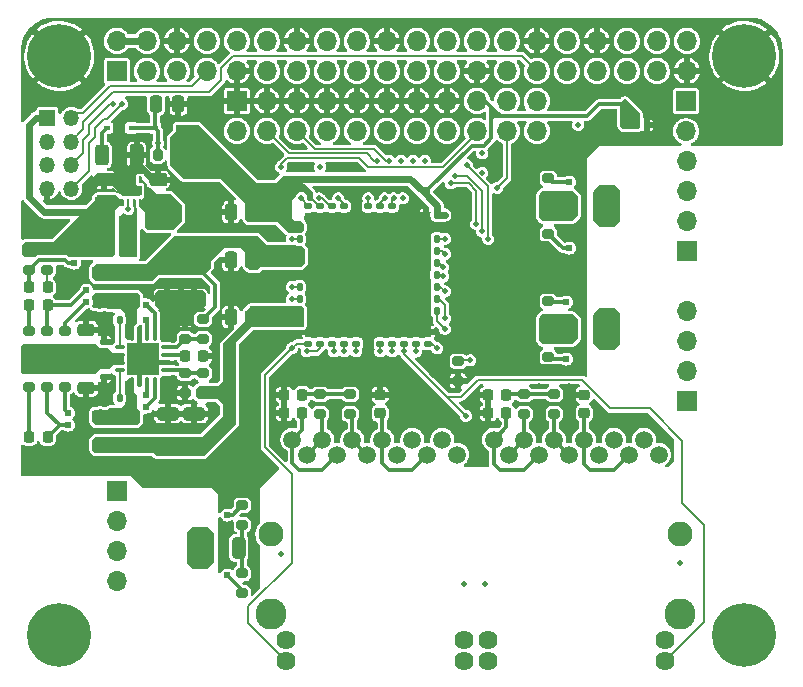
<source format=gtl>
%TF.GenerationSoftware,KiCad,Pcbnew,(6.0.2-0)*%
%TF.CreationDate,2022-10-21T16:11:50-05:00*%
%TF.ProjectId,little_switch,6c697474-6c65-45f7-9377-697463682e6b,1*%
%TF.SameCoordinates,PX4221330PY3d0af40*%
%TF.FileFunction,Copper,L1,Top*%
%TF.FilePolarity,Positive*%
%FSLAX46Y46*%
G04 Gerber Fmt 4.6, Leading zero omitted, Abs format (unit mm)*
G04 Created by KiCad (PCBNEW (6.0.2-0)) date 2022-10-21 16:11:50*
%MOMM*%
%LPD*%
G01*
G04 APERTURE LIST*
G04 Aperture macros list*
%AMRoundRect*
0 Rectangle with rounded corners*
0 $1 Rounding radius*
0 $2 $3 $4 $5 $6 $7 $8 $9 X,Y pos of 4 corners*
0 Add a 4 corners polygon primitive as box body*
4,1,4,$2,$3,$4,$5,$6,$7,$8,$9,$2,$3,0*
0 Add four circle primitives for the rounded corners*
1,1,$1+$1,$2,$3*
1,1,$1+$1,$4,$5*
1,1,$1+$1,$6,$7*
1,1,$1+$1,$8,$9*
0 Add four rect primitives between the rounded corners*
20,1,$1+$1,$2,$3,$4,$5,0*
20,1,$1+$1,$4,$5,$6,$7,0*
20,1,$1+$1,$6,$7,$8,$9,0*
20,1,$1+$1,$8,$9,$2,$3,0*%
G04 Aperture macros list end*
%TA.AperFunction,ComponentPad*%
%ADD10R,1.700000X1.700000*%
%TD*%
%TA.AperFunction,ComponentPad*%
%ADD11O,1.700000X1.700000*%
%TD*%
%TA.AperFunction,SMDPad,CuDef*%
%ADD12RoundRect,0.140000X-0.170000X0.140000X-0.170000X-0.140000X0.170000X-0.140000X0.170000X0.140000X0*%
%TD*%
%TA.AperFunction,SMDPad,CuDef*%
%ADD13RoundRect,0.250000X0.650000X-0.325000X0.650000X0.325000X-0.650000X0.325000X-0.650000X-0.325000X0*%
%TD*%
%TA.AperFunction,SMDPad,CuDef*%
%ADD14RoundRect,0.250000X-0.312500X-0.625000X0.312500X-0.625000X0.312500X0.625000X-0.312500X0.625000X0*%
%TD*%
%TA.AperFunction,SMDPad,CuDef*%
%ADD15RoundRect,0.200000X0.275000X-0.200000X0.275000X0.200000X-0.275000X0.200000X-0.275000X-0.200000X0*%
%TD*%
%TA.AperFunction,SMDPad,CuDef*%
%ADD16RoundRect,0.140000X0.140000X0.170000X-0.140000X0.170000X-0.140000X-0.170000X0.140000X-0.170000X0*%
%TD*%
%TA.AperFunction,SMDPad,CuDef*%
%ADD17RoundRect,0.087500X-0.325000X-0.087500X0.325000X-0.087500X0.325000X0.087500X-0.325000X0.087500X0*%
%TD*%
%TA.AperFunction,SMDPad,CuDef*%
%ADD18RoundRect,0.087500X-0.087500X-0.325000X0.087500X-0.325000X0.087500X0.325000X-0.087500X0.325000X0*%
%TD*%
%TA.AperFunction,SMDPad,CuDef*%
%ADD19R,2.700000X2.700000*%
%TD*%
%TA.AperFunction,SMDPad,CuDef*%
%ADD20RoundRect,0.250000X-0.250000X-0.475000X0.250000X-0.475000X0.250000X0.475000X-0.250000X0.475000X0*%
%TD*%
%TA.AperFunction,SMDPad,CuDef*%
%ADD21R,0.250000X0.500000*%
%TD*%
%TA.AperFunction,SMDPad,CuDef*%
%ADD22R,1.600000X0.900000*%
%TD*%
%TA.AperFunction,SMDPad,CuDef*%
%ADD23RoundRect,0.250000X-0.475000X0.250000X-0.475000X-0.250000X0.475000X-0.250000X0.475000X0.250000X0*%
%TD*%
%TA.AperFunction,SMDPad,CuDef*%
%ADD24RoundRect,0.200000X-0.275000X0.200000X-0.275000X-0.200000X0.275000X-0.200000X0.275000X0.200000X0*%
%TD*%
%TA.AperFunction,SMDPad,CuDef*%
%ADD25RoundRect,0.225000X-0.250000X0.225000X-0.250000X-0.225000X0.250000X-0.225000X0.250000X0.225000X0*%
%TD*%
%TA.AperFunction,SMDPad,CuDef*%
%ADD26RoundRect,0.140000X0.170000X-0.140000X0.170000X0.140000X-0.170000X0.140000X-0.170000X-0.140000X0*%
%TD*%
%TA.AperFunction,SMDPad,CuDef*%
%ADD27RoundRect,0.250000X0.325000X0.650000X-0.325000X0.650000X-0.325000X-0.650000X0.325000X-0.650000X0*%
%TD*%
%TA.AperFunction,ComponentPad*%
%ADD28R,1.350000X1.350000*%
%TD*%
%TA.AperFunction,ComponentPad*%
%ADD29O,1.350000X1.350000*%
%TD*%
%TA.AperFunction,SMDPad,CuDef*%
%ADD30RoundRect,0.140000X-0.140000X-0.170000X0.140000X-0.170000X0.140000X0.170000X-0.140000X0.170000X0*%
%TD*%
%TA.AperFunction,SMDPad,CuDef*%
%ADD31RoundRect,0.250000X-0.650000X0.325000X-0.650000X-0.325000X0.650000X-0.325000X0.650000X0.325000X0*%
%TD*%
%TA.AperFunction,SMDPad,CuDef*%
%ADD32R,1.350000X3.400000*%
%TD*%
%TA.AperFunction,SMDPad,CuDef*%
%ADD33R,3.700000X0.980000*%
%TD*%
%TA.AperFunction,SMDPad,CuDef*%
%ADD34R,0.600000X0.450000*%
%TD*%
%TA.AperFunction,SMDPad,CuDef*%
%ADD35RoundRect,0.250000X-0.325000X-0.650000X0.325000X-0.650000X0.325000X0.650000X-0.325000X0.650000X0*%
%TD*%
%TA.AperFunction,SMDPad,CuDef*%
%ADD36RoundRect,0.250000X0.475000X-0.250000X0.475000X0.250000X-0.475000X0.250000X-0.475000X-0.250000X0*%
%TD*%
%TA.AperFunction,SMDPad,CuDef*%
%ADD37RoundRect,0.218750X0.218750X0.256250X-0.218750X0.256250X-0.218750X-0.256250X0.218750X-0.256250X0*%
%TD*%
%TA.AperFunction,SMDPad,CuDef*%
%ADD38RoundRect,0.225000X-0.225000X-0.250000X0.225000X-0.250000X0.225000X0.250000X-0.225000X0.250000X0*%
%TD*%
%TA.AperFunction,ComponentPad*%
%ADD39C,5.400000*%
%TD*%
%TA.AperFunction,SMDPad,CuDef*%
%ADD40RoundRect,0.200000X-0.200000X-0.275000X0.200000X-0.275000X0.200000X0.275000X-0.200000X0.275000X0*%
%TD*%
%TA.AperFunction,SMDPad,CuDef*%
%ADD41RoundRect,0.218750X-0.218750X-0.256250X0.218750X-0.256250X0.218750X0.256250X-0.218750X0.256250X0*%
%TD*%
%TA.AperFunction,ComponentPad*%
%ADD42C,2.630000*%
%TD*%
%TA.AperFunction,ComponentPad*%
%ADD43C,2.120000*%
%TD*%
%TA.AperFunction,ComponentPad*%
%ADD44C,1.620000*%
%TD*%
%TA.AperFunction,ComponentPad*%
%ADD45C,1.510000*%
%TD*%
%TA.AperFunction,ViaPad*%
%ADD46C,0.508000*%
%TD*%
%TA.AperFunction,ViaPad*%
%ADD47C,0.609600*%
%TD*%
%TA.AperFunction,ViaPad*%
%ADD48C,0.711200*%
%TD*%
%TA.AperFunction,Conductor*%
%ADD49C,0.203200*%
%TD*%
%TA.AperFunction,Conductor*%
%ADD50C,0.304800*%
%TD*%
%TA.AperFunction,Conductor*%
%ADD51C,0.609600*%
%TD*%
%TA.AperFunction,Conductor*%
%ADD52C,0.152400*%
%TD*%
%TA.AperFunction,Conductor*%
%ADD53C,0.127000*%
%TD*%
G04 APERTURE END LIST*
D10*
%TO.P,J5,1,Pin_1*%
%TO.N,/phy/JRX5_N*%
X53129993Y-16510000D03*
D11*
%TO.P,J5,2,Pin_2*%
%TO.N,/phy/JRX5_P*%
X53129993Y-13970000D03*
%TO.P,J5,3,Pin_3*%
%TO.N,/phy/JTX5_N*%
X53129993Y-11430000D03*
%TO.P,J5,4,Pin_4*%
%TO.N,/phy/JTX5_P*%
X53129993Y-8890000D03*
%TD*%
%TO.P,J6,4,Pin_4*%
%TO.N,/phy/JTX1_P*%
X53129993Y-21590000D03*
%TO.P,J6,3,Pin_3*%
%TO.N,/phy/JTX1_N*%
X53129993Y-24130000D03*
%TO.P,J6,2,Pin_2*%
%TO.N,/phy/JRX1_P*%
X53129993Y-26670000D03*
D10*
%TO.P,J6,1,Pin_1*%
%TO.N,/phy/JRX1_N*%
X53129993Y-29210000D03*
%TD*%
D11*
%TO.P,J4,4,Pin_4*%
%TO.N,/phy/JTX4_P*%
X4869993Y-44450000D03*
%TO.P,J4,3,Pin_3*%
%TO.N,/phy/JTX4_N*%
X4869993Y-41910000D03*
%TO.P,J4,2,Pin_2*%
%TO.N,/phy/JRX4_P*%
X4869993Y-39370000D03*
D10*
%TO.P,J4,1,Pin_1*%
%TO.N,/phy/JRX4_N*%
X4869993Y-36830000D03*
%TD*%
D12*
%TO.P,C24,1*%
%TO.N,GND*%
X25146000Y-23396000D03*
%TO.P,C24,2*%
%TO.N,+1V2*%
X25146000Y-24356000D03*
%TD*%
D13*
%TO.P,C62,1*%
%TO.N,GND*%
X9144000Y-20525000D03*
%TO.P,C62,2*%
%TO.N,+2V5*%
X9144000Y-17575000D03*
%TD*%
%TO.P,C64,1*%
%TO.N,GND*%
X11430000Y-20525000D03*
%TO.P,C64,2*%
%TO.N,+2V5*%
X11430000Y-17575000D03*
%TD*%
D14*
%TO.P,SW1,1,1*%
%TO.N,Net-(D2-Pad1)*%
X3617500Y-8382000D03*
%TO.P,SW1,2,2*%
%TO.N,GND*%
X6542500Y-8382000D03*
%TD*%
D15*
%TO.P,R12,1*%
%TO.N,Net-(R12-Pad1)*%
X15494000Y-45466000D03*
%TO.P,R12,2*%
%TO.N,Net-(C10-Pad2)*%
X15494000Y-43816000D03*
%TD*%
%TO.P,R10,1*%
%TO.N,Net-(R10-Pad1)*%
X41402000Y-15049000D03*
%TO.P,R10,2*%
%TO.N,Net-(C11-Pad2)*%
X41402000Y-13399000D03*
%TD*%
D16*
%TO.P,C46,2*%
%TO.N,+1V2*%
X20348000Y-15494000D03*
%TO.P,C46,1*%
%TO.N,GND*%
X21308000Y-15494000D03*
%TD*%
D17*
%TO.P,U3,1,VBST2*%
%TO.N,Net-(C60-Pad2)*%
X5149500Y-24679000D03*
%TO.P,U3,2,VIN2*%
%TO.N,+5V*%
X5149500Y-25329000D03*
%TO.P,U3,3,VIN1*%
X5149500Y-25979000D03*
%TO.P,U3,4,VBST1*%
%TO.N,Net-(C55-Pad1)*%
X5149500Y-26629000D03*
D18*
%TO.P,U3,5,SW1*%
%TO.N,Net-(C55-Pad2)*%
X6137000Y-27616500D03*
%TO.P,U3,6,PGND1*%
%TO.N,GND*%
X6787000Y-27616500D03*
%TO.P,U3,7,EN1*%
%TO.N,/power/1V2_EN*%
X7437000Y-27616500D03*
%TO.P,U3,8,PG1*%
%TO.N,/power/1V2_PG*%
X8087000Y-27616500D03*
D17*
%TO.P,U3,9,VFB1*%
%TO.N,Net-(R26-Pad1)*%
X9074500Y-26629000D03*
%TO.P,U3,10,GND*%
%TO.N,GND*%
X9074500Y-25979000D03*
%TO.P,U3,11,VREG5*%
%TO.N,Net-(C59-Pad1)*%
X9074500Y-25329000D03*
%TO.P,U3,12,VFB2*%
%TO.N,Net-(R30-Pad2)*%
X9074500Y-24679000D03*
D18*
%TO.P,U3,13,PG2*%
%TO.N,/power/2V5_PG*%
X8087000Y-23691500D03*
%TO.P,U3,14,EN2*%
%TO.N,/power/2V5_EN*%
X7437000Y-23691500D03*
%TO.P,U3,15,PGND2*%
%TO.N,GND*%
X6787000Y-23691500D03*
%TO.P,U3,16,SW2*%
%TO.N,Net-(C60-Pad1)*%
X6137000Y-23691500D03*
D19*
%TO.P,U3,17,GND*%
%TO.N,GND*%
X7112000Y-25654000D03*
%TD*%
D20*
%TO.P,C14,1*%
%TO.N,GND*%
X14544000Y-13208000D03*
%TO.P,C14,2*%
%TO.N,+3V3*%
X16444000Y-13208000D03*
%TD*%
D21*
%TO.P,U4,1,EN*%
%TO.N,+5V*%
X6846000Y-10480000D03*
%TO.P,U4,2,GND*%
%TO.N,GND*%
X6346000Y-10480000D03*
%TO.P,U4,3,MODE*%
X5846000Y-10480000D03*
%TO.P,U4,4,FB*%
X5346000Y-10480000D03*
%TO.P,U4,5,VOS*%
%TO.N,+3V3*%
X5346000Y-12380000D03*
%TO.P,U4,6,PG*%
%TO.N,/power/3V3_PG*%
X5846000Y-12380000D03*
%TO.P,U4,7,SW*%
%TO.N,Net-(L3-Pad1)*%
X6346000Y-12380000D03*
%TO.P,U4,8,VIN*%
%TO.N,+5V*%
X6846000Y-12380000D03*
D22*
%TO.P,U4,9,GND*%
%TO.N,GND*%
X6096000Y-11430000D03*
%TD*%
D23*
%TO.P,C63,1*%
%TO.N,GND*%
X3810000Y-10480000D03*
%TO.P,C63,2*%
%TO.N,+3V3*%
X3810000Y-12380000D03*
%TD*%
D24*
%TO.P,R32,1*%
%TO.N,+5V*%
X-1016000Y-26353000D03*
%TO.P,R32,2*%
%TO.N,/power/1V2_PG*%
X-1016000Y-28003000D03*
%TD*%
D15*
%TO.P,R4,1*%
%TO.N,Net-(J3-PadP10B)*%
X22098000Y-30289000D03*
%TO.P,R4,2*%
%TO.N,Net-(C6-Pad2)*%
X22098000Y-28639000D03*
%TD*%
D25*
%TO.P,C1,1*%
%TO.N,GND*%
X44450000Y-28689000D03*
%TO.P,C1,2*%
%TO.N,Net-(C1-Pad2)*%
X44450000Y-30239000D03*
%TD*%
D12*
%TO.P,C29,1*%
%TO.N,GND*%
X31242000Y-23396000D03*
%TO.P,C29,2*%
%TO.N,+2V5*%
X31242000Y-24356000D03*
%TD*%
D26*
%TO.P,C42,1*%
%TO.N,GND*%
X23114000Y-13688000D03*
%TO.P,C42,2*%
%TO.N,+1V2*%
X23114000Y-12728000D03*
%TD*%
D27*
%TO.P,C11,1*%
%TO.N,GNDPWR*%
X45925000Y-12700000D03*
%TO.P,C11,2*%
%TO.N,Net-(C11-Pad2)*%
X42975000Y-12700000D03*
%TD*%
%TO.P,C12,1*%
%TO.N,GNDPWR*%
X45925000Y-23114000D03*
%TO.P,C12,2*%
%TO.N,Net-(C12-Pad2)*%
X42975000Y-23114000D03*
%TD*%
D24*
%TO.P,R24,1*%
%TO.N,Net-(R24-Pad1)*%
X33782000Y-25845000D03*
%TO.P,R24,2*%
%TO.N,GND*%
X33782000Y-27495000D03*
%TD*%
D28*
%TO.P,J2,1,Pin_1*%
%TO.N,+3V3*%
X-999998Y-5250002D03*
D29*
%TO.P,J2,2,Pin_2*%
%TO.N,/phy/TIMEPIX_TX*%
X1000002Y-5250002D03*
%TO.P,J2,3,Pin_3*%
%TO.N,unconnected-(J2-Pad3)*%
X-999998Y-7250002D03*
%TO.P,J2,4,Pin_4*%
%TO.N,/phy/TIMEPIX_RX*%
X1000002Y-7250002D03*
%TO.P,J2,5,Pin_5*%
%TO.N,unconnected-(J2-Pad5)*%
X-999998Y-9250002D03*
%TO.P,J2,6,Pin_6*%
%TO.N,/phy/TIMEPIX_RTS*%
X1000002Y-9250002D03*
%TO.P,J2,7,Pin_7*%
%TO.N,GND*%
X-999998Y-11250002D03*
%TO.P,J2,8,Pin_8*%
%TO.N,/phy/TIMEPIX_CTS*%
X1000002Y-11250002D03*
%TD*%
D24*
%TO.P,R30,1*%
%TO.N,+2V5*%
X12192000Y-22289000D03*
%TO.P,R30,2*%
%TO.N,Net-(R30-Pad2)*%
X12192000Y-23939000D03*
%TD*%
D30*
%TO.P,C32,1*%
%TO.N,GND*%
X31016000Y-19558000D03*
%TO.P,C32,2*%
%TO.N,+1V2*%
X31976000Y-19558000D03*
%TD*%
D12*
%TO.P,C22,1*%
%TO.N,GND*%
X23114000Y-23396000D03*
%TO.P,C22,2*%
%TO.N,+1V2*%
X23114000Y-24356000D03*
%TD*%
D20*
%TO.P,C49,1*%
%TO.N,/config/nRST_SWITCH*%
X8194000Y-4064000D03*
%TO.P,C49,2*%
%TO.N,GND*%
X10094000Y-4064000D03*
%TD*%
D31*
%TO.P,C53,1*%
%TO.N,GND*%
X11430000Y-30275000D03*
%TO.P,C53,2*%
%TO.N,+1V2*%
X11430000Y-33225000D03*
%TD*%
D16*
%TO.P,C16,1*%
%TO.N,GND*%
X21308000Y-19558000D03*
%TO.P,C16,2*%
%TO.N,+1V2*%
X20348000Y-19558000D03*
%TD*%
D26*
%TO.P,C61,1*%
%TO.N,GND*%
X3810000Y-27150000D03*
%TO.P,C61,2*%
%TO.N,+5V*%
X3810000Y-26190000D03*
%TD*%
D12*
%TO.P,C20,1*%
%TO.N,GND*%
X21082000Y-23396000D03*
%TO.P,C20,2*%
%TO.N,+2V5*%
X21082000Y-24356000D03*
%TD*%
D32*
%TO.P,L3,1,1*%
%TO.N,Net-(L3-Pad1)*%
X5901000Y-15240000D03*
%TO.P,L3,2,2*%
%TO.N,+3V3*%
X3751000Y-15240000D03*
%TD*%
D12*
%TO.P,C27,1*%
%TO.N,GND*%
X29210000Y-23396000D03*
%TO.P,C27,2*%
%TO.N,+2V5*%
X29210000Y-24356000D03*
%TD*%
D24*
%TO.P,R13,1*%
%TO.N,Net-(R13-Pad1)*%
X41402000Y-10351000D03*
%TO.P,R13,2*%
%TO.N,Net-(C11-Pad2)*%
X41402000Y-12001000D03*
%TD*%
D15*
%TO.P,R27,1*%
%TO.N,GND*%
X10668000Y-28511000D03*
%TO.P,R27,2*%
%TO.N,Net-(R26-Pad1)*%
X10668000Y-26861000D03*
%TD*%
D16*
%TO.P,C17,1*%
%TO.N,GND*%
X21308000Y-20574000D03*
%TO.P,C17,2*%
%TO.N,+2V5*%
X20348000Y-20574000D03*
%TD*%
D15*
%TO.P,R28,1*%
%TO.N,/power/3V3_PG*%
X-2540000Y-18097000D03*
%TO.P,R28,2*%
%TO.N,+3V3*%
X-2540000Y-16447000D03*
%TD*%
D16*
%TO.P,C50,1*%
%TO.N,GND*%
X49756000Y-5842000D03*
%TO.P,C50,2*%
%TO.N,+3V3*%
X48796000Y-5842000D03*
%TD*%
D30*
%TO.P,C30,1*%
%TO.N,GND*%
X31016000Y-21565997D03*
%TO.P,C30,2*%
%TO.N,+1V2*%
X31976000Y-21565997D03*
%TD*%
D15*
%TO.P,R31,1*%
%TO.N,Net-(R30-Pad2)*%
X10668000Y-23939000D03*
%TO.P,R31,2*%
%TO.N,GND*%
X10668000Y-22289000D03*
%TD*%
D26*
%TO.P,C43,1*%
%TO.N,GND*%
X22098000Y-13688000D03*
%TO.P,C43,2*%
%TO.N,+3V3*%
X22098000Y-12728000D03*
%TD*%
D31*
%TO.P,C52,1*%
%TO.N,GND*%
X9180000Y-30275000D03*
%TO.P,C52,2*%
%TO.N,+1V2*%
X9180000Y-33225000D03*
%TD*%
D12*
%TO.P,C23,1*%
%TO.N,GND*%
X24130000Y-23396000D03*
%TO.P,C23,2*%
%TO.N,+2V5*%
X24130000Y-24356000D03*
%TD*%
D24*
%TO.P,R29,1*%
%TO.N,+3V3*%
X-1016000Y-16447000D03*
%TO.P,R29,2*%
%TO.N,Net-(D3-Pad2)*%
X-1016000Y-18097000D03*
%TD*%
D30*
%TO.P,C36,1*%
%TO.N,GND*%
X31016000Y-15494000D03*
%TO.P,C36,2*%
%TO.N,+1V2*%
X31976000Y-15494000D03*
%TD*%
D33*
%TO.P,L2,1,1*%
%TO.N,Net-(C60-Pad1)*%
X4826000Y-20743000D03*
%TO.P,L2,2,2*%
%TO.N,+2V5*%
X4826000Y-18373000D03*
%TD*%
D30*
%TO.P,C34,1*%
%TO.N,GND*%
X31016000Y-17526000D03*
%TO.P,C34,2*%
%TO.N,+2V5*%
X31976000Y-17526000D03*
%TD*%
D20*
%TO.P,C15,1*%
%TO.N,GND*%
X14544000Y-17272000D03*
%TO.P,C15,2*%
%TO.N,+2V5*%
X16444000Y-17272000D03*
%TD*%
D30*
%TO.P,C55,1*%
%TO.N,Net-(C55-Pad1)*%
X5108000Y-28956000D03*
%TO.P,C55,2*%
%TO.N,Net-(C55-Pad2)*%
X6068000Y-28956000D03*
%TD*%
D24*
%TO.P,R26,1*%
%TO.N,Net-(R26-Pad1)*%
X12192000Y-26861000D03*
%TO.P,R26,2*%
%TO.N,+1V2*%
X12192000Y-28511000D03*
%TD*%
D10*
%TO.P,J7,1,Pin_1*%
%TO.N,GND*%
X15029993Y-3810000D03*
D11*
%TO.P,J7,2,Pin_2*%
%TO.N,Net-(J7-Pad2)*%
X15029993Y-6350000D03*
%TO.P,J7,3,Pin_3*%
%TO.N,GND*%
X17569993Y-3810000D03*
%TO.P,J7,4,Pin_4*%
%TO.N,Net-(J7-Pad4)*%
X17569993Y-6350000D03*
%TO.P,J7,5,Pin_5*%
%TO.N,GND*%
X20109993Y-3810000D03*
%TO.P,J7,6,Pin_6*%
%TO.N,Net-(J7-Pad6)*%
X20109993Y-6350000D03*
%TO.P,J7,7,Pin_7*%
%TO.N,GND*%
X22649993Y-3810000D03*
%TO.P,J7,8,Pin_8*%
%TO.N,Net-(J7-Pad8)*%
X22649993Y-6350000D03*
%TO.P,J7,9,Pin_9*%
%TO.N,GND*%
X25189993Y-3810000D03*
%TO.P,J7,10,Pin_10*%
%TO.N,Net-(J7-Pad10)*%
X25189993Y-6350000D03*
%TO.P,J7,11,Pin_11*%
%TO.N,GND*%
X27729993Y-3810000D03*
%TO.P,J7,12,Pin_12*%
%TO.N,Net-(J7-Pad12)*%
X27729993Y-6350000D03*
%TO.P,J7,13,Pin_13*%
%TO.N,GND*%
X30269993Y-3810000D03*
%TO.P,J7,14,Pin_14*%
%TO.N,Net-(J7-Pad14)*%
X30269993Y-6350000D03*
%TO.P,J7,15,Pin_15*%
%TO.N,GND*%
X32809993Y-3810000D03*
%TO.P,J7,16,Pin_16*%
%TO.N,Net-(J7-Pad16)*%
X32809993Y-6350000D03*
%TO.P,J7,17,Pin_17*%
%TO.N,+3V3*%
X35349993Y-3810000D03*
%TO.P,J7,18,Pin_18*%
%TO.N,Net-(J7-Pad18)*%
X35349993Y-6350000D03*
%TO.P,J7,19,Pin_19*%
%TO.N,/config/SPI.SDI*%
X37889993Y-3810000D03*
%TO.P,J7,20,Pin_20*%
%TO.N,/config/SPI.nCS3*%
X37889993Y-6350000D03*
%TO.P,J7,21,Pin_21*%
%TO.N,/config/SPI.SDO*%
X40429993Y-3810000D03*
%TO.P,J7,22,Pin_22*%
%TO.N,/config/SPI.SCK*%
X40429993Y-6350000D03*
%TD*%
D15*
%TO.P,R3,1*%
%TO.N,Net-(J3-PadP10A)*%
X39370000Y-30289000D03*
%TO.P,R3,2*%
%TO.N,Net-(C5-Pad2)*%
X39370000Y-28639000D03*
%TD*%
D12*
%TO.P,C56,1*%
%TO.N,GND*%
X3810000Y-24186000D03*
%TO.P,C56,2*%
%TO.N,+5V*%
X3810000Y-25146000D03*
%TD*%
D26*
%TO.P,C39,1*%
%TO.N,GND*%
X27178000Y-13688000D03*
%TO.P,C39,2*%
%TO.N,+1V2*%
X27178000Y-12728000D03*
%TD*%
D24*
%TO.P,R14,1*%
%TO.N,Net-(R14-Pad1)*%
X41402000Y-20765000D03*
%TO.P,R14,2*%
%TO.N,Net-(C12-Pad2)*%
X41402000Y-22415000D03*
%TD*%
D20*
%TO.P,C13,1*%
%TO.N,GND*%
X14544000Y-22098000D03*
%TO.P,C13,2*%
%TO.N,+1V2*%
X16444000Y-22098000D03*
%TD*%
D34*
%TO.P,D1,1,K*%
%TO.N,+3V3*%
X10194000Y-6096000D03*
%TO.P,D1,2,A*%
%TO.N,/config/nRST_SWITCH*%
X8094000Y-6096000D03*
%TD*%
D35*
%TO.P,C10,1*%
%TO.N,GNDPWR*%
X12241000Y-41656000D03*
%TO.P,C10,2*%
%TO.N,Net-(C10-Pad2)*%
X15191000Y-41656000D03*
%TD*%
D23*
%TO.P,C54,1*%
%TO.N,GND*%
X2286000Y-23180000D03*
%TO.P,C54,2*%
%TO.N,+5V*%
X2286000Y-25080000D03*
%TD*%
D15*
%TO.P,R35,2*%
%TO.N,/power/2V5_EN*%
X508000Y-23305000D03*
%TO.P,R35,1*%
%TO.N,+5V*%
X508000Y-24955000D03*
%TD*%
%TO.P,R33,1*%
%TO.N,+5V*%
X-1016000Y-24955000D03*
%TO.P,R33,2*%
%TO.N,/power/2V5_PG*%
X-1016000Y-23305000D03*
%TD*%
D12*
%TO.P,C28,1*%
%TO.N,GND*%
X30226000Y-23396000D03*
%TO.P,C28,2*%
%TO.N,+1V2*%
X30226000Y-24356000D03*
%TD*%
D26*
%TO.P,C44,1*%
%TO.N,GND*%
X21082000Y-13688000D03*
%TO.P,C44,2*%
%TO.N,+1V2*%
X21082000Y-12728000D03*
%TD*%
%TO.P,C38,1*%
%TO.N,GND*%
X28194000Y-13688000D03*
%TO.P,C38,2*%
%TO.N,+1V2*%
X28194000Y-12728000D03*
%TD*%
D16*
%TO.P,C45,1*%
%TO.N,GND*%
X21308000Y-14478000D03*
%TO.P,C45,2*%
%TO.N,+3V3*%
X20348000Y-14478000D03*
%TD*%
%TO.P,C18,1*%
%TO.N,GND*%
X21308000Y-21590000D03*
%TO.P,C18,2*%
%TO.N,+1V2*%
X20348000Y-21590000D03*
%TD*%
D23*
%TO.P,C57,1*%
%TO.N,GND*%
X8382000Y-10480000D03*
%TO.P,C57,2*%
%TO.N,+5V*%
X8382000Y-12380000D03*
%TD*%
D10*
%TO.P,J1,1,Pin_1*%
%TO.N,unconnected-(J1-Pad1)*%
X4870000Y-1270000D03*
D11*
%TO.P,J1,2,Pin_2*%
%TO.N,+5V*%
X4870000Y1270000D03*
%TO.P,J1,3,Pin_3*%
%TO.N,unconnected-(J1-Pad3)*%
X7410000Y-1270000D03*
%TO.P,J1,4,Pin_4*%
%TO.N,+5V*%
X7410000Y1270000D03*
%TO.P,J1,5,Pin_5*%
%TO.N,unconnected-(J1-Pad5)*%
X9950000Y-1270000D03*
%TO.P,J1,6,Pin_6*%
%TO.N,GND*%
X9950000Y1270000D03*
%TO.P,J1,7,Pin_7*%
%TO.N,/phy/TIMEPIX_TX*%
X12490000Y-1270000D03*
%TO.P,J1,8,Pin_8*%
%TO.N,unconnected-(J1-Pad8)*%
X12490000Y1270000D03*
%TO.P,J1,9,Pin_9*%
%TO.N,GND*%
X15030000Y-1270000D03*
%TO.P,J1,10,Pin_10*%
%TO.N,unconnected-(J1-Pad10)*%
X15030000Y1270000D03*
%TO.P,J1,11,Pin_11*%
%TO.N,/phy/RTS0{slash}1*%
X17570000Y-1270000D03*
%TO.P,J1,12,Pin_12*%
%TO.N,unconnected-(J1-Pad12)*%
X17570000Y1270000D03*
%TO.P,J1,13,Pin_13*%
%TO.N,unconnected-(J1-Pad13)*%
X20110000Y-1270000D03*
%TO.P,J1,14,Pin_14*%
%TO.N,GND*%
X20110000Y1270000D03*
%TO.P,J1,15,Pin_15*%
%TO.N,unconnected-(J1-Pad15)*%
X22650000Y-1270000D03*
%TO.P,J1,16,Pin_16*%
%TO.N,unconnected-(J1-Pad16)*%
X22650000Y1270000D03*
%TO.P,J1,17,Pin_17*%
%TO.N,unconnected-(J1-Pad17)*%
X25190000Y-1270000D03*
%TO.P,J1,18,Pin_18*%
%TO.N,unconnected-(J1-Pad18)*%
X25190000Y1270000D03*
%TO.P,J1,19,Pin_19*%
%TO.N,unconnected-(J1-Pad19)*%
X27730000Y-1270000D03*
%TO.P,J1,20,Pin_20*%
%TO.N,GND*%
X27730000Y1270000D03*
%TO.P,J1,21,Pin_21*%
%TO.N,unconnected-(J1-Pad21)*%
X30270000Y-1270000D03*
%TO.P,J1,22,Pin_22*%
%TO.N,unconnected-(J1-Pad22)*%
X30270000Y1270000D03*
%TO.P,J1,23,Pin_23*%
%TO.N,unconnected-(J1-Pad23)*%
X32810000Y-1270000D03*
%TO.P,J1,24,Pin_24*%
%TO.N,unconnected-(J1-Pad24)*%
X32810000Y1270000D03*
%TO.P,J1,25,Pin_25*%
%TO.N,GND*%
X35350000Y-1270000D03*
%TO.P,J1,26,Pin_26*%
%TO.N,/phy/TIMEPIX_RTS*%
X35350000Y1270000D03*
%TO.P,J1,27,Pin_27*%
%TO.N,unconnected-(J1-Pad27)*%
X37890000Y-1270000D03*
%TO.P,J1,28,Pin_28*%
%TO.N,unconnected-(J1-Pad28)*%
X37890000Y1270000D03*
%TO.P,J1,29,Pin_29*%
%TO.N,/phy/TIMEPIX_RX*%
X40430000Y-1270000D03*
%TO.P,J1,30,Pin_30*%
%TO.N,GND*%
X40430000Y1270000D03*
%TO.P,J1,31,Pin_31*%
%TO.N,/phy/TIMEPIX_CTS*%
X42970000Y-1270000D03*
%TO.P,J1,32,Pin_32*%
%TO.N,unconnected-(J1-Pad32)*%
X42970000Y1270000D03*
%TO.P,J1,33,Pin_33*%
%TO.N,unconnected-(J1-Pad33)*%
X45510000Y-1270000D03*
%TO.P,J1,34,Pin_34*%
%TO.N,GND*%
X45510000Y1270000D03*
%TO.P,J1,35,Pin_35*%
%TO.N,unconnected-(J1-Pad35)*%
X48050000Y-1270000D03*
%TO.P,J1,36,Pin_36*%
%TO.N,/phy/CTS0{slash}1*%
X48050000Y1270000D03*
%TO.P,J1,37,Pin_37*%
%TO.N,unconnected-(J1-Pad37)*%
X50590000Y-1270000D03*
%TO.P,J1,38,Pin_38*%
%TO.N,unconnected-(J1-Pad38)*%
X50590000Y1270000D03*
%TO.P,J1,39,Pin_39*%
%TO.N,GND*%
X53130000Y-1270000D03*
%TO.P,J1,40,Pin_40*%
%TO.N,unconnected-(J1-Pad40)*%
X53130000Y1270000D03*
%TD*%
D36*
%TO.P,C58,1*%
%TO.N,GND*%
X2286000Y-28128000D03*
%TO.P,C58,2*%
%TO.N,+5V*%
X2286000Y-26228000D03*
%TD*%
D12*
%TO.P,C26,1*%
%TO.N,GND*%
X28194000Y-23396000D03*
%TO.P,C26,2*%
%TO.N,+1V2*%
X28194000Y-24356000D03*
%TD*%
D25*
%TO.P,C2,1*%
%TO.N,GND*%
X27178000Y-28689000D03*
%TO.P,C2,2*%
%TO.N,Net-(C2-Pad2)*%
X27178000Y-30239000D03*
%TD*%
D16*
%TO.P,C19,1*%
%TO.N,GND*%
X21308000Y-22606000D03*
%TO.P,C19,2*%
%TO.N,+1V2*%
X20348000Y-22606000D03*
%TD*%
D37*
%TO.P,D5,1,K*%
%TO.N,/power/2V5_PG*%
X-990500Y-21082000D03*
%TO.P,D5,2,A*%
%TO.N,Net-(D5-Pad2)*%
X-2565500Y-21082000D03*
%TD*%
D30*
%TO.P,C31,1*%
%TO.N,GND*%
X31016000Y-20574000D03*
%TO.P,C31,2*%
%TO.N,+2V5*%
X31976000Y-20574000D03*
%TD*%
D26*
%TO.P,C40,1*%
%TO.N,GND*%
X26162000Y-13688000D03*
%TO.P,C40,2*%
%TO.N,+2V5*%
X26162000Y-12728000D03*
%TD*%
D38*
%TO.P,C5,1*%
%TO.N,GND*%
X36309000Y-28702000D03*
%TO.P,C5,2*%
%TO.N,Net-(C5-Pad2)*%
X37859000Y-28702000D03*
%TD*%
D12*
%TO.P,C21,1*%
%TO.N,GND*%
X22098000Y-23396000D03*
%TO.P,C21,2*%
%TO.N,+1V2*%
X22098000Y-24356000D03*
%TD*%
D15*
%TO.P,R2,1*%
%TO.N,Net-(J3-PadP7B)*%
X24638000Y-30289000D03*
%TO.P,R2,2*%
%TO.N,Net-(C6-Pad2)*%
X24638000Y-28639000D03*
%TD*%
D30*
%TO.P,C35,1*%
%TO.N,GND*%
X31016000Y-16510000D03*
%TO.P,C35,2*%
%TO.N,+1V2*%
X31976000Y-16510000D03*
%TD*%
D26*
%TO.P,C41,1*%
%TO.N,GND*%
X24130000Y-13688000D03*
%TO.P,C41,2*%
%TO.N,+1V2*%
X24130000Y-12728000D03*
%TD*%
D39*
%TO.P,H1,1,1*%
%TO.N,GND*%
X0Y0D03*
%TD*%
D24*
%TO.P,R36,1*%
%TO.N,+5V*%
X-2540000Y-26353000D03*
%TO.P,R36,2*%
%TO.N,Net-(D4-Pad2)*%
X-2540000Y-28003000D03*
%TD*%
D40*
%TO.P,R25,1*%
%TO.N,/config/nRST_SWITCH*%
X8319000Y-8382000D03*
%TO.P,R25,2*%
%TO.N,+3V3*%
X9969000Y-8382000D03*
%TD*%
D15*
%TO.P,R1,1*%
%TO.N,Net-(J3-PadP7A)*%
X41910000Y-30289000D03*
%TO.P,R1,2*%
%TO.N,Net-(C5-Pad2)*%
X41910000Y-28639000D03*
%TD*%
D24*
%TO.P,R9,1*%
%TO.N,Net-(R9-Pad1)*%
X15494000Y-38037000D03*
%TO.P,R9,2*%
%TO.N,Net-(C10-Pad2)*%
X15494000Y-39687000D03*
%TD*%
D33*
%TO.P,L1,1,1*%
%TO.N,+1V2*%
X4826000Y-32935000D03*
%TO.P,L1,2,2*%
%TO.N,Net-(C55-Pad2)*%
X4826000Y-30565000D03*
%TD*%
D39*
%TO.P,H2,1,1*%
%TO.N,GND*%
X58000000Y0D03*
%TD*%
D41*
%TO.P,D3,1,K*%
%TO.N,/power/3V3_PG*%
X-2565500Y-19558000D03*
%TO.P,D3,2,A*%
%TO.N,Net-(D3-Pad2)*%
X-990500Y-19558000D03*
%TD*%
D37*
%TO.P,D4,1,K*%
%TO.N,/power/1V2_PG*%
X-990500Y-32258000D03*
%TO.P,D4,2,A*%
%TO.N,Net-(D4-Pad2)*%
X-2565500Y-32258000D03*
%TD*%
D30*
%TO.P,C33,1*%
%TO.N,GND*%
X30988009Y-18542000D03*
%TO.P,C33,2*%
%TO.N,+1V2*%
X31948009Y-18542000D03*
%TD*%
%TO.P,C37,1*%
%TO.N,GND*%
X31016000Y-13462000D03*
%TO.P,C37,2*%
%TO.N,+3V3*%
X31976000Y-13462000D03*
%TD*%
D16*
%TO.P,C60,1*%
%TO.N,Net-(C60-Pad1)*%
X6068000Y-22352000D03*
%TO.P,C60,2*%
%TO.N,Net-(C60-Pad2)*%
X5108000Y-22352000D03*
%TD*%
D42*
%TO.P,J3,H1A*%
%TO.N,GNDPWR*%
X52575000Y-47220000D03*
%TO.P,J3,H1B*%
X17925000Y-47220000D03*
D43*
%TO.P,J3,H2A*%
X52575000Y-40460000D03*
%TO.P,J3,H2B*%
X17925000Y-40460000D03*
D44*
%TO.P,J3,L1A*%
%TO.N,Net-(J3-PadL1A)*%
X36265000Y-49450000D03*
%TO.P,J3,L1B*%
%TO.N,Net-(J3-PadL1B)*%
X19195000Y-49450000D03*
%TO.P,J3,L2A*%
%TO.N,+2V5*%
X36265000Y-51230000D03*
%TO.P,J3,L2B*%
X19195000Y-51230000D03*
%TO.P,J3,L3A*%
%TO.N,Net-(J3-PadL3A)*%
X51305000Y-49450000D03*
%TO.P,J3,L3B*%
%TO.N,Net-(J3-PadL3B)*%
X34235000Y-49450000D03*
%TO.P,J3,L4A*%
%TO.N,+2V5*%
X51305000Y-51230000D03*
%TO.P,J3,L4B*%
X34235000Y-51230000D03*
D45*
%TO.P,J3,P1A*%
%TO.N,/phy/TX2_P*%
X50770000Y-33750000D03*
%TO.P,J3,P1B*%
%TO.N,/phy/TX3_P*%
X33700000Y-33750000D03*
%TO.P,J3,P2A*%
%TO.N,/phy/TX2_N*%
X49500000Y-32480000D03*
%TO.P,J3,P2B*%
%TO.N,/phy/TX3_N*%
X32430000Y-32480000D03*
%TO.P,J3,P3A*%
%TO.N,Net-(C1-Pad2)*%
X48230000Y-33750000D03*
%TO.P,J3,P3B*%
%TO.N,Net-(C2-Pad2)*%
X31160000Y-33750000D03*
%TO.P,J3,P4A*%
%TO.N,/phy/RX2_P*%
X46960000Y-32480000D03*
%TO.P,J3,P4B*%
%TO.N,/phy/RX3_P*%
X29890000Y-32480000D03*
%TO.P,J3,P5A*%
%TO.N,/phy/RX2_N*%
X45690000Y-33750000D03*
%TO.P,J3,P5B*%
%TO.N,/phy/RX3_N*%
X28620000Y-33750000D03*
%TO.P,J3,P6A*%
%TO.N,Net-(C1-Pad2)*%
X44420000Y-32480000D03*
%TO.P,J3,P6B*%
%TO.N,Net-(C2-Pad2)*%
X27350000Y-32480000D03*
%TO.P,J3,P7A*%
%TO.N,Net-(J3-PadP7A)*%
X43150000Y-33750000D03*
%TO.P,J3,P7B*%
%TO.N,Net-(J3-PadP7B)*%
X26080000Y-33750000D03*
%TO.P,J3,P8A*%
%TO.N,Net-(J3-PadP7A)*%
X41880000Y-32480000D03*
%TO.P,J3,P8B*%
%TO.N,Net-(J3-PadP7B)*%
X24810000Y-32480000D03*
%TO.P,J3,P9A*%
%TO.N,Net-(C3-Pad2)*%
X40610000Y-33750000D03*
%TO.P,J3,P9B*%
%TO.N,Net-(C4-Pad2)*%
X23540000Y-33750000D03*
%TO.P,J3,P10A*%
%TO.N,Net-(J3-PadP10A)*%
X39340000Y-32480000D03*
%TO.P,J3,P10B*%
%TO.N,Net-(J3-PadP10B)*%
X22270000Y-32480000D03*
%TO.P,J3,P11A*%
%TO.N,Net-(J3-PadP10A)*%
X38070000Y-33750000D03*
%TO.P,J3,P11B*%
%TO.N,Net-(J3-PadP10B)*%
X21000000Y-33750000D03*
%TO.P,J3,P12A*%
%TO.N,Net-(C3-Pad2)*%
X36800000Y-32480000D03*
%TO.P,J3,P12B*%
%TO.N,Net-(C4-Pad2)*%
X19730000Y-32480000D03*
%TD*%
D39*
%TO.P,H3,1,1*%
%TO.N,GNDPWR*%
X0Y-49000000D03*
%TD*%
D15*
%TO.P,R11,1*%
%TO.N,Net-(R11-Pad1)*%
X41402000Y-25463000D03*
%TO.P,R11,2*%
%TO.N,Net-(C12-Pad2)*%
X41402000Y-23813000D03*
%TD*%
D39*
%TO.P,H4,1,1*%
%TO.N,GNDPWR*%
X58000000Y-49000000D03*
%TD*%
D12*
%TO.P,C25,1*%
%TO.N,GND*%
X27178000Y-23396000D03*
%TO.P,C25,2*%
%TO.N,+1V2*%
X27178000Y-24356000D03*
%TD*%
D38*
%TO.P,C6,1*%
%TO.N,GND*%
X19037000Y-28702000D03*
%TO.P,C6,2*%
%TO.N,Net-(C6-Pad2)*%
X20587000Y-28702000D03*
%TD*%
D34*
%TO.P,D2,1,K*%
%TO.N,Net-(D2-Pad1)*%
X4030000Y-6096000D03*
%TO.P,D2,2,A*%
%TO.N,/config/nRST_SWITCH*%
X6130000Y-6096000D03*
%TD*%
D15*
%TO.P,R37,1*%
%TO.N,+5V*%
X-2540000Y-24955000D03*
%TO.P,R37,2*%
%TO.N,Net-(D5-Pad2)*%
X-2540000Y-23305000D03*
%TD*%
D38*
%TO.P,C4,1*%
%TO.N,GND*%
X19037000Y-30226000D03*
%TO.P,C4,2*%
%TO.N,Net-(C4-Pad2)*%
X20587000Y-30226000D03*
%TD*%
%TO.P,C3,1*%
%TO.N,GND*%
X36309000Y-30226000D03*
%TO.P,C3,2*%
%TO.N,Net-(C3-Pad2)*%
X37859000Y-30226000D03*
%TD*%
D24*
%TO.P,R34,1*%
%TO.N,+5V*%
X508000Y-26353000D03*
%TO.P,R34,2*%
%TO.N,/power/1V2_EN*%
X508000Y-28003000D03*
%TD*%
D38*
%TO.P,C59,1*%
%TO.N,Net-(C59-Pad1)*%
X10655000Y-25400000D03*
%TO.P,C59,2*%
%TO.N,GND*%
X12205000Y-25400000D03*
%TD*%
D10*
%TO.P,J8,1,Pin_1*%
%TO.N,/config/SYNC+*%
X53061006Y-3829990D03*
D11*
%TO.P,J8,2,Pin_2*%
%TO.N,/config/SYNC-*%
X53061006Y-6369990D03*
%TD*%
D46*
%TO.N,GND*%
X18288000Y-31496000D03*
X23622000Y-31496000D03*
X31242000Y-31496000D03*
X5080000Y-6858000D03*
X5080000Y-7620000D03*
X5080000Y-9144000D03*
X5080000Y-8382000D03*
X2540000Y-10922000D03*
X39878000Y-17526000D03*
X39878000Y-18288000D03*
X40640000Y-19050000D03*
X40640000Y-18288000D03*
X40640000Y-17526000D03*
X40640000Y-16764000D03*
X41402000Y-16764000D03*
X41402000Y-18288000D03*
X41402000Y-17526000D03*
X48260000Y-31877000D03*
X42164000Y-26670000D03*
X42926000Y-26670000D03*
X43180000Y-27940000D03*
X40640000Y-27940000D03*
X40640000Y-30480000D03*
X43180000Y-30480000D03*
X39116000Y-11811000D03*
X37592000Y-14986000D03*
X37592000Y-13462000D03*
X37592000Y-14224000D03*
X38354000Y-14224000D03*
X39116000Y-13462000D03*
X38354000Y-13462000D03*
X38354000Y-12700000D03*
X39116000Y-12700000D03*
X13970000Y-42037000D03*
X13970000Y-41275000D03*
X-2540000Y-35052000D03*
X-2540000Y-34290000D03*
X-2540000Y-33528000D03*
X-1016000Y-35052000D03*
X-1778000Y-35052000D03*
X-1778000Y-34290000D03*
X-1016000Y-34290000D03*
X-1016000Y-33528000D03*
X-1778000Y-33528000D03*
X-254000Y-34290000D03*
X-254000Y-35052000D03*
X508000Y-35052000D03*
X508000Y-34290000D03*
X508000Y-33528000D03*
X-254000Y-33528000D03*
X9906000Y-19431000D03*
X10668000Y-19431000D03*
X11430000Y-19431000D03*
X9144000Y-19431000D03*
X0Y-18796000D03*
X0Y-18034000D03*
X7620000Y-15748000D03*
X8382000Y-15748000D03*
X7620000Y-16510000D03*
%TO.N,GNDPWR*%
X46482000Y-24384000D03*
X46482000Y-21844000D03*
X45593000Y-21844000D03*
X46990000Y-22987000D03*
X45593000Y-24384000D03*
X46990000Y-23749000D03*
D47*
%TO.N,+3V3*%
X47879000Y-4064000D03*
X47879000Y-4953000D03*
X47879000Y-5842000D03*
%TO.N,GND*%
X50673000Y-5080000D03*
X49784000Y-5080000D03*
D46*
X9652000Y-28448000D03*
X-2286000Y-14224000D03*
X1270000Y-32766000D03*
X6604000Y-34290000D03*
X16002000Y-19558000D03*
X42926000Y-17526000D03*
X8890000Y-22352000D03*
X9652000Y-29210000D03*
X-1524000Y-14224000D03*
D48*
X23114000Y-16510000D03*
D46*
X3810000Y-28702000D03*
X16002000Y-18796000D03*
X3810000Y-21844000D03*
X39116000Y-9271000D03*
D48*
X25146000Y-18542000D03*
X28194000Y-18542000D03*
X28194000Y-16510000D03*
D46*
X0Y-14224000D03*
X3048000Y-21844000D03*
X8128000Y-24638000D03*
X16764000Y-19558000D03*
X16764000Y-20320000D03*
X15240000Y-18796000D03*
X39116000Y-2540000D03*
X34058000Y-2562000D03*
X6096000Y-26670000D03*
D48*
X25146000Y-16510000D03*
D46*
X21336000Y-2540000D03*
D48*
X26162000Y-19558000D03*
D46*
X28956000Y-2540000D03*
D48*
X23114000Y-20574000D03*
D46*
X26416000Y-2540000D03*
X11430000Y-13335000D03*
D48*
X26162000Y-16510000D03*
D46*
X12954000Y-11811000D03*
D48*
X25146000Y-20574000D03*
D46*
X42164000Y-7112000D03*
X35179000Y-20701000D03*
X-1524000Y-14986000D03*
D48*
X24130000Y-15494000D03*
X24130000Y-19558000D03*
D46*
X2794000Y-35052000D03*
D48*
X24130000Y-20574000D03*
D46*
X8890000Y-21590000D03*
X12192000Y-11049000D03*
X-2286000Y-13462000D03*
D48*
X27178000Y-15494000D03*
D46*
X10668000Y-11811000D03*
X35179000Y-22987000D03*
X-762000Y-14986000D03*
X10668000Y-11049000D03*
X12954000Y-12573000D03*
X42164000Y-7874000D03*
D48*
X29210000Y-19558000D03*
X27178000Y-20574000D03*
D46*
X3810000Y-29464000D03*
X12192000Y-13335000D03*
D48*
X27178000Y-19558000D03*
D46*
X12192000Y-35052000D03*
X508000Y-32766000D03*
D48*
X29210000Y-15494000D03*
D46*
X25273000Y-9525000D03*
X38481000Y-24257000D03*
X2286000Y-21844000D03*
X12192000Y-14097000D03*
X6604000Y-35052000D03*
X9652000Y-35052000D03*
X13716000Y-11811000D03*
X11430000Y-14097000D03*
D48*
X27178000Y-17526000D03*
D46*
X11430000Y-12573000D03*
D48*
X27178000Y-16510000D03*
D46*
X42164000Y-18288000D03*
X9652000Y-35814000D03*
X12954000Y-35814000D03*
D48*
X26162000Y-15494000D03*
D46*
X38481000Y-26543000D03*
X11430000Y-11049000D03*
X14478000Y-20320000D03*
D48*
X28194000Y-17526000D03*
X25146000Y-15494000D03*
X28194000Y-15494000D03*
X27178000Y-21590000D03*
X29210000Y-18542000D03*
D46*
X15240000Y-19558000D03*
X12954000Y-14097000D03*
D48*
X25146000Y-19558000D03*
D46*
X4318000Y-35052000D03*
X2032000Y-33528000D03*
X12192000Y-12573000D03*
D48*
X26162000Y-21590000D03*
X23114000Y-21590000D03*
D46*
X2032000Y-35052000D03*
D48*
X28194000Y-20574000D03*
D46*
X8128000Y-35814000D03*
X21336000Y-9398000D03*
X1270000Y-33528000D03*
D48*
X28194000Y-21590000D03*
X26162000Y-18542000D03*
D46*
X7366000Y-35814000D03*
X-2286000Y-14986000D03*
X38481000Y-25781000D03*
X8890000Y-29210000D03*
D48*
X27178000Y-18542000D03*
D46*
X8890000Y-35814000D03*
X35179000Y-21463000D03*
X18796000Y-2540000D03*
D48*
X24130000Y-18542000D03*
D46*
X36576000Y-2562000D03*
X2032000Y-32766000D03*
X3556000Y-34290000D03*
X16764000Y-18796000D03*
D48*
X23114000Y-18542000D03*
X29210000Y-21590000D03*
D46*
X8128000Y-26670000D03*
X8890000Y-28448000D03*
X35052000Y-8509000D03*
D48*
X29210000Y-20574000D03*
D46*
X14478000Y-18796000D03*
X12954000Y-35052000D03*
X3810000Y-27940000D03*
D48*
X23114000Y-19558000D03*
X23114000Y-17526000D03*
D46*
X16002000Y-20320000D03*
X5842000Y-35052000D03*
X35179000Y-22225000D03*
X-762000Y-14224000D03*
X5842000Y-34290000D03*
D48*
X24130000Y-17526000D03*
D46*
X5080000Y-35052000D03*
X13716000Y-12573000D03*
X7112000Y-24638000D03*
X7112000Y-25654000D03*
X31496000Y-2540000D03*
X8128000Y-25654000D03*
X1270000Y-35052000D03*
X13716000Y-14224000D03*
X2032000Y-34290000D03*
X24511000Y-9525000D03*
X3810000Y-22606000D03*
X2286000Y-29464000D03*
X12192000Y-11811000D03*
D48*
X26162000Y-17526000D03*
D46*
X37211000Y-9271000D03*
X3810000Y-23368000D03*
D48*
X24130000Y-16510000D03*
X23114000Y-15494000D03*
D46*
X42926000Y-7112000D03*
X15240000Y-20320000D03*
X38481000Y-9906000D03*
X12954000Y-13335000D03*
D48*
X29210000Y-17526000D03*
D46*
X14478000Y-19558000D03*
X11430000Y-11811000D03*
X13716000Y-13335000D03*
X7112000Y-26670000D03*
X7366000Y-35052000D03*
X1270000Y-34290000D03*
X23876000Y-2540000D03*
X5080000Y-34290000D03*
X6096000Y-24638000D03*
X8890000Y-35052000D03*
X8128000Y-35052000D03*
D48*
X25146000Y-21590000D03*
D46*
X38481000Y-25019000D03*
X6096000Y-25654000D03*
X3556000Y-35052000D03*
X42164000Y-17526000D03*
D48*
X24130000Y-21590000D03*
X25146000Y-17526000D03*
D46*
X9652000Y-21590000D03*
X4318000Y-34290000D03*
X7366000Y-34290000D03*
X9652000Y-22352000D03*
D48*
X26162000Y-20574000D03*
D46*
X16256000Y-2540000D03*
X12954000Y-11049000D03*
X3048000Y-29464000D03*
X2794000Y-34290000D03*
D48*
X29210000Y-16510000D03*
X28194000Y-19558000D03*
D46*
%TO.N,+5V*%
X-1778000Y-25654000D03*
X508000Y-25654000D03*
X1270000Y-25654000D03*
X7620000Y-13462000D03*
X8382000Y-13462000D03*
X1270000Y-26416000D03*
X9906000Y-13462000D03*
X9906000Y-12700000D03*
X-254000Y-24892000D03*
X1270000Y-24892000D03*
X9144000Y-13462000D03*
X-1778000Y-26416000D03*
X7620000Y-14224000D03*
X9144000Y-14224000D03*
X-254000Y-25654000D03*
X-1016000Y-25654000D03*
X8382000Y-14224000D03*
X-2540000Y-25654000D03*
X-254000Y-26416000D03*
X-1778000Y-24892000D03*
%TO.N,+1V2*%
X19685000Y-15494000D03*
X27178000Y-25019000D03*
X27559000Y-12065000D03*
X21976436Y-12059564D03*
X32639000Y-19939000D03*
X25146000Y-25019000D03*
X20447000Y-12065000D03*
X20955000Y-25019000D03*
X23622000Y-12065000D03*
X19685000Y-19558000D03*
X32512000Y-18669000D03*
X28194000Y-25019000D03*
X30226000Y-25019000D03*
X32639000Y-15494000D03*
X32639000Y-16764000D03*
X19685000Y-22606000D03*
X32639000Y-23114000D03*
X23241000Y-25019000D03*
X19685000Y-21590000D03*
X28321000Y-12065000D03*
%TO.N,+2V5*%
X34417000Y-30480000D03*
X19685000Y-17526000D03*
X24130000Y-25019000D03*
X32512000Y-17907000D03*
X26162000Y-12065000D03*
X22098000Y-9398000D03*
X32004000Y-24765000D03*
X19685000Y-24765000D03*
X19685000Y-16510000D03*
X32639000Y-22225000D03*
X29210000Y-25019000D03*
X19685000Y-20574000D03*
%TO.N,GNDPWR*%
X46990000Y-13335000D03*
X45593000Y-13970000D03*
X46990000Y-12573000D03*
X45593000Y-11430000D03*
X46482000Y-11430000D03*
X46482000Y-13970000D03*
X12700000Y-40386000D03*
X11303000Y-41021000D03*
X12700000Y-42926000D03*
X11938000Y-42926000D03*
X11303000Y-41783000D03*
X11938000Y-40386000D03*
%TO.N,+3V3*%
X11430000Y-9271000D03*
X1524000Y-14224000D03*
X9906000Y-9271000D03*
X762000Y-15748000D03*
X12192000Y-8509000D03*
X0Y-16510000D03*
X32639000Y-13462000D03*
X1524000Y-14986000D03*
X12192000Y-9271000D03*
X19685000Y-14478000D03*
X11430000Y-8509000D03*
X11430000Y-7747000D03*
X762000Y-14986000D03*
X10668000Y-6985000D03*
X1524000Y-15748000D03*
X10668000Y-7747000D03*
X10668000Y-8509000D03*
X2286000Y-14986000D03*
X21209000Y-12065000D03*
X2286000Y-13462000D03*
X12192000Y-6985000D03*
X11430000Y-6223000D03*
X10668000Y-10033000D03*
X9906000Y-6985000D03*
X11430000Y-6985000D03*
X10668000Y-9271000D03*
X12192000Y-7747000D03*
X2286000Y-14224000D03*
X11430000Y-10033000D03*
X0Y-15748000D03*
X762000Y-16510000D03*
%TO.N,/config/nRST_SWITCH*%
X35814000Y-8255000D03*
X8382000Y-7366000D03*
D47*
%TO.N,/power/1V2_PG*%
X762000Y-31242000D03*
X7366000Y-29718000D03*
%TO.N,/power/2V5_PG*%
X7366000Y-21082000D03*
X2286000Y-19812000D03*
%TO.N,/power/1V2_EN*%
X762000Y-30226000D03*
X7366000Y-28702000D03*
%TO.N,/power/2V5_EN*%
X7366000Y-22352000D03*
X2286000Y-20828000D03*
D46*
%TO.N,/power/3V3_PG*%
X5842000Y-12954000D03*
D47*
X1270000Y-17526000D03*
D46*
%TO.N,Net-(R24-Pad1)*%
X34798000Y-25781000D03*
%TO.N,/config/LED3_0*%
X29083000Y-12065000D03*
X18796000Y-42164000D03*
%TO.N,/config/LED3_1*%
X28956000Y-8890000D03*
X34290000Y-44704000D03*
%TO.N,/config/SYNC*%
X43942000Y-5842000D03*
X35814000Y-9906000D03*
%TO.N,/config/LED2_0*%
X29972000Y-8890000D03*
X36068000Y-44704000D03*
%TO.N,/config/LED2_1*%
X52578000Y-42926000D03*
X30988000Y-8890000D03*
%TO.N,/config/SPI.nCS3*%
X37084000Y-11176000D03*
%TO.N,/config/LED5_1*%
X33147000Y-10795000D03*
X35306000Y-14224000D03*
%TO.N,/config/LED1_0*%
X33528000Y-10160000D03*
X35814000Y-14859000D03*
%TO.N,/config/LED1_1*%
X34544000Y-9271000D03*
X36322000Y-15494000D03*
D47*
%TO.N,Net-(R13-Pad1)*%
X43180000Y-10668000D03*
%TO.N,Net-(R14-Pad1)*%
X42926000Y-20828000D03*
%TO.N,Net-(R12-Pad1)*%
X14224000Y-43942000D03*
D46*
%TO.N,Net-(J7-Pad4)*%
X26924000Y-8890000D03*
%TO.N,Net-(J7-Pad6)*%
X27940000Y-8890000D03*
%TO.N,Net-(J7-Pad18)*%
X18796000Y-9398000D03*
%TO.N,/phy/TIMEPIX_RTS*%
X4572000Y-4064000D03*
%TO.N,/phy/TIMEPIX_CTS*%
X5334000Y-4064000D03*
D47*
%TO.N,Net-(R10-Pad1)*%
X43180000Y-16256000D03*
%TO.N,Net-(R11-Pad1)*%
X42926000Y-25654000D03*
%TO.N,Net-(R9-Pad1)*%
X14224000Y-38862000D03*
%TD*%
D49*
%TO.N,+2V5*%
X51305000Y-51230000D02*
X54610000Y-47925000D01*
X54610000Y-47925000D02*
X54610000Y-39751000D01*
X44272887Y-27432000D02*
X35433000Y-27432000D01*
X54610000Y-39751000D02*
X52705000Y-37846000D01*
X52705000Y-32575500D02*
X49974500Y-29845000D01*
X49974500Y-29845000D02*
X46609000Y-29845000D01*
X52705000Y-37846000D02*
X52705000Y-32575500D01*
X46609000Y-29845000D02*
X46609000Y-29768113D01*
X46609000Y-29768113D02*
X44272887Y-27432000D01*
X35433000Y-27432000D02*
X33972500Y-28892500D01*
X33972500Y-28892500D02*
X32829500Y-28892500D01*
D50*
%TO.N,/power/1V2_PG*%
X-1016000Y-28003000D02*
X-1016000Y-30200500D01*
X-1016000Y-30200500D02*
X25500Y-31242000D01*
X-990500Y-32258000D02*
X25500Y-31242000D01*
%TO.N,Net-(D4-Pad2)*%
X-2540000Y-28003000D02*
X-2565500Y-28028500D01*
X-2565500Y-28028500D02*
X-2565500Y-32258000D01*
%TO.N,+3V3*%
X45720000Y-4064000D02*
X47879000Y-4064000D01*
%TO.N,GND*%
X49784000Y-5080000D02*
X49784000Y-5814000D01*
X49784000Y-5814000D02*
X49756000Y-5842000D01*
%TO.N,+3V3*%
X44704000Y-5080000D02*
X45720000Y-4064000D01*
D51*
%TO.N,+5V*%
X4870000Y1270000D02*
X7410000Y1270000D01*
D49*
%TO.N,Net-(C55-Pad1)*%
X5149500Y-26629000D02*
X5149500Y-28914500D01*
X5149500Y-28914500D02*
X5108000Y-28956000D01*
%TO.N,Net-(C60-Pad2)*%
X5108000Y-24637500D02*
X5149500Y-24679000D01*
X5108000Y-22352000D02*
X5108000Y-24637500D01*
%TO.N,+1V2*%
X32258000Y-19558000D02*
X32639000Y-19939000D01*
X32639000Y-23114000D02*
X31976000Y-22451000D01*
X28194000Y-12192000D02*
X28321000Y-12065000D01*
X31976000Y-22451000D02*
X31976000Y-21566000D01*
X31948000Y-18542000D02*
X32385000Y-18542000D01*
X27178000Y-25019000D02*
X27178000Y-24356000D01*
X20348000Y-19558000D02*
X19685000Y-19558000D01*
X22224243Y-12059564D02*
X21976436Y-12059564D01*
X28194000Y-12728000D02*
X28194000Y-12192000D01*
X20955000Y-25019000D02*
X21844000Y-25019000D01*
X31976000Y-15494000D02*
X32639000Y-15494000D01*
X21844000Y-25019000D02*
X22098000Y-24765000D01*
X27178000Y-12446000D02*
X27559000Y-12065000D01*
X20348000Y-21590000D02*
X19685000Y-21590000D01*
X23241000Y-25019000D02*
X23241000Y-24483000D01*
X32385000Y-18542000D02*
X32512000Y-18669000D01*
X21082000Y-12728000D02*
X21082000Y-12700000D01*
X24130000Y-12573000D02*
X24130000Y-12728000D01*
X31976000Y-16510000D02*
X32385000Y-16510000D01*
X32385000Y-16510000D02*
X32639000Y-16764000D01*
X28194000Y-24356000D02*
X28194000Y-25019000D01*
X20348000Y-15494000D02*
X19685000Y-15494000D01*
X31976000Y-19558000D02*
X32258000Y-19558000D01*
X22098000Y-24765000D02*
X22098000Y-24356000D01*
X30226000Y-24356000D02*
X30226000Y-25019000D01*
X27178000Y-12728000D02*
X27178000Y-12446000D01*
X23241000Y-24483000D02*
X23114000Y-24356000D01*
X20348000Y-22606000D02*
X19685000Y-22606000D01*
X21082000Y-12700000D02*
X20447000Y-12065000D01*
X22892679Y-12728000D02*
X22224243Y-12059564D01*
X23622000Y-12065000D02*
X24130000Y-12573000D01*
X25146000Y-25019000D02*
X25146000Y-24356000D01*
X23114000Y-12728000D02*
X22892679Y-12728000D01*
D50*
%TO.N,Net-(C59-Pad1)*%
X9074500Y-25329000D02*
X10584000Y-25329000D01*
X10584000Y-25329000D02*
X10655000Y-25400000D01*
D49*
%TO.N,+2V5*%
X17399000Y-33147000D02*
X17399000Y-27051000D01*
X19685000Y-35433000D02*
X17399000Y-33147000D01*
D50*
X13208000Y-19353000D02*
X11430000Y-17575000D01*
D49*
X20348000Y-20574000D02*
X19685000Y-20574000D01*
D50*
X13208000Y-21273000D02*
X13208000Y-19353000D01*
D49*
X34417000Y-30480000D02*
X32829500Y-28892500D01*
X16002000Y-46609000D02*
X19685000Y-42926000D01*
X32829500Y-28892500D02*
X29210000Y-25273000D01*
X26162000Y-12728000D02*
X26162000Y-12065000D01*
X32131000Y-17526000D02*
X32512000Y-17907000D01*
X29210000Y-25273000D02*
X29210000Y-25019000D01*
X32004000Y-24765000D02*
X31595000Y-24356000D01*
X31976000Y-17526000D02*
X32131000Y-17526000D01*
X19685000Y-42926000D02*
X19685000Y-35433000D01*
X31976000Y-20574000D02*
X32131000Y-20574000D01*
X32131000Y-20574000D02*
X32639000Y-21082000D01*
X24130000Y-25019000D02*
X24130000Y-24356000D01*
X19195000Y-51230000D02*
X16002000Y-48037000D01*
X20094000Y-24356000D02*
X19685000Y-24765000D01*
X21082000Y-24356000D02*
X20094000Y-24356000D01*
X17399000Y-27051000D02*
X19685000Y-24765000D01*
X29210000Y-25019000D02*
X29210000Y-24356000D01*
X32639000Y-21082000D02*
X32639000Y-22225000D01*
D50*
X12192000Y-22289000D02*
X13208000Y-21273000D01*
D49*
X16002000Y-48037000D02*
X16002000Y-46609000D01*
X31595000Y-24356000D02*
X31242000Y-24356000D01*
D51*
%TO.N,+3V3*%
X-2540000Y-5842000D02*
X-2540000Y-11938000D01*
D50*
X36830000Y-4953000D02*
X36703000Y-4826000D01*
D51*
X3810000Y-15181000D02*
X3751000Y-15240000D01*
D50*
X34925000Y-7620000D02*
X35941000Y-7620000D01*
X36639500Y-4381500D02*
X36068000Y-3810000D01*
D51*
X29718000Y-10414000D02*
X19050000Y-10414000D01*
D50*
X30607000Y-11303000D02*
X31242000Y-11303000D01*
X31242000Y-11303000D02*
X34925000Y-7620000D01*
D51*
X31178500Y-11874500D02*
X32004000Y-12700000D01*
X30607000Y-11303000D02*
X29718000Y-10414000D01*
X-1000000Y-5250000D02*
X-1948000Y-5250000D01*
X16444000Y-13208000D02*
X16444000Y-12888000D01*
D50*
X36068000Y-3810000D02*
X35350000Y-3810000D01*
D51*
X32004000Y-13434000D02*
X31976000Y-13462000D01*
D50*
X36576000Y-4953000D02*
X36576000Y-4826000D01*
X37211000Y-4953000D02*
X37338000Y-5080000D01*
D51*
X32004000Y-12700000D02*
X32004000Y-13434000D01*
X-2540000Y-11938000D02*
X-1270000Y-13208000D01*
X-1270000Y-13208000D02*
X3810000Y-13208000D01*
D50*
X36576000Y-4318000D02*
X36639500Y-4381500D01*
X36830000Y-4953000D02*
X37211000Y-4953000D01*
X36576000Y-4826000D02*
X36576000Y-4318000D01*
D51*
X19050000Y-10414000D02*
X16444000Y-13020000D01*
D50*
X37338000Y-5080000D02*
X36639500Y-4381500D01*
D51*
X3810000Y-13208000D02*
X3810000Y-12380000D01*
D50*
X36703000Y-4826000D02*
X36576000Y-4826000D01*
X36576000Y-4953000D02*
X36830000Y-4953000D01*
X35941000Y-7620000D02*
X36576000Y-6985000D01*
X36576000Y-5334000D02*
X36830000Y-5080000D01*
D51*
X-1948000Y-5250000D02*
X-2540000Y-5842000D01*
D50*
X44704000Y-5080000D02*
X37338000Y-5080000D01*
D51*
X3810000Y-13208000D02*
X3810000Y-15181000D01*
X30607000Y-11303000D02*
X31178500Y-11874500D01*
D50*
X36576000Y-5334000D02*
X36576000Y-4953000D01*
X31178500Y-11874500D02*
X31242000Y-11811000D01*
D49*
X22098000Y-12728000D02*
X21999000Y-12728000D01*
X21336000Y-12065000D02*
X21209000Y-12065000D01*
D51*
X16444000Y-13020000D02*
X16444000Y-13208000D01*
D50*
X36830000Y-5080000D02*
X37338000Y-5080000D01*
D51*
X32639000Y-13462000D02*
X31976000Y-13462000D01*
D49*
X21999000Y-12728000D02*
X21336000Y-12065000D01*
D50*
X31242000Y-11811000D02*
X31242000Y-11303000D01*
X36576000Y-6985000D02*
X36576000Y-5334000D01*
%TO.N,/config/nRST_SWITCH*%
X8382000Y-7366000D02*
X8319000Y-7429000D01*
X8094000Y-4164000D02*
X8194000Y-4064000D01*
X8382000Y-6384000D02*
X8382000Y-7366000D01*
X6130000Y-6096000D02*
X8094000Y-6096000D01*
X8094000Y-6096000D02*
X8094000Y-4164000D01*
X8319000Y-7429000D02*
X8319000Y-8382000D01*
X8094000Y-6096000D02*
X8382000Y-6384000D01*
%TO.N,/power/1V2_PG*%
X7366000Y-29718000D02*
X8087000Y-28997000D01*
X8087000Y-28997000D02*
X8087000Y-27616500D01*
X762000Y-31242000D02*
X25500Y-31242000D01*
%TO.N,Net-(R26-Pad1)*%
X10668000Y-26861000D02*
X12192000Y-26861000D01*
X9074500Y-26629000D02*
X10436000Y-26629000D01*
X10436000Y-26629000D02*
X10668000Y-26861000D01*
%TO.N,Net-(R30-Pad2)*%
X9074500Y-24679000D02*
X9928000Y-24679000D01*
X10668000Y-23939000D02*
X12192000Y-23939000D01*
X9928000Y-24679000D02*
X10668000Y-23939000D01*
%TO.N,/power/2V5_PG*%
X8087000Y-21803000D02*
X8087000Y-23691500D01*
X-1016000Y-23305000D02*
X-1016000Y-21107500D01*
X-990500Y-21082000D02*
X1016000Y-21082000D01*
X7366000Y-21082000D02*
X8087000Y-21803000D01*
X-1016000Y-21107500D02*
X-990500Y-21082000D01*
X1016000Y-21082000D02*
X2286000Y-19812000D01*
%TO.N,/power/1V2_EN*%
X7437000Y-27616500D02*
X7437000Y-28631000D01*
X7437000Y-28631000D02*
X7366000Y-28702000D01*
X508000Y-28003000D02*
X508000Y-29972000D01*
X508000Y-29972000D02*
X762000Y-30226000D01*
%TO.N,/power/2V5_EN*%
X508000Y-23305000D02*
X508000Y-22606000D01*
X7437000Y-22423000D02*
X7366000Y-22352000D01*
X7437000Y-23691500D02*
X7437000Y-22423000D01*
X508000Y-22606000D02*
X2286000Y-20828000D01*
%TO.N,/power/3V3_PG*%
X-2540000Y-18097000D02*
X-2540000Y-19532500D01*
D49*
X5846000Y-12950000D02*
X5842000Y-12954000D01*
D50*
X-2540000Y-19532500D02*
X-2565500Y-19558000D01*
X-2540000Y-18097000D02*
X-1715000Y-17272000D01*
X508000Y-17272000D02*
X762000Y-17526000D01*
D49*
X5846000Y-12380000D02*
X5846000Y-12950000D01*
D50*
X-1715000Y-17272000D02*
X508000Y-17272000D01*
X762000Y-17526000D02*
X1270000Y-17526000D01*
D49*
%TO.N,Net-(R24-Pad1)*%
X33846000Y-25781000D02*
X33782000Y-25845000D01*
X34798000Y-25781000D02*
X33846000Y-25781000D01*
%TO.N,/config/SPI.nCS3*%
X37890000Y-10370000D02*
X37890000Y-6350000D01*
X37084000Y-11176000D02*
X37890000Y-10370000D01*
D52*
%TO.N,/config/LED5_1*%
X34671000Y-10795000D02*
X33147000Y-10795000D01*
X35306000Y-11430000D02*
X34671000Y-10795000D01*
X35306000Y-14224000D02*
X35306000Y-11430000D01*
D53*
%TO.N,/config/LED1_0*%
X34544000Y-10160000D02*
X35814000Y-11430000D01*
X35814000Y-11430000D02*
X35814000Y-14859000D01*
X33528000Y-10160000D02*
X34544000Y-10160000D01*
%TO.N,/config/LED1_1*%
X34544000Y-9271000D02*
X36322000Y-11049000D01*
X36322000Y-11049000D02*
X36322000Y-15494000D01*
D50*
%TO.N,Net-(C5-Pad2)*%
X39370000Y-28639000D02*
X41910000Y-28639000D01*
X37922000Y-28639000D02*
X37859000Y-28702000D01*
X39370000Y-28639000D02*
X37922000Y-28639000D01*
%TO.N,Net-(C6-Pad2)*%
X20650000Y-28639000D02*
X20587000Y-28702000D01*
X22098000Y-28639000D02*
X20650000Y-28639000D01*
X24638000Y-28639000D02*
X22098000Y-28639000D01*
%TO.N,Net-(C1-Pad2)*%
X46928000Y-35052000D02*
X48230000Y-33750000D01*
X44420000Y-32480000D02*
X44420000Y-34514000D01*
X44420000Y-34514000D02*
X44958000Y-35052000D01*
X44420000Y-32480000D02*
X44420000Y-30269000D01*
X44958000Y-35052000D02*
X46928000Y-35052000D01*
X44420000Y-30269000D02*
X44450000Y-30239000D01*
%TO.N,Net-(C2-Pad2)*%
X27350000Y-32480000D02*
X27350000Y-30411000D01*
X27350000Y-30411000D02*
X27178000Y-30239000D01*
X29858000Y-35052000D02*
X31160000Y-33750000D01*
X27350000Y-34462000D02*
X27940000Y-35052000D01*
X27940000Y-35052000D02*
X29858000Y-35052000D01*
X27350000Y-32480000D02*
X27350000Y-34462000D01*
%TO.N,Net-(C3-Pad2)*%
X36800000Y-32480000D02*
X36800000Y-34514000D01*
X37338000Y-35052000D02*
X39308000Y-35052000D01*
X37859000Y-30226000D02*
X37859000Y-31421000D01*
X36800000Y-34514000D02*
X37338000Y-35052000D01*
X39308000Y-35052000D02*
X40610000Y-33750000D01*
X37859000Y-31421000D02*
X36800000Y-32480000D01*
%TO.N,Net-(C4-Pad2)*%
X19730000Y-34462000D02*
X20320000Y-35052000D01*
X20320000Y-35052000D02*
X22238000Y-35052000D01*
X20574000Y-31636000D02*
X20574000Y-30239000D01*
X19730000Y-32480000D02*
X20574000Y-31636000D01*
X20574000Y-30239000D02*
X20587000Y-30226000D01*
X19730000Y-32480000D02*
X19730000Y-34462000D01*
X22238000Y-35052000D02*
X23540000Y-33750000D01*
%TO.N,Net-(D5-Pad2)*%
X-2565500Y-21082000D02*
X-2565500Y-23279500D01*
X-2565500Y-23279500D02*
X-2540000Y-23305000D01*
D49*
%TO.N,Net-(D3-Pad2)*%
X-1016000Y-18097000D02*
X-1016000Y-19532500D01*
X-1016000Y-19532500D02*
X-990500Y-19558000D01*
%TO.N,/phy/TIMEPIX_TX*%
X12490000Y-1270000D02*
X11220000Y-2540000D01*
X1424000Y-4826000D02*
X1000000Y-5250000D01*
X2032000Y-4826000D02*
X1424000Y-4826000D01*
X11220000Y-2540000D02*
X4318000Y-2540000D01*
X4318000Y-2540000D02*
X2032000Y-4826000D01*
D50*
%TO.N,Net-(R13-Pad1)*%
X41719000Y-10668000D02*
X41402000Y-10351000D01*
X43180000Y-10668000D02*
X41719000Y-10668000D01*
%TO.N,Net-(R14-Pad1)*%
X42926000Y-20828000D02*
X41719000Y-20828000D01*
X41719000Y-20828000D02*
X41656000Y-20765000D01*
%TO.N,Net-(C10-Pad2)*%
X15494000Y-41959000D02*
X15191000Y-41656000D01*
X15494000Y-43816000D02*
X15494000Y-41959000D01*
X15494000Y-41353000D02*
X15191000Y-41656000D01*
X15494000Y-39687000D02*
X15494000Y-41353000D01*
%TO.N,Net-(R12-Pad1)*%
X15494000Y-45466000D02*
X15494000Y-45212000D01*
X15494000Y-45212000D02*
X14224000Y-43942000D01*
%TO.N,Net-(J3-PadP10B)*%
X22270000Y-32480000D02*
X21000000Y-33750000D01*
X22270000Y-30461000D02*
X22098000Y-30289000D01*
X22270000Y-32480000D02*
X22270000Y-30461000D01*
%TO.N,Net-(J3-PadP10A)*%
X39340000Y-32480000D02*
X39340000Y-30319000D01*
X38070000Y-33750000D02*
X39340000Y-32480000D01*
X39340000Y-30319000D02*
X39370000Y-30289000D01*
%TO.N,Net-(J3-PadP7B)*%
X24810000Y-32480000D02*
X26080000Y-33750000D01*
X24810000Y-30461000D02*
X24638000Y-30289000D01*
X24810000Y-32480000D02*
X24810000Y-30461000D01*
%TO.N,Net-(J3-PadP7A)*%
X41880000Y-32480000D02*
X41880000Y-30319000D01*
X41880000Y-32480000D02*
X43150000Y-33750000D01*
X41880000Y-30319000D02*
X41910000Y-30289000D01*
%TO.N,Net-(D2-Pad1)*%
X3617500Y-8382000D02*
X3617500Y-6508500D01*
X3617500Y-6508500D02*
X4030000Y-6096000D01*
D52*
%TO.N,Net-(J7-Pad4)*%
X26035000Y-8255000D02*
X19475000Y-8255000D01*
X26924000Y-8890000D02*
X26670000Y-8890000D01*
X19475000Y-8255000D02*
X17570000Y-6350000D01*
X26670000Y-8890000D02*
X26035000Y-8255000D01*
%TO.N,Net-(J7-Pad6)*%
X21634000Y-7874000D02*
X20110000Y-6350000D01*
X27940000Y-8890000D02*
X27686000Y-8890000D01*
X26670000Y-7874000D02*
X21634000Y-7874000D01*
X27686000Y-8890000D02*
X26670000Y-7874000D01*
%TO.N,Net-(J7-Pad18)*%
X32512000Y-9398000D02*
X35350000Y-6560000D01*
X19304000Y-8636000D02*
X25400000Y-8636000D01*
X25400000Y-8636000D02*
X26162000Y-9398000D01*
X26162000Y-9398000D02*
X32512000Y-9398000D01*
X18796000Y-9144000D02*
X19304000Y-8636000D01*
X18796000Y-9398000D02*
X18796000Y-9144000D01*
X35350000Y-6560000D02*
X35350000Y-6350000D01*
D49*
%TO.N,/phy/TIMEPIX_RX*%
X39160000Y0D02*
X14732000Y0D01*
X12700000Y-3048000D02*
X4572000Y-3048000D01*
X4572000Y-3048000D02*
X2032000Y-5588000D01*
X13716000Y-1016000D02*
X13716000Y-2032000D01*
X13716000Y-2032000D02*
X12700000Y-3048000D01*
X40430000Y-1270000D02*
X39160000Y0D01*
X2032000Y-5588000D02*
X2032000Y-6218000D01*
X2032000Y-6218000D02*
X1000000Y-7250000D01*
X14732000Y0D02*
X13716000Y-1016000D01*
%TO.N,/phy/TIMEPIX_RTS*%
X4572000Y-4064000D02*
X4318000Y-4064000D01*
X2540000Y-6604000D02*
X2032000Y-7112000D01*
X4318000Y-4064000D02*
X2540000Y-5842000D01*
X2032000Y-8218000D02*
X1000000Y-9250000D01*
X2032000Y-7112000D02*
X2032000Y-8218000D01*
X2540000Y-5842000D02*
X2540000Y-6604000D01*
%TO.N,/phy/TIMEPIX_CTS*%
X4064000Y-5334000D02*
X3810000Y-5334000D01*
X2540000Y-7366000D02*
X2540000Y-9710000D01*
X2540000Y-9710000D02*
X1000000Y-11250000D01*
X5334000Y-4064000D02*
X4064000Y-5334000D01*
X3810000Y-5334000D02*
X3048000Y-6096000D01*
X3048000Y-6858000D02*
X2540000Y-7366000D01*
X3048000Y-6096000D02*
X3048000Y-6858000D01*
D50*
%TO.N,Net-(R10-Pad1)*%
X42609000Y-16256000D02*
X41402000Y-15049000D01*
X43180000Y-16256000D02*
X42609000Y-16256000D01*
%TO.N,Net-(R11-Pad1)*%
X42926000Y-25654000D02*
X41847000Y-25654000D01*
X41847000Y-25654000D02*
X41656000Y-25463000D01*
%TO.N,Net-(R9-Pad1)*%
X14224000Y-38862000D02*
X14669000Y-38862000D01*
X14669000Y-38862000D02*
X15494000Y-38037000D01*
%TD*%
%TA.AperFunction,Conductor*%
%TO.N,Net-(C11-Pad2)*%
G36*
X43449931Y-11450002D02*
G01*
X43470905Y-11466905D01*
X43905095Y-11901095D01*
X43939121Y-11963407D01*
X43942000Y-11990190D01*
X43942000Y-13409810D01*
X43921998Y-13477931D01*
X43905095Y-13498905D01*
X43470905Y-13933095D01*
X43408593Y-13967121D01*
X43381810Y-13970000D01*
X40946190Y-13970000D01*
X40878069Y-13949998D01*
X40857095Y-13933095D01*
X40676905Y-13752905D01*
X40642879Y-13690593D01*
X40640000Y-13663810D01*
X40640000Y-11736190D01*
X40660002Y-11668069D01*
X40676905Y-11647095D01*
X40857095Y-11466905D01*
X40919407Y-11432879D01*
X40946190Y-11430000D01*
X43381810Y-11430000D01*
X43449931Y-11450002D01*
G37*
%TD.AperFunction*%
%TD*%
%TA.AperFunction,Conductor*%
%TO.N,+2V5*%
G36*
X16781190Y-15257593D02*
G01*
X16786026Y-15262026D01*
X17526000Y-16002000D01*
X19650158Y-16002000D01*
X19651536Y-16002013D01*
X19743143Y-16003692D01*
X19743144Y-16003692D01*
X19748498Y-16003790D01*
X19753199Y-16002508D01*
X19761388Y-16002000D01*
X19984348Y-16002000D01*
X20018489Y-16010196D01*
X20084573Y-16043868D01*
X20117636Y-16049105D01*
X20174037Y-16058038D01*
X20174039Y-16058038D01*
X20176955Y-16058500D01*
X20197309Y-16058500D01*
X20472351Y-16058499D01*
X20520688Y-16076092D01*
X20525525Y-16080525D01*
X20805974Y-16360974D01*
X20827714Y-16407594D01*
X20828000Y-16414148D01*
X20828000Y-17494852D01*
X20810407Y-17543190D01*
X20805974Y-17548026D01*
X20469026Y-17884974D01*
X20422406Y-17906714D01*
X20415852Y-17907000D01*
X17018000Y-17907000D01*
X16786026Y-18138974D01*
X16739406Y-18160714D01*
X16732852Y-18161000D01*
X16159431Y-18161000D01*
X16111093Y-18143407D01*
X16107133Y-18139837D01*
X16106242Y-18138974D01*
X15874393Y-17914587D01*
X15758586Y-17802507D01*
X15736087Y-17756248D01*
X15735689Y-17747636D01*
X15747853Y-16650260D01*
X15748000Y-16637000D01*
X15367000Y-16256000D01*
X13970000Y-16256000D01*
X12827000Y-17399000D01*
X12827000Y-17875852D01*
X12809407Y-17924190D01*
X12804974Y-17929026D01*
X12214026Y-18519974D01*
X12167406Y-18541714D01*
X12160852Y-18542000D01*
X8382000Y-18542000D01*
X7896026Y-19027974D01*
X7849406Y-19049714D01*
X7842852Y-19050000D01*
X3079148Y-19050000D01*
X3030810Y-19032407D01*
X3025974Y-19027974D01*
X2816026Y-18818026D01*
X2794286Y-18771406D01*
X2794000Y-18764852D01*
X2794000Y-17938148D01*
X2811593Y-17889810D01*
X2816026Y-17884974D01*
X3025974Y-17675026D01*
X3072594Y-17653286D01*
X3079148Y-17653000D01*
X7366000Y-17653000D01*
X9756974Y-15262026D01*
X9803594Y-15240286D01*
X9810148Y-15240000D01*
X16732852Y-15240000D01*
X16781190Y-15257593D01*
G37*
%TD.AperFunction*%
%TD*%
%TA.AperFunction,Conductor*%
%TO.N,+5V*%
G36*
X3065190Y-24401593D02*
G01*
X3070026Y-24406026D01*
X3429000Y-24765000D01*
X4159852Y-24765000D01*
X4208190Y-24782593D01*
X4213026Y-24787026D01*
X4572000Y-25146000D01*
X5432300Y-25146000D01*
X5480638Y-25163593D01*
X5506358Y-25208142D01*
X5507500Y-25221200D01*
X5507501Y-26086800D01*
X5489908Y-26135138D01*
X5445359Y-26160858D01*
X5432301Y-26162000D01*
X4572000Y-26162000D01*
X4213026Y-26520974D01*
X4166406Y-26542714D01*
X4159852Y-26543000D01*
X3429000Y-26543000D01*
X3070026Y-26901974D01*
X3023406Y-26923714D01*
X3016852Y-26924000D01*
X-3016852Y-26924000D01*
X-3065190Y-26906407D01*
X-3070026Y-26901974D01*
X-3223974Y-26748026D01*
X-3245714Y-26701406D01*
X-3246000Y-26694852D01*
X-3246000Y-24613148D01*
X-3228407Y-24564810D01*
X-3223974Y-24559974D01*
X-3070026Y-24406026D01*
X-3023406Y-24384286D01*
X-3016852Y-24384000D01*
X3016852Y-24384000D01*
X3065190Y-24401593D01*
G37*
%TD.AperFunction*%
%TD*%
%TA.AperFunction,Conductor*%
%TO.N,+3V3*%
G36*
X11828190Y-5859593D02*
G01*
X11833026Y-5864026D01*
X16764000Y-10795000D01*
X20669852Y-10795000D01*
X20718190Y-10812593D01*
X20723026Y-10817026D01*
X21440974Y-11534974D01*
X21462714Y-11581594D01*
X21463000Y-11588148D01*
X21463000Y-12160852D01*
X21445407Y-12209190D01*
X21440974Y-12214026D01*
X21420939Y-12234061D01*
X21374319Y-12255801D01*
X21347112Y-12253121D01*
X21342328Y-12250890D01*
X21328228Y-12249034D01*
X21294705Y-12244620D01*
X21294700Y-12244620D01*
X21292272Y-12244300D01*
X21089208Y-12244300D01*
X21040870Y-12226707D01*
X21036034Y-12222274D01*
X20977026Y-12163266D01*
X20955286Y-12116646D01*
X20955000Y-12110092D01*
X20955000Y-11811000D01*
X20701000Y-11557000D01*
X20320000Y-11557000D01*
X20198869Y-11678131D01*
X20185823Y-11688556D01*
X20147305Y-11712859D01*
X20060517Y-11811128D01*
X20058241Y-11815977D01*
X20057142Y-11817649D01*
X20047463Y-11829537D01*
X19685000Y-12192000D01*
X19685000Y-13716000D01*
X19939000Y-13970000D01*
X20415852Y-13970000D01*
X20464190Y-13987593D01*
X20469026Y-13992026D01*
X20678974Y-14201974D01*
X20700714Y-14248594D01*
X20701000Y-14255148D01*
X20701000Y-14700852D01*
X20683407Y-14749190D01*
X20678974Y-14754026D01*
X20474726Y-14958274D01*
X20428106Y-14980014D01*
X20421552Y-14980300D01*
X20167728Y-14980300D01*
X20165300Y-14980620D01*
X20165295Y-14980620D01*
X20129316Y-14985357D01*
X20119500Y-14986000D01*
X19462148Y-14986000D01*
X19413810Y-14968407D01*
X19408974Y-14963974D01*
X18542000Y-14097000D01*
X16033148Y-14097000D01*
X15984810Y-14079407D01*
X15979974Y-14074974D01*
X15770026Y-13865026D01*
X15748286Y-13818406D01*
X15748000Y-13811852D01*
X15748000Y-12446000D01*
X13716000Y-10414000D01*
X10572148Y-10414000D01*
X10523810Y-10396407D01*
X10518974Y-10391974D01*
X9420026Y-9293026D01*
X9398286Y-9246406D01*
X9398000Y-9239852D01*
X9398000Y-6889148D01*
X9415593Y-6840810D01*
X9420026Y-6835974D01*
X9906000Y-6350000D01*
X9906000Y-5917200D01*
X9923593Y-5868862D01*
X9968142Y-5843142D01*
X9981200Y-5842000D01*
X11779852Y-5842000D01*
X11828190Y-5859593D01*
G37*
%TD.AperFunction*%
%TD*%
%TA.AperFunction,Conductor*%
%TO.N,GND*%
G36*
X21804573Y-13247868D02*
G01*
X21837636Y-13253105D01*
X21894037Y-13262038D01*
X21894039Y-13262038D01*
X21896955Y-13262500D01*
X22097965Y-13262500D01*
X22299044Y-13262499D01*
X22367688Y-13251628D01*
X22385581Y-13248794D01*
X22385582Y-13248794D01*
X22391427Y-13247868D01*
X22396701Y-13245181D01*
X22469672Y-13208000D01*
X22742328Y-13208000D01*
X22820573Y-13247868D01*
X22853636Y-13253105D01*
X22910037Y-13262038D01*
X22910039Y-13262038D01*
X22912955Y-13262500D01*
X23113965Y-13262500D01*
X23315044Y-13262499D01*
X23383688Y-13251628D01*
X23401581Y-13248794D01*
X23401582Y-13248794D01*
X23407427Y-13247868D01*
X23412701Y-13245181D01*
X23485672Y-13208000D01*
X23758328Y-13208000D01*
X23836573Y-13247868D01*
X23869636Y-13253105D01*
X23926037Y-13262038D01*
X23926039Y-13262038D01*
X23928955Y-13262500D01*
X24129965Y-13262500D01*
X24331044Y-13262499D01*
X24399688Y-13251628D01*
X24417581Y-13248794D01*
X24417582Y-13248794D01*
X24423427Y-13247868D01*
X24428701Y-13245181D01*
X24501672Y-13208000D01*
X25790328Y-13208000D01*
X25868573Y-13247868D01*
X25901636Y-13253105D01*
X25958037Y-13262038D01*
X25958039Y-13262038D01*
X25960955Y-13262500D01*
X26161965Y-13262500D01*
X26363044Y-13262499D01*
X26431688Y-13251628D01*
X26449581Y-13248794D01*
X26449582Y-13248794D01*
X26455427Y-13247868D01*
X26460701Y-13245181D01*
X26533672Y-13208000D01*
X26806328Y-13208000D01*
X26884573Y-13247868D01*
X26917636Y-13253105D01*
X26974037Y-13262038D01*
X26974039Y-13262038D01*
X26976955Y-13262500D01*
X27177965Y-13262500D01*
X27379044Y-13262499D01*
X27447688Y-13251628D01*
X27465581Y-13248794D01*
X27465582Y-13248794D01*
X27471427Y-13247868D01*
X27476701Y-13245181D01*
X27549672Y-13208000D01*
X27822328Y-13208000D01*
X27900573Y-13247868D01*
X27933636Y-13253105D01*
X27990037Y-13262038D01*
X27990039Y-13262038D01*
X27992955Y-13262500D01*
X28193965Y-13262500D01*
X28395044Y-13262499D01*
X28463688Y-13251628D01*
X28481581Y-13248794D01*
X28481582Y-13248794D01*
X28487427Y-13247868D01*
X28492701Y-13245181D01*
X28565672Y-13208000D01*
X31444700Y-13208000D01*
X31444700Y-13234834D01*
X31443774Y-13246597D01*
X31441500Y-13260955D01*
X31441500Y-13278230D01*
X31436219Y-13305912D01*
X31429626Y-13322564D01*
X31429625Y-13322568D01*
X31427738Y-13327334D01*
X31427202Y-13332433D01*
X31426305Y-13336085D01*
X31425515Y-13339799D01*
X31423779Y-13344622D01*
X31423404Y-13349731D01*
X31423403Y-13349735D01*
X31418898Y-13411081D01*
X31418688Y-13413433D01*
X31413663Y-13461242D01*
X31411720Y-13479733D01*
X31412575Y-13484789D01*
X31412694Y-13488567D01*
X31412931Y-13492338D01*
X31412556Y-13497449D01*
X31413569Y-13502473D01*
X31425728Y-13562773D01*
X31426157Y-13565087D01*
X31437277Y-13630826D01*
X31438398Y-13633208D01*
X31441501Y-13653487D01*
X31441501Y-13663044D01*
X31456132Y-13755427D01*
X31458818Y-13760698D01*
X31458818Y-13760699D01*
X31496000Y-13833672D01*
X31496000Y-15122328D01*
X31456132Y-15200573D01*
X31441500Y-15292955D01*
X31441501Y-15695044D01*
X31456132Y-15787427D01*
X31458818Y-15792698D01*
X31458818Y-15792699D01*
X31496000Y-15865672D01*
X31496000Y-16138328D01*
X31456132Y-16216573D01*
X31441500Y-16308955D01*
X31441501Y-16711044D01*
X31456132Y-16803427D01*
X31458818Y-16808698D01*
X31458818Y-16808699D01*
X31496000Y-16881672D01*
X31496000Y-17154328D01*
X31456132Y-17232573D01*
X31441500Y-17324955D01*
X31441501Y-17727044D01*
X31456132Y-17819427D01*
X31458818Y-17824698D01*
X31458818Y-17824699D01*
X31496000Y-17897672D01*
X31496000Y-18126103D01*
X31484874Y-18137229D01*
X31482186Y-18142505D01*
X31482185Y-18142506D01*
X31472885Y-18160759D01*
X31428141Y-18248573D01*
X31427215Y-18254420D01*
X31414918Y-18332062D01*
X31413509Y-18340955D01*
X31413510Y-18743044D01*
X31428141Y-18835427D01*
X31430827Y-18840698D01*
X31430827Y-18840699D01*
X31482185Y-18941494D01*
X31484874Y-18946771D01*
X31496000Y-18957897D01*
X31496000Y-19186328D01*
X31456132Y-19264573D01*
X31441500Y-19356955D01*
X31441501Y-19759044D01*
X31456132Y-19851427D01*
X31458818Y-19856698D01*
X31458818Y-19856699D01*
X31496000Y-19929672D01*
X31496000Y-20202328D01*
X31456132Y-20280573D01*
X31441500Y-20372955D01*
X31441501Y-20775044D01*
X31456132Y-20867427D01*
X31458818Y-20872698D01*
X31458818Y-20872699D01*
X31496000Y-20945672D01*
X31496000Y-21194325D01*
X31456132Y-21272570D01*
X31441500Y-21364952D01*
X31441501Y-21767041D01*
X31456132Y-21859424D01*
X31458818Y-21864695D01*
X31458818Y-21864696D01*
X31496000Y-21937669D01*
X31496000Y-23829887D01*
X31445963Y-23821962D01*
X31445961Y-23821962D01*
X31443045Y-23821500D01*
X31242035Y-23821500D01*
X31040956Y-23821501D01*
X30972312Y-23832372D01*
X30954419Y-23835206D01*
X30954418Y-23835206D01*
X30948573Y-23836132D01*
X30943302Y-23838818D01*
X30943301Y-23838818D01*
X30870328Y-23876000D01*
X30597672Y-23876000D01*
X30524700Y-23838819D01*
X30524701Y-23838819D01*
X30519427Y-23836132D01*
X30479998Y-23829887D01*
X30429963Y-23821962D01*
X30429961Y-23821962D01*
X30427045Y-23821500D01*
X30226035Y-23821500D01*
X30024956Y-23821501D01*
X29956312Y-23832372D01*
X29938419Y-23835206D01*
X29938418Y-23835206D01*
X29932573Y-23836132D01*
X29927302Y-23838818D01*
X29927301Y-23838818D01*
X29854328Y-23876000D01*
X29581672Y-23876000D01*
X29508700Y-23838819D01*
X29508701Y-23838819D01*
X29503427Y-23836132D01*
X29463998Y-23829887D01*
X29413963Y-23821962D01*
X29413961Y-23821962D01*
X29411045Y-23821500D01*
X29210035Y-23821500D01*
X29008956Y-23821501D01*
X28940312Y-23832372D01*
X28922419Y-23835206D01*
X28922418Y-23835206D01*
X28916573Y-23836132D01*
X28911302Y-23838818D01*
X28911301Y-23838818D01*
X28838328Y-23876000D01*
X28565672Y-23876000D01*
X28492700Y-23838819D01*
X28492701Y-23838819D01*
X28487427Y-23836132D01*
X28447998Y-23829887D01*
X28397963Y-23821962D01*
X28397961Y-23821962D01*
X28395045Y-23821500D01*
X28194035Y-23821500D01*
X27992956Y-23821501D01*
X27924312Y-23832372D01*
X27906419Y-23835206D01*
X27906418Y-23835206D01*
X27900573Y-23836132D01*
X27895302Y-23838818D01*
X27895301Y-23838818D01*
X27822328Y-23876000D01*
X27549672Y-23876000D01*
X27476700Y-23838819D01*
X27476701Y-23838819D01*
X27471427Y-23836132D01*
X27431998Y-23829887D01*
X27381963Y-23821962D01*
X27381961Y-23821962D01*
X27379045Y-23821500D01*
X27178035Y-23821500D01*
X26976956Y-23821501D01*
X26908312Y-23832372D01*
X26890419Y-23835206D01*
X26890418Y-23835206D01*
X26884573Y-23836132D01*
X26879302Y-23838818D01*
X26879301Y-23838818D01*
X26806328Y-23876000D01*
X25517672Y-23876000D01*
X25444700Y-23838819D01*
X25444701Y-23838819D01*
X25439427Y-23836132D01*
X25399998Y-23829887D01*
X25349963Y-23821962D01*
X25349961Y-23821962D01*
X25347045Y-23821500D01*
X25146035Y-23821500D01*
X24944956Y-23821501D01*
X24876312Y-23832372D01*
X24858419Y-23835206D01*
X24858418Y-23835206D01*
X24852573Y-23836132D01*
X24847302Y-23838818D01*
X24847301Y-23838818D01*
X24774328Y-23876000D01*
X24501672Y-23876000D01*
X24428700Y-23838819D01*
X24428701Y-23838819D01*
X24423427Y-23836132D01*
X24383998Y-23829887D01*
X24333963Y-23821962D01*
X24333961Y-23821962D01*
X24331045Y-23821500D01*
X24130035Y-23821500D01*
X23928956Y-23821501D01*
X23860312Y-23832372D01*
X23842419Y-23835206D01*
X23842418Y-23835206D01*
X23836573Y-23836132D01*
X23831302Y-23838818D01*
X23831301Y-23838818D01*
X23758328Y-23876000D01*
X23485672Y-23876000D01*
X23412700Y-23838819D01*
X23412701Y-23838819D01*
X23407427Y-23836132D01*
X23367998Y-23829887D01*
X23317963Y-23821962D01*
X23317961Y-23821962D01*
X23315045Y-23821500D01*
X23114035Y-23821500D01*
X22912956Y-23821501D01*
X22844312Y-23832372D01*
X22826419Y-23835206D01*
X22826418Y-23835206D01*
X22820573Y-23836132D01*
X22815302Y-23838818D01*
X22815301Y-23838818D01*
X22742328Y-23876000D01*
X22469672Y-23876000D01*
X22396700Y-23838819D01*
X22396701Y-23838819D01*
X22391427Y-23836132D01*
X22351998Y-23829887D01*
X22301963Y-23821962D01*
X22301961Y-23821962D01*
X22299045Y-23821500D01*
X22098035Y-23821500D01*
X21896956Y-23821501D01*
X21828312Y-23832372D01*
X21810419Y-23835206D01*
X21810418Y-23835206D01*
X21804573Y-23836132D01*
X21799302Y-23838818D01*
X21799301Y-23838818D01*
X21726328Y-23876000D01*
X21453672Y-23876000D01*
X21380700Y-23838819D01*
X21380701Y-23838819D01*
X21375427Y-23836132D01*
X21335998Y-23829887D01*
X21285963Y-23821962D01*
X21285961Y-23821962D01*
X21283045Y-23821500D01*
X21082035Y-23821500D01*
X20880956Y-23821501D01*
X20828000Y-23829888D01*
X20828000Y-23092210D01*
X20858579Y-23061631D01*
X20866211Y-23053660D01*
X20870644Y-23048824D01*
X20922090Y-22964061D01*
X20939683Y-22915723D01*
X20940253Y-22912491D01*
X20954431Y-22832082D01*
X20954432Y-22832076D01*
X20955000Y-22828852D01*
X20955000Y-21367148D01*
X20954759Y-21356075D01*
X20954473Y-21349521D01*
X20937074Y-21278417D01*
X20931793Y-21256833D01*
X20931792Y-21256830D01*
X20930915Y-21253246D01*
X20909175Y-21206626D01*
X20877385Y-21161226D01*
X20860457Y-21137050D01*
X20860453Y-21137045D01*
X20858579Y-21134369D01*
X20828000Y-21103790D01*
X20828000Y-20945672D01*
X20865181Y-20872700D01*
X20867868Y-20867427D01*
X20882500Y-20775045D01*
X20882499Y-20372956D01*
X20867868Y-20280573D01*
X20828000Y-20202328D01*
X20828000Y-19929672D01*
X20865181Y-19856700D01*
X20867868Y-19851427D01*
X20882500Y-19759045D01*
X20882499Y-19356956D01*
X20867868Y-19264573D01*
X20844976Y-19219644D01*
X20828000Y-19186328D01*
X20828000Y-17885210D01*
X20985579Y-17727631D01*
X20988971Y-17724089D01*
X20992946Y-17719937D01*
X20992955Y-17719927D01*
X20993211Y-17719660D01*
X20997644Y-17714824D01*
X21049090Y-17630061D01*
X21066683Y-17581723D01*
X21080350Y-17504210D01*
X21081431Y-17498082D01*
X21081432Y-17498076D01*
X21082000Y-17494852D01*
X21082000Y-16414148D01*
X21081759Y-16403075D01*
X21081473Y-16396521D01*
X21060769Y-16311909D01*
X21058793Y-16303833D01*
X21058792Y-16303830D01*
X21057915Y-16300246D01*
X21036175Y-16253626D01*
X21010230Y-16216573D01*
X20987457Y-16184050D01*
X20987453Y-16184045D01*
X20985579Y-16181369D01*
X20828000Y-16023790D01*
X20828000Y-15865672D01*
X20865181Y-15792700D01*
X20867868Y-15787427D01*
X20882500Y-15695045D01*
X20882499Y-15292956D01*
X20867868Y-15200573D01*
X20844976Y-15155644D01*
X20828000Y-15122328D01*
X20828000Y-14964210D01*
X20858579Y-14933631D01*
X20862534Y-14929501D01*
X20865946Y-14925937D01*
X20865955Y-14925927D01*
X20866211Y-14925660D01*
X20870644Y-14920824D01*
X20922090Y-14836061D01*
X20939683Y-14787723D01*
X20940253Y-14784491D01*
X20954431Y-14704082D01*
X20954432Y-14704076D01*
X20955000Y-14700852D01*
X20955000Y-14255148D01*
X20954759Y-14244075D01*
X20954473Y-14237521D01*
X20930915Y-14141246D01*
X20909175Y-14094626D01*
X20907295Y-14091941D01*
X20860457Y-14025050D01*
X20860453Y-14025045D01*
X20858579Y-14022369D01*
X20828000Y-13991790D01*
X20828000Y-13254113D01*
X20878037Y-13262038D01*
X20878039Y-13262038D01*
X20880955Y-13262500D01*
X21081965Y-13262500D01*
X21283044Y-13262499D01*
X21351688Y-13251628D01*
X21369581Y-13248794D01*
X21369582Y-13248794D01*
X21375427Y-13247868D01*
X21380701Y-13245181D01*
X21453672Y-13208000D01*
X21726328Y-13208000D01*
X21804573Y-13247868D01*
G37*
%TD.AperFunction*%
%TD*%
%TA.AperFunction,Conductor*%
%TO.N,Net-(C55-Pad2)*%
G36*
X6323138Y-27276093D02*
G01*
X6348858Y-27320642D01*
X6350000Y-27333700D01*
X6350000Y-28448000D01*
X6581974Y-28679974D01*
X6603714Y-28726594D01*
X6604000Y-28733148D01*
X6604000Y-29845000D01*
X6835974Y-30076974D01*
X6857714Y-30123594D01*
X6858000Y-30130148D01*
X6858000Y-30956852D01*
X6840407Y-31005190D01*
X6835974Y-31010026D01*
X6626026Y-31219974D01*
X6579406Y-31241714D01*
X6572852Y-31242000D01*
X3079148Y-31242000D01*
X3030810Y-31224407D01*
X3025974Y-31219974D01*
X2816026Y-31010026D01*
X2794286Y-30963406D01*
X2794000Y-30956852D01*
X2794000Y-30130148D01*
X2811593Y-30081810D01*
X2816026Y-30076974D01*
X2901461Y-29991539D01*
X2948081Y-29969799D01*
X2963434Y-29970362D01*
X2965864Y-29971121D01*
X3017463Y-29972067D01*
X3106136Y-29973692D01*
X3106138Y-29973692D01*
X3111498Y-29973790D01*
X3116669Y-29972380D01*
X3116671Y-29972380D01*
X3191552Y-29951964D01*
X3252026Y-29935477D01*
X3376154Y-29859263D01*
X3376813Y-29860337D01*
X3419292Y-29845000D01*
X3441880Y-29845000D01*
X3483547Y-29857599D01*
X3588834Y-29927684D01*
X3593949Y-29929282D01*
X3593951Y-29929283D01*
X3722746Y-29969522D01*
X3727864Y-29971121D01*
X3798293Y-29972412D01*
X3868136Y-29973692D01*
X3868138Y-29973692D01*
X3873498Y-29973790D01*
X3878669Y-29972380D01*
X3878671Y-29972380D01*
X3953552Y-29951964D01*
X4014026Y-29935477D01*
X4138154Y-29859263D01*
X4138813Y-29860337D01*
X4181292Y-29845000D01*
X5207000Y-29845000D01*
X5588000Y-29464000D01*
X5588000Y-29345727D01*
X5596196Y-29311587D01*
X5625181Y-29254700D01*
X5627868Y-29249427D01*
X5642500Y-29157045D01*
X5642499Y-28754956D01*
X5627868Y-28662573D01*
X5596196Y-28600413D01*
X5588000Y-28566273D01*
X5588000Y-27590148D01*
X5605593Y-27541810D01*
X5610026Y-27536974D01*
X5866474Y-27280526D01*
X5913094Y-27258786D01*
X5919648Y-27258500D01*
X6274800Y-27258500D01*
X6323138Y-27276093D01*
G37*
%TD.AperFunction*%
%TD*%
%TA.AperFunction,Conductor*%
%TO.N,+1V2*%
G36*
X20591190Y-21226593D02*
G01*
X20596026Y-21231026D01*
X20678974Y-21313974D01*
X20700714Y-21360594D01*
X20701000Y-21367148D01*
X20701000Y-22828852D01*
X20683407Y-22877190D01*
X20678974Y-22882026D01*
X20596026Y-22964974D01*
X20549406Y-22986714D01*
X20542852Y-22987000D01*
X16256000Y-22987000D01*
X14986000Y-24257000D01*
X14986000Y-31083852D01*
X14968407Y-31132190D01*
X14963974Y-31137026D01*
X12214026Y-33886974D01*
X12167406Y-33908714D01*
X12160852Y-33909000D01*
X8286148Y-33909000D01*
X8237810Y-33891407D01*
X8232974Y-33886974D01*
X8001000Y-33655000D01*
X3079148Y-33655000D01*
X3030810Y-33637407D01*
X3025974Y-33632974D01*
X2816026Y-33423026D01*
X2794286Y-33376406D01*
X2794000Y-33369852D01*
X2794000Y-32543148D01*
X2811593Y-32494810D01*
X2816026Y-32489974D01*
X3025974Y-32280026D01*
X3072594Y-32258286D01*
X3079148Y-32258000D01*
X12065000Y-32258000D01*
X13843000Y-30480000D01*
X13843000Y-29464000D01*
X13462000Y-29083000D01*
X11842148Y-29083000D01*
X11793810Y-29065407D01*
X11788974Y-29060974D01*
X11579026Y-28851026D01*
X11557286Y-28804406D01*
X11557000Y-28797852D01*
X11557000Y-28225148D01*
X11574593Y-28176810D01*
X11579026Y-28171974D01*
X11788974Y-27962026D01*
X11835594Y-27940286D01*
X11842148Y-27940000D01*
X13462000Y-27940000D01*
X13843000Y-27559000D01*
X13843000Y-24415148D01*
X13860593Y-24366810D01*
X13865026Y-24361974D01*
X15748000Y-22479000D01*
X15748000Y-21621148D01*
X15765593Y-21572810D01*
X15770026Y-21567974D01*
X16106974Y-21231026D01*
X16153594Y-21209286D01*
X16160148Y-21209000D01*
X20542852Y-21209000D01*
X20591190Y-21226593D01*
G37*
%TD.AperFunction*%
%TD*%
%TA.AperFunction,Conductor*%
%TO.N,GND*%
G36*
X12446000Y-20066000D02*
G01*
X12446000Y-21082000D01*
X12192000Y-21336000D01*
X11684000Y-21336000D01*
X11430000Y-21590000D01*
X11430000Y-22606000D01*
X11176000Y-22860000D01*
X8890000Y-22860000D01*
X8636000Y-22606000D01*
X8636000Y-21590000D01*
X8128000Y-21082000D01*
X8128000Y-20066000D01*
X8382000Y-19812000D01*
X12192000Y-19812000D01*
X12446000Y-20066000D01*
G37*
%TD.AperFunction*%
%TD*%
%TA.AperFunction,Conductor*%
%TO.N,GNDPWR*%
G36*
X47005931Y-10942002D02*
G01*
X47026905Y-10958905D01*
X47461095Y-11393095D01*
X47495121Y-11455407D01*
X47498000Y-11482190D01*
X47498000Y-13917810D01*
X47477998Y-13985931D01*
X47461095Y-14006905D01*
X47026905Y-14441095D01*
X46964593Y-14475121D01*
X46937810Y-14478000D01*
X45772190Y-14478000D01*
X45704069Y-14457998D01*
X45683095Y-14441095D01*
X45248905Y-14006905D01*
X45214879Y-13944593D01*
X45212000Y-13917810D01*
X45212000Y-11482190D01*
X45232002Y-11414069D01*
X45248905Y-11393095D01*
X45683095Y-10958905D01*
X45745407Y-10924879D01*
X45772190Y-10922000D01*
X46937810Y-10922000D01*
X47005931Y-10942002D01*
G37*
%TD.AperFunction*%
%TD*%
%TA.AperFunction,Conductor*%
%TO.N,GND*%
G36*
X6985000Y-23368000D02*
G01*
X6985000Y-24257000D01*
X7112000Y-24384000D01*
X8255000Y-24384000D01*
X8382000Y-24511000D01*
X8382000Y-25654000D01*
X8509000Y-25781000D01*
X9398000Y-25781000D01*
X9525000Y-25908000D01*
X9525000Y-26035000D01*
X9398000Y-26162000D01*
X8509000Y-26162000D01*
X8382000Y-26289000D01*
X8382000Y-26797000D01*
X8255000Y-26924000D01*
X7112000Y-26924000D01*
X6985000Y-27051000D01*
X6985000Y-27940000D01*
X6858000Y-28067000D01*
X6731000Y-28067000D01*
X6604000Y-27940000D01*
X6604000Y-27051000D01*
X6477000Y-26924000D01*
X5969000Y-26924000D01*
X5842000Y-26797000D01*
X5842000Y-24511000D01*
X5969000Y-24384000D01*
X6477000Y-24384000D01*
X6604000Y-24257000D01*
X6604000Y-23368000D01*
X6731000Y-23241000D01*
X6858000Y-23241000D01*
X6985000Y-23368000D01*
G37*
%TD.AperFunction*%
%TD*%
%TA.AperFunction,Conductor*%
%TO.N,+5V*%
G36*
X6958138Y-10177593D02*
G01*
X6983858Y-10222142D01*
X6985000Y-10235200D01*
X6985000Y-10414000D01*
X7396932Y-10825932D01*
X7414173Y-10852709D01*
X7459929Y-10974764D01*
X7546596Y-11090404D01*
X7662236Y-11177071D01*
X7726413Y-11201130D01*
X7784291Y-11222827D01*
X7811068Y-11240068D01*
X8255000Y-11684000D01*
X9366852Y-11684000D01*
X9415190Y-11701593D01*
X9420026Y-11706026D01*
X10391974Y-12677974D01*
X10413714Y-12724594D01*
X10414000Y-12731148D01*
X10414000Y-13938852D01*
X10396407Y-13987190D01*
X10391974Y-13992026D01*
X9674026Y-14709974D01*
X9627406Y-14731714D01*
X9620852Y-14732000D01*
X7524148Y-14732000D01*
X7475810Y-14714407D01*
X7470974Y-14709974D01*
X7261026Y-14500026D01*
X7239286Y-14453406D01*
X7239000Y-14446852D01*
X7239000Y-13208000D01*
X6753026Y-12722026D01*
X6731286Y-12675406D01*
X6731000Y-12668852D01*
X6731000Y-12267200D01*
X6748593Y-12218862D01*
X6793142Y-12193142D01*
X6806200Y-12192000D01*
X6985000Y-12192000D01*
X7112000Y-12065000D01*
X7112000Y-12037632D01*
X7124673Y-11995854D01*
X7135734Y-11979301D01*
X7150500Y-11905067D01*
X7150499Y-10954934D01*
X7135734Y-10880699D01*
X7079484Y-10796516D01*
X7043120Y-10772218D01*
X7001460Y-10744381D01*
X7001459Y-10744380D01*
X6995301Y-10740266D01*
X6988037Y-10738821D01*
X6924692Y-10726221D01*
X6924691Y-10726221D01*
X6921067Y-10725500D01*
X6806200Y-10725500D01*
X6757862Y-10707907D01*
X6732142Y-10663358D01*
X6731000Y-10650300D01*
X6731000Y-10235200D01*
X6748593Y-10186862D01*
X6793142Y-10161142D01*
X6806200Y-10160000D01*
X6909800Y-10160000D01*
X6958138Y-10177593D01*
G37*
%TD.AperFunction*%
%TD*%
%TA.AperFunction,Conductor*%
%TO.N,Net-(L3-Pad1)*%
G36*
X6439638Y-12152092D02*
G01*
X6465358Y-12196641D01*
X6466500Y-12209699D01*
X6466501Y-12655066D01*
X6481266Y-12729301D01*
X6537516Y-12813484D01*
X6570581Y-12835577D01*
X6600996Y-12877059D01*
X6604000Y-12898102D01*
X6604000Y-16942800D01*
X6586407Y-16991138D01*
X6541858Y-17016858D01*
X6528800Y-17018000D01*
X5238148Y-17018000D01*
X5189810Y-17000407D01*
X5184974Y-16995974D01*
X5102026Y-16913026D01*
X5080286Y-16866406D01*
X5080000Y-16859852D01*
X5080000Y-13620148D01*
X5097593Y-13571810D01*
X5102026Y-13566974D01*
X5311974Y-13357026D01*
X5358594Y-13335286D01*
X5365148Y-13335000D01*
X5473880Y-13335000D01*
X5515547Y-13347599D01*
X5620834Y-13417684D01*
X5625949Y-13419282D01*
X5625951Y-13419283D01*
X5754746Y-13459522D01*
X5759864Y-13461121D01*
X5830293Y-13462412D01*
X5900136Y-13463692D01*
X5900138Y-13463692D01*
X5905498Y-13463790D01*
X5910669Y-13462380D01*
X5910671Y-13462380D01*
X5985552Y-13441964D01*
X6046026Y-13425477D01*
X6170154Y-13349263D01*
X6173746Y-13345295D01*
X6173748Y-13345293D01*
X6215287Y-13299401D01*
X6267901Y-13241274D01*
X6331410Y-13110191D01*
X6355576Y-12966552D01*
X6355729Y-12954000D01*
X6354831Y-12947724D01*
X6335839Y-12815110D01*
X6335838Y-12815107D01*
X6335080Y-12809813D01*
X6274792Y-12677218D01*
X6243731Y-12641170D01*
X6225500Y-12592082D01*
X6225499Y-12209699D01*
X6243092Y-12161362D01*
X6287640Y-12135641D01*
X6300699Y-12134499D01*
X6391300Y-12134499D01*
X6439638Y-12152092D01*
G37*
%TD.AperFunction*%
%TD*%
%TA.AperFunction,Conductor*%
%TO.N,GNDPWR*%
G36*
X12588931Y-39898002D02*
G01*
X12609905Y-39914905D01*
X13044095Y-40349095D01*
X13078121Y-40411407D01*
X13081000Y-40438190D01*
X13081000Y-42873810D01*
X13060998Y-42941931D01*
X13044095Y-42962905D01*
X12609905Y-43397095D01*
X12547593Y-43431121D01*
X12520810Y-43434000D01*
X11355190Y-43434000D01*
X11287069Y-43413998D01*
X11266095Y-43397095D01*
X10831905Y-42962905D01*
X10797879Y-42900593D01*
X10795000Y-42873810D01*
X10795000Y-40438190D01*
X10815002Y-40370069D01*
X10831905Y-40349095D01*
X11266095Y-39914905D01*
X11328407Y-39880879D01*
X11355190Y-39878000D01*
X12520810Y-39878000D01*
X12588931Y-39898002D01*
G37*
%TD.AperFunction*%
%TD*%
%TA.AperFunction,Conductor*%
%TO.N,GND*%
G36*
X58487153Y3243579D02*
G01*
X58500000Y3241024D01*
X58512170Y3243444D01*
X58524581Y3243444D01*
X58524581Y3243243D01*
X58535469Y3244008D01*
X58800393Y3229130D01*
X58814425Y3227550D01*
X58959248Y3202943D01*
X59104066Y3178337D01*
X59117841Y3175193D01*
X59204600Y3150198D01*
X59400156Y3093859D01*
X59413477Y3089198D01*
X59684912Y2976766D01*
X59697635Y2970639D01*
X59815113Y2905711D01*
X59954768Y2828526D01*
X59966731Y2821009D01*
X60206329Y2651006D01*
X60217376Y2642197D01*
X60322111Y2548600D01*
X60436439Y2446430D01*
X60446429Y2436440D01*
X60614847Y2247981D01*
X60642196Y2217377D01*
X60651006Y2206329D01*
X60821009Y1966731D01*
X60828526Y1954768D01*
X60863877Y1890805D01*
X60969553Y1699601D01*
X60970637Y1697639D01*
X60976766Y1684912D01*
X61089198Y1413477D01*
X61093859Y1400156D01*
X61122992Y1299036D01*
X61175193Y1117841D01*
X61178337Y1104066D01*
X61194297Y1010135D01*
X61226801Y818835D01*
X61227549Y814430D01*
X61229130Y800393D01*
X61243441Y545576D01*
X61244008Y535472D01*
X61243243Y524581D01*
X61243444Y524581D01*
X61243444Y512170D01*
X61241024Y500000D01*
X61243579Y487156D01*
X61246000Y462575D01*
X61246000Y-7494000D01*
X61225998Y-7562121D01*
X61172342Y-7608614D01*
X61120000Y-7620000D01*
X53572070Y-7620000D01*
X53503949Y-7599998D01*
X53457456Y-7546342D01*
X53447352Y-7476068D01*
X53476846Y-7411488D01*
X53512956Y-7384725D01*
X53512171Y-7383324D01*
X53542237Y-7366486D01*
X53689282Y-7284137D01*
X53710431Y-7266548D01*
X53840919Y-7158021D01*
X53845351Y-7154335D01*
X53905400Y-7082134D01*
X53971459Y-7002708D01*
X53971461Y-7002705D01*
X53975153Y-6998266D01*
X54050270Y-6864135D01*
X54071516Y-6826198D01*
X54071517Y-6826196D01*
X54074340Y-6821155D01*
X54076196Y-6815688D01*
X54076198Y-6815683D01*
X54137734Y-6634404D01*
X54137735Y-6634399D01*
X54139590Y-6628935D01*
X54140418Y-6623226D01*
X54140419Y-6623221D01*
X54159130Y-6494168D01*
X54168718Y-6428043D01*
X54170238Y-6369990D01*
X54153287Y-6185510D01*
X54152193Y-6173603D01*
X54152192Y-6173600D01*
X54151664Y-6167849D01*
X54146026Y-6147859D01*
X54098131Y-5978036D01*
X54098130Y-5978034D01*
X54096563Y-5972477D01*
X54089447Y-5958046D01*
X54009337Y-5795599D01*
X54006782Y-5790418D01*
X53885326Y-5627769D01*
X53736264Y-5489977D01*
X53731381Y-5486896D01*
X53731377Y-5486893D01*
X53569470Y-5384738D01*
X53564587Y-5381657D01*
X53376045Y-5306436D01*
X53370385Y-5305310D01*
X53370381Y-5305309D01*
X53182619Y-5267961D01*
X53182616Y-5267961D01*
X53176952Y-5266834D01*
X53171177Y-5266758D01*
X53171173Y-5266758D01*
X53069799Y-5265431D01*
X52973977Y-5264177D01*
X52968280Y-5265156D01*
X52968279Y-5265156D01*
X52782290Y-5297115D01*
X52773916Y-5298554D01*
X52583469Y-5368814D01*
X52409016Y-5472602D01*
X52404676Y-5476408D01*
X52404672Y-5476411D01*
X52274087Y-5590932D01*
X52256398Y-5606445D01*
X52252823Y-5610980D01*
X52252822Y-5610981D01*
X52231395Y-5638161D01*
X52130726Y-5765859D01*
X52128037Y-5770970D01*
X52128035Y-5770973D01*
X52085340Y-5852123D01*
X52036209Y-5945505D01*
X52002047Y-6055526D01*
X51983924Y-6113892D01*
X51976013Y-6139368D01*
X51952154Y-6340954D01*
X51965430Y-6543512D01*
X51966851Y-6549108D01*
X51966852Y-6549113D01*
X51996117Y-6664340D01*
X52015398Y-6740259D01*
X52017815Y-6745502D01*
X52091167Y-6904616D01*
X52100383Y-6924606D01*
X52103716Y-6929322D01*
X52212709Y-7083544D01*
X52217539Y-7090379D01*
X52362944Y-7232025D01*
X52531726Y-7344802D01*
X52537030Y-7347081D01*
X52537036Y-7347084D01*
X52609536Y-7378232D01*
X52664230Y-7423500D01*
X52685767Y-7491151D01*
X52667310Y-7559707D01*
X52614719Y-7607401D01*
X52559799Y-7620000D01*
X45720000Y-7620000D01*
X44704000Y-8636000D01*
X44704000Y-27057590D01*
X44683998Y-27125711D01*
X44630342Y-27172204D01*
X44560068Y-27182308D01*
X44505021Y-27157528D01*
X44503769Y-27159280D01*
X44489181Y-27148855D01*
X44484434Y-27145291D01*
X44469090Y-27133195D01*
X44446812Y-27115632D01*
X44438707Y-27112786D01*
X44431716Y-27107790D01*
X44385825Y-27094066D01*
X44380180Y-27092232D01*
X44342440Y-27078979D01*
X44342437Y-27078978D01*
X44334958Y-27076352D01*
X44329739Y-27075900D01*
X44327028Y-27075900D01*
X44324751Y-27075802D01*
X44324302Y-27075667D01*
X44324304Y-27075613D01*
X44324071Y-27075598D01*
X44318135Y-27073823D01*
X44268272Y-27075782D01*
X44267737Y-27075803D01*
X44262791Y-27075900D01*
X35484428Y-27075900D01*
X35464379Y-27073766D01*
X35460189Y-27073568D01*
X35450007Y-27071376D01*
X35425877Y-27074232D01*
X35419160Y-27075027D01*
X35413785Y-27075344D01*
X35413796Y-27075472D01*
X35408618Y-27075900D01*
X35403416Y-27075900D01*
X35392081Y-27077787D01*
X35385757Y-27078839D01*
X35379885Y-27079674D01*
X35342626Y-27084084D01*
X35342619Y-27084086D01*
X35332278Y-27085310D01*
X35324532Y-27089030D01*
X35316058Y-27090440D01*
X35280626Y-27109558D01*
X35273891Y-27113192D01*
X35268604Y-27115885D01*
X35232558Y-27133195D01*
X35232555Y-27133197D01*
X35225410Y-27136628D01*
X35221400Y-27139999D01*
X35219462Y-27141937D01*
X35217811Y-27143452D01*
X35217401Y-27143673D01*
X35217363Y-27143631D01*
X35217180Y-27143792D01*
X35211726Y-27146735D01*
X35204658Y-27154382D01*
X35204657Y-27154382D01*
X35177469Y-27183794D01*
X35174039Y-27187360D01*
X34640512Y-27720887D01*
X34578200Y-27754913D01*
X34524634Y-27754913D01*
X34497452Y-27749000D01*
X34054115Y-27749000D01*
X34038876Y-27753475D01*
X34037671Y-27754865D01*
X34036000Y-27762548D01*
X34036000Y-28130884D01*
X34043691Y-28157077D01*
X34070232Y-28198378D01*
X34070230Y-28269374D01*
X34038430Y-28322968D01*
X33861903Y-28499495D01*
X33799591Y-28533521D01*
X33772808Y-28536400D01*
X33029191Y-28536400D01*
X32961070Y-28516398D01*
X32940096Y-28499495D01*
X32199122Y-27758521D01*
X33053877Y-27758521D01*
X33055281Y-27773382D01*
X33058549Y-27788280D01*
X33098116Y-27900951D01*
X33106837Y-27917420D01*
X33176752Y-28012078D01*
X33189922Y-28025248D01*
X33284580Y-28095163D01*
X33301049Y-28103884D01*
X33413723Y-28143452D01*
X33428614Y-28146719D01*
X33449799Y-28148721D01*
X33455713Y-28149000D01*
X33509885Y-28149000D01*
X33525124Y-28144525D01*
X33526329Y-28143135D01*
X33528000Y-28135452D01*
X33528000Y-27767115D01*
X33523525Y-27751876D01*
X33522135Y-27750671D01*
X33514452Y-27749000D01*
X33071116Y-27749000D01*
X33055877Y-27753475D01*
X33054672Y-27754865D01*
X33053877Y-27758521D01*
X32199122Y-27758521D01*
X31667836Y-27227235D01*
X33054277Y-27227235D01*
X33057475Y-27238124D01*
X33058865Y-27239329D01*
X33066548Y-27241000D01*
X33509885Y-27241000D01*
X33525124Y-27236525D01*
X33526329Y-27235135D01*
X33528000Y-27227452D01*
X33528000Y-27222885D01*
X34036000Y-27222885D01*
X34040475Y-27238124D01*
X34041865Y-27239329D01*
X34049548Y-27241000D01*
X34492884Y-27241000D01*
X34508123Y-27236525D01*
X34509328Y-27235135D01*
X34510123Y-27231479D01*
X34508719Y-27216618D01*
X34505451Y-27201720D01*
X34465884Y-27089049D01*
X34457163Y-27072580D01*
X34387248Y-26977922D01*
X34374078Y-26964752D01*
X34279420Y-26894837D01*
X34262951Y-26886116D01*
X34150277Y-26846548D01*
X34135386Y-26843281D01*
X34114201Y-26841279D01*
X34108287Y-26841000D01*
X34054115Y-26841000D01*
X34038876Y-26845475D01*
X34037671Y-26846865D01*
X34036000Y-26854548D01*
X34036000Y-27222885D01*
X33528000Y-27222885D01*
X33528000Y-26859116D01*
X33523525Y-26843877D01*
X33522135Y-26842672D01*
X33514452Y-26841001D01*
X33455717Y-26841001D01*
X33449793Y-26841280D01*
X33428618Y-26843281D01*
X33413720Y-26846549D01*
X33301049Y-26886116D01*
X33284580Y-26894837D01*
X33189922Y-26964752D01*
X33176752Y-26977922D01*
X33106837Y-27072580D01*
X33098116Y-27089049D01*
X33058548Y-27201723D01*
X33055281Y-27216614D01*
X33054277Y-27227235D01*
X31667836Y-27227235D01*
X31325781Y-26885180D01*
X30184210Y-25743608D01*
X30150185Y-25681298D01*
X30155250Y-25610483D01*
X30170071Y-25590685D01*
X33052500Y-25590685D01*
X33052501Y-26099314D01*
X33052780Y-26102262D01*
X33052780Y-26102271D01*
X33054193Y-26117220D01*
X33055507Y-26131127D01*
X33100791Y-26260076D01*
X33181990Y-26370010D01*
X33291924Y-26451209D01*
X33420873Y-26496493D01*
X33428515Y-26497215D01*
X33428518Y-26497216D01*
X33443421Y-26498624D01*
X33452685Y-26499500D01*
X33781777Y-26499500D01*
X34111314Y-26499499D01*
X34114262Y-26499220D01*
X34114271Y-26499220D01*
X34135478Y-26497216D01*
X34135480Y-26497216D01*
X34143127Y-26496493D01*
X34272076Y-26451209D01*
X34382010Y-26370010D01*
X34387602Y-26362439D01*
X34387605Y-26362436D01*
X34440452Y-26290887D01*
X34497013Y-26247976D01*
X34567795Y-26242456D01*
X34579378Y-26245479D01*
X34601777Y-26252477D01*
X34715864Y-26288121D01*
X34861498Y-26290790D01*
X34953566Y-26265689D01*
X34993363Y-26254839D01*
X34993364Y-26254839D01*
X35002026Y-26252477D01*
X35013424Y-26245479D01*
X35084077Y-26202098D01*
X35126154Y-26176263D01*
X35142502Y-26158203D01*
X35217873Y-26074934D01*
X35217874Y-26074933D01*
X35223901Y-26068274D01*
X35229652Y-26056405D01*
X35283495Y-25945272D01*
X35283495Y-25945271D01*
X35287410Y-25937191D01*
X35309207Y-25807633D01*
X35310770Y-25798344D01*
X35310770Y-25798341D01*
X35311576Y-25793552D01*
X35311729Y-25781000D01*
X35302609Y-25717314D01*
X35292354Y-25645706D01*
X35292353Y-25645703D01*
X35291080Y-25636813D01*
X35287362Y-25628635D01*
X35234508Y-25512390D01*
X35234507Y-25512388D01*
X35230792Y-25504218D01*
X35135713Y-25393873D01*
X35013485Y-25314648D01*
X34873934Y-25272914D01*
X34864958Y-25272859D01*
X34864957Y-25272859D01*
X34803644Y-25272485D01*
X34728279Y-25272024D01*
X34588229Y-25312051D01*
X34580641Y-25316839D01*
X34580638Y-25316840D01*
X34540850Y-25341945D01*
X34472565Y-25361380D01*
X34404613Y-25340811D01*
X34386538Y-25326120D01*
X34382010Y-25319990D01*
X34272076Y-25238791D01*
X34143127Y-25193507D01*
X34135485Y-25192785D01*
X34135482Y-25192784D01*
X34120579Y-25191376D01*
X34111315Y-25190500D01*
X33782223Y-25190500D01*
X33452686Y-25190501D01*
X33449738Y-25190780D01*
X33449729Y-25190780D01*
X33428522Y-25192784D01*
X33428520Y-25192784D01*
X33420873Y-25193507D01*
X33291924Y-25238791D01*
X33181990Y-25319990D01*
X33100791Y-25429924D01*
X33055507Y-25558873D01*
X33054785Y-25566515D01*
X33054784Y-25566518D01*
X33053478Y-25580342D01*
X33052500Y-25590685D01*
X30170071Y-25590685D01*
X30197797Y-25553647D01*
X30264317Y-25528836D01*
X30275611Y-25528536D01*
X30280519Y-25528626D01*
X30280523Y-25528626D01*
X30289498Y-25528790D01*
X30371688Y-25506382D01*
X30421363Y-25492839D01*
X30421364Y-25492839D01*
X30430026Y-25490477D01*
X30438359Y-25485361D01*
X30492090Y-25452370D01*
X30554154Y-25414263D01*
X30560774Y-25406950D01*
X30645873Y-25312934D01*
X30645874Y-25312933D01*
X30651901Y-25306274D01*
X30656580Y-25296618D01*
X30711495Y-25183272D01*
X30711495Y-25183271D01*
X30715410Y-25175191D01*
X30729764Y-25089874D01*
X30738770Y-25036344D01*
X30738770Y-25036341D01*
X30739576Y-25031552D01*
X30739729Y-25019000D01*
X30735601Y-24990178D01*
X30745745Y-24919912D01*
X30792268Y-24866283D01*
X30860400Y-24846319D01*
X30917531Y-24860052D01*
X30934701Y-24868800D01*
X30948573Y-24875868D01*
X30958363Y-24877419D01*
X30958364Y-24877419D01*
X30984101Y-24881495D01*
X31040955Y-24890500D01*
X31115865Y-24890500D01*
X31421411Y-24890499D01*
X31489531Y-24910501D01*
X31536740Y-24965752D01*
X31567859Y-25036474D01*
X31573634Y-25043344D01*
X31573635Y-25043346D01*
X31655803Y-25141097D01*
X31661583Y-25147973D01*
X31675724Y-25157386D01*
X31775361Y-25223710D01*
X31775363Y-25223711D01*
X31782834Y-25228684D01*
X31921864Y-25272121D01*
X32067498Y-25274790D01*
X32179013Y-25244387D01*
X32199363Y-25238839D01*
X32199364Y-25238839D01*
X32208026Y-25236477D01*
X32216359Y-25231361D01*
X32294680Y-25183272D01*
X32332154Y-25160263D01*
X32338774Y-25152950D01*
X32423873Y-25058934D01*
X32423874Y-25058933D01*
X32429901Y-25052274D01*
X32433839Y-25044147D01*
X32489495Y-24929272D01*
X32489495Y-24929271D01*
X32493410Y-24921191D01*
X32511277Y-24814990D01*
X32516770Y-24782344D01*
X32516770Y-24782341D01*
X32517576Y-24777552D01*
X32517729Y-24765000D01*
X32499979Y-24641054D01*
X32498354Y-24629706D01*
X32498353Y-24629703D01*
X32497080Y-24620813D01*
X32490991Y-24607421D01*
X32440508Y-24496390D01*
X32440507Y-24496388D01*
X32436792Y-24488218D01*
X32341713Y-24377873D01*
X32219485Y-24298648D01*
X32079934Y-24256914D01*
X32070958Y-24256859D01*
X32070957Y-24256859D01*
X32058239Y-24256782D01*
X32050761Y-24256736D01*
X31982764Y-24236318D01*
X31962435Y-24219833D01*
X31883167Y-24140565D01*
X31870495Y-24124875D01*
X31867673Y-24121774D01*
X31862025Y-24113026D01*
X31837633Y-24093797D01*
X31833603Y-24090216D01*
X31833520Y-24090314D01*
X31829563Y-24086961D01*
X31825882Y-24083280D01*
X31820618Y-24079518D01*
X31818228Y-24077810D01*
X40386000Y-24077810D01*
X40387455Y-24104957D01*
X40387635Y-24106628D01*
X40387636Y-24106645D01*
X40387888Y-24108986D01*
X40390334Y-24131740D01*
X40419950Y-24226325D01*
X40422916Y-24231757D01*
X40422917Y-24231759D01*
X40439883Y-24262829D01*
X40453976Y-24288637D01*
X40456671Y-24292237D01*
X40494603Y-24342908D01*
X40494607Y-24342912D01*
X40497300Y-24346510D01*
X40677490Y-24526700D01*
X40678743Y-24527826D01*
X40678753Y-24527835D01*
X40680492Y-24529397D01*
X40697712Y-24544865D01*
X40718686Y-24561768D01*
X40754090Y-24580288D01*
X40791369Y-24599789D01*
X40806509Y-24607709D01*
X40812447Y-24609452D01*
X40812448Y-24609453D01*
X40830659Y-24614800D01*
X40874586Y-24627698D01*
X40874630Y-24627711D01*
X40874627Y-24627721D01*
X40935908Y-24661181D01*
X40969934Y-24723493D01*
X40964870Y-24794309D01*
X40922324Y-24851145D01*
X40915265Y-24855618D01*
X40911924Y-24856791D01*
X40801990Y-24937990D01*
X40720791Y-25047924D01*
X40675507Y-25176873D01*
X40674785Y-25184515D01*
X40674784Y-25184518D01*
X40674192Y-25190780D01*
X40672500Y-25208685D01*
X40672501Y-25717314D01*
X40675507Y-25749127D01*
X40720791Y-25878076D01*
X40801990Y-25988010D01*
X40911924Y-26069209D01*
X41040873Y-26114493D01*
X41048515Y-26115215D01*
X41048518Y-26115216D01*
X41063421Y-26116624D01*
X41072685Y-26117500D01*
X41401777Y-26117500D01*
X41731314Y-26117499D01*
X41734262Y-26117220D01*
X41734271Y-26117220D01*
X41755478Y-26115216D01*
X41755480Y-26115216D01*
X41763127Y-26114493D01*
X41892076Y-26069209D01*
X41892923Y-26071620D01*
X41936074Y-26060900D01*
X42494762Y-26060900D01*
X42562883Y-26080902D01*
X42571466Y-26086938D01*
X42594443Y-26104569D01*
X42643937Y-26142547D01*
X42779993Y-26198904D01*
X42788177Y-26199981D01*
X42788179Y-26199982D01*
X42917812Y-26217048D01*
X42926000Y-26218126D01*
X42934188Y-26217048D01*
X43063821Y-26199982D01*
X43063823Y-26199981D01*
X43072007Y-26198904D01*
X43208063Y-26142547D01*
X43324897Y-26052897D01*
X43414547Y-25936063D01*
X43470904Y-25800007D01*
X43472767Y-25785860D01*
X43489048Y-25662188D01*
X43490126Y-25654000D01*
X43484397Y-25610483D01*
X43471982Y-25516179D01*
X43471981Y-25516177D01*
X43470904Y-25507993D01*
X43414547Y-25371937D01*
X43324897Y-25255103D01*
X43208063Y-25165453D01*
X43072007Y-25109096D01*
X43063823Y-25108019D01*
X43063821Y-25108018D01*
X42934188Y-25090952D01*
X42926000Y-25089874D01*
X42917812Y-25090952D01*
X42788179Y-25108018D01*
X42788177Y-25108019D01*
X42779993Y-25109096D01*
X42643937Y-25165453D01*
X42637387Y-25170479D01*
X42571466Y-25221062D01*
X42505246Y-25246663D01*
X42494762Y-25247100D01*
X42242450Y-25247100D01*
X42174329Y-25227098D01*
X42127836Y-25173442D01*
X42123568Y-25162849D01*
X42123374Y-25162295D01*
X42087801Y-25061000D01*
X42086330Y-25056811D01*
X42083209Y-25047924D01*
X42002010Y-24937990D01*
X41994439Y-24932398D01*
X41994436Y-24932395D01*
X41903666Y-24865351D01*
X41860755Y-24808790D01*
X41855235Y-24738008D01*
X41888859Y-24675479D01*
X41950951Y-24641054D01*
X41978525Y-24638000D01*
X43381810Y-24638000D01*
X43408957Y-24636545D01*
X43410628Y-24636365D01*
X43410645Y-24636364D01*
X43424599Y-24634864D01*
X43435740Y-24633666D01*
X43530325Y-24604050D01*
X43535757Y-24601084D01*
X43535759Y-24601083D01*
X43588689Y-24572180D01*
X43588691Y-24572179D01*
X43592637Y-24570024D01*
X43608859Y-24557880D01*
X43646908Y-24529397D01*
X43646912Y-24529393D01*
X43650510Y-24526700D01*
X44084700Y-24092510D01*
X44087673Y-24089201D01*
X44101723Y-24073559D01*
X44102865Y-24072288D01*
X44106891Y-24067293D01*
X44112262Y-24060628D01*
X44119768Y-24051314D01*
X44151807Y-23990067D01*
X44162840Y-23968976D01*
X44162841Y-23968974D01*
X44165709Y-23963491D01*
X44185711Y-23895370D01*
X44186941Y-23886819D01*
X44192738Y-23846498D01*
X44196000Y-23823810D01*
X44196000Y-22404190D01*
X44194545Y-22377043D01*
X44194196Y-22373790D01*
X44192328Y-22356420D01*
X44191666Y-22350260D01*
X44162050Y-22255675D01*
X44154771Y-22242344D01*
X44130180Y-22197311D01*
X44130179Y-22197309D01*
X44128024Y-22193363D01*
X44099078Y-22154696D01*
X44087397Y-22139092D01*
X44087393Y-22139088D01*
X44084700Y-22135490D01*
X43650510Y-21701300D01*
X43649257Y-21700174D01*
X43649247Y-21700165D01*
X43631559Y-21684277D01*
X43630288Y-21683135D01*
X43625989Y-21679670D01*
X43614138Y-21670120D01*
X43609314Y-21666232D01*
X43549611Y-21635001D01*
X43526976Y-21623160D01*
X43526974Y-21623159D01*
X43521491Y-21620291D01*
X43515553Y-21618548D01*
X43515552Y-21618547D01*
X43497722Y-21613312D01*
X43453370Y-21600289D01*
X43448911Y-21599648D01*
X43448907Y-21599647D01*
X43415583Y-21594856D01*
X43381810Y-21590000D01*
X43181336Y-21590000D01*
X43113215Y-21569998D01*
X43066722Y-21516342D01*
X43056618Y-21446068D01*
X43086112Y-21381488D01*
X43133117Y-21347591D01*
X43134877Y-21346862D01*
X43208063Y-21316547D01*
X43324897Y-21226897D01*
X43414547Y-21110063D01*
X43470904Y-20974007D01*
X43473144Y-20956998D01*
X43489048Y-20836188D01*
X43490126Y-20828000D01*
X43480295Y-20753326D01*
X43471982Y-20690179D01*
X43471981Y-20690177D01*
X43470904Y-20681993D01*
X43414547Y-20545937D01*
X43324897Y-20429103D01*
X43208063Y-20339453D01*
X43072007Y-20283096D01*
X43063823Y-20282019D01*
X43063821Y-20282018D01*
X42949232Y-20266933D01*
X42926000Y-20263874D01*
X42902768Y-20266933D01*
X42788179Y-20282018D01*
X42788177Y-20282019D01*
X42779993Y-20283096D01*
X42643937Y-20339453D01*
X42637387Y-20344479D01*
X42571466Y-20395062D01*
X42505246Y-20420663D01*
X42494762Y-20421100D01*
X42195169Y-20421100D01*
X42127048Y-20401098D01*
X42085185Y-20355550D01*
X42083209Y-20349924D01*
X42002010Y-20239990D01*
X41892076Y-20158791D01*
X41763127Y-20113507D01*
X41755485Y-20112785D01*
X41755482Y-20112784D01*
X41740579Y-20111376D01*
X41731315Y-20110500D01*
X41402223Y-20110500D01*
X41072686Y-20110501D01*
X41069738Y-20110780D01*
X41069729Y-20110780D01*
X41048522Y-20112784D01*
X41048520Y-20112784D01*
X41040873Y-20113507D01*
X40911924Y-20158791D01*
X40801990Y-20239990D01*
X40720791Y-20349924D01*
X40675507Y-20478873D01*
X40674785Y-20486515D01*
X40674784Y-20486518D01*
X40674675Y-20487670D01*
X40672500Y-20510685D01*
X40672501Y-21019314D01*
X40672780Y-21022262D01*
X40672780Y-21022271D01*
X40674759Y-21043216D01*
X40675507Y-21051127D01*
X40720791Y-21180076D01*
X40801990Y-21290010D01*
X40904368Y-21365628D01*
X40904369Y-21365629D01*
X40911924Y-21371209D01*
X40911158Y-21372246D01*
X40955202Y-21415170D01*
X40971185Y-21484344D01*
X40947233Y-21551178D01*
X40890949Y-21594453D01*
X40883052Y-21597217D01*
X40873241Y-21600289D01*
X40797675Y-21623950D01*
X40792243Y-21626916D01*
X40792241Y-21626917D01*
X40745058Y-21652682D01*
X40735363Y-21657976D01*
X40731763Y-21660671D01*
X40681092Y-21698603D01*
X40681088Y-21698607D01*
X40677490Y-21701300D01*
X40497300Y-21881490D01*
X40496174Y-21882743D01*
X40496165Y-21882753D01*
X40487306Y-21892616D01*
X40479135Y-21901712D01*
X40462232Y-21922686D01*
X40448876Y-21948218D01*
X40421012Y-22001485D01*
X40416291Y-22010509D01*
X40414548Y-22016447D01*
X40414547Y-22016448D01*
X40413078Y-22021452D01*
X40396289Y-22078630D01*
X40386000Y-22150190D01*
X40386000Y-24077810D01*
X31818228Y-24077810D01*
X31811289Y-24072851D01*
X31806568Y-24069307D01*
X31783894Y-24051433D01*
X31749635Y-24009688D01*
X31748820Y-24008087D01*
X31735135Y-23981229D01*
X31718648Y-23964742D01*
X31684622Y-23902430D01*
X31689687Y-23831615D01*
X31718648Y-23786552D01*
X31727715Y-23777485D01*
X31739226Y-23761642D01*
X31786885Y-23668107D01*
X31789149Y-23661138D01*
X31788253Y-23654211D01*
X31774281Y-23650000D01*
X26645260Y-23650000D01*
X26632024Y-23653887D01*
X26630980Y-23661534D01*
X26633115Y-23668107D01*
X26680774Y-23761642D01*
X26692285Y-23777485D01*
X26701352Y-23786552D01*
X26735378Y-23848864D01*
X26730313Y-23919679D01*
X26701352Y-23964742D01*
X26684865Y-23981229D01*
X26628132Y-24092573D01*
X26626581Y-24102363D01*
X26626581Y-24102364D01*
X26624741Y-24113983D01*
X26613500Y-24184955D01*
X26613501Y-24527044D01*
X26614276Y-24531935D01*
X26614276Y-24531937D01*
X26626231Y-24607421D01*
X26628132Y-24619427D01*
X26632633Y-24628260D01*
X26632635Y-24628265D01*
X26680363Y-24721935D01*
X26683741Y-24728565D01*
X26684865Y-24730771D01*
X26684580Y-24730916D01*
X26706212Y-24791542D01*
X26694472Y-24852286D01*
X26686719Y-24868800D01*
X26684398Y-24883706D01*
X26667591Y-24991648D01*
X26664309Y-25012724D01*
X26665473Y-25021626D01*
X26665473Y-25021629D01*
X26670622Y-25061000D01*
X26683195Y-25157152D01*
X26686809Y-25165365D01*
X26686810Y-25165369D01*
X26719139Y-25238839D01*
X26741859Y-25290474D01*
X26747634Y-25297344D01*
X26747635Y-25297346D01*
X26827892Y-25392823D01*
X26835583Y-25401973D01*
X26847050Y-25409606D01*
X26949361Y-25477710D01*
X26949363Y-25477711D01*
X26956834Y-25482684D01*
X26965401Y-25485361D01*
X26965402Y-25485361D01*
X26975520Y-25488522D01*
X27095864Y-25526121D01*
X27241498Y-25528790D01*
X27323688Y-25506382D01*
X27373363Y-25492839D01*
X27373364Y-25492839D01*
X27382026Y-25490477D01*
X27390359Y-25485361D01*
X27444090Y-25452370D01*
X27506154Y-25414263D01*
X27593687Y-25317559D01*
X27654230Y-25280478D01*
X27725210Y-25282016D01*
X27783552Y-25321040D01*
X27843892Y-25392823D01*
X27851583Y-25401973D01*
X27863050Y-25409606D01*
X27965361Y-25477710D01*
X27965363Y-25477711D01*
X27972834Y-25482684D01*
X27981401Y-25485361D01*
X27981402Y-25485361D01*
X27991520Y-25488522D01*
X28111864Y-25526121D01*
X28257498Y-25528790D01*
X28339688Y-25506382D01*
X28389363Y-25492839D01*
X28389364Y-25492839D01*
X28398026Y-25490477D01*
X28406359Y-25485361D01*
X28460090Y-25452370D01*
X28522154Y-25414263D01*
X28609687Y-25317559D01*
X28670230Y-25280478D01*
X28741210Y-25282016D01*
X28799552Y-25321040D01*
X28811383Y-25335115D01*
X28867583Y-25401973D01*
X28867929Y-25402203D01*
X28890466Y-25430764D01*
X28891187Y-25432100D01*
X28893887Y-25437398D01*
X28914628Y-25480590D01*
X28917999Y-25484600D01*
X28919937Y-25486538D01*
X28921452Y-25488189D01*
X28921673Y-25488599D01*
X28921631Y-25488637D01*
X28921792Y-25488820D01*
X28924735Y-25494274D01*
X28932382Y-25501342D01*
X28932382Y-25501343D01*
X28961794Y-25528531D01*
X28965360Y-25531961D01*
X32541333Y-29107935D01*
X32554005Y-29123625D01*
X32556827Y-29126726D01*
X32562475Y-29135474D01*
X32570653Y-29141921D01*
X32586867Y-29154703D01*
X32590122Y-29157596D01*
X32590186Y-29157519D01*
X32590192Y-29157524D01*
X32595641Y-29162501D01*
X32597956Y-29164558D01*
X32598618Y-29165220D01*
X32598620Y-29165221D01*
X32598624Y-29165225D01*
X33872448Y-30439050D01*
X33906474Y-30501362D01*
X33908289Y-30511808D01*
X33922195Y-30618152D01*
X33925809Y-30626365D01*
X33925810Y-30626369D01*
X33953361Y-30688982D01*
X33980859Y-30751474D01*
X33986634Y-30758344D01*
X33986635Y-30758346D01*
X34063386Y-30849653D01*
X34074583Y-30862973D01*
X34082060Y-30867950D01*
X34188361Y-30938710D01*
X34188363Y-30938711D01*
X34195834Y-30943684D01*
X34204401Y-30946361D01*
X34204402Y-30946361D01*
X34213281Y-30949135D01*
X34334864Y-30987121D01*
X34480498Y-30989790D01*
X34560579Y-30967957D01*
X34612363Y-30953839D01*
X34612364Y-30953839D01*
X34621026Y-30951477D01*
X34629359Y-30946361D01*
X34708325Y-30897876D01*
X34745154Y-30875263D01*
X34751774Y-30867950D01*
X34836873Y-30773934D01*
X34836874Y-30773933D01*
X34842901Y-30767274D01*
X34849598Y-30753453D01*
X34902495Y-30644272D01*
X34902495Y-30644271D01*
X34906410Y-30636191D01*
X34924444Y-30529000D01*
X34926307Y-30517927D01*
X35605000Y-30517927D01*
X35605369Y-30524741D01*
X35610510Y-30572066D01*
X35614135Y-30587311D01*
X35656375Y-30699988D01*
X35664908Y-30715575D01*
X35736434Y-30811010D01*
X35748990Y-30823566D01*
X35844425Y-30895092D01*
X35860012Y-30903625D01*
X35972689Y-30945865D01*
X35987934Y-30949490D01*
X36035259Y-30954631D01*
X36037693Y-30954763D01*
X36052124Y-30950525D01*
X36053329Y-30949135D01*
X36055000Y-30941452D01*
X36055000Y-30498115D01*
X36050525Y-30482876D01*
X36049135Y-30481671D01*
X36041452Y-30480000D01*
X35623115Y-30480000D01*
X35607876Y-30484475D01*
X35606671Y-30485865D01*
X35605000Y-30493548D01*
X35605000Y-30517927D01*
X34926307Y-30517927D01*
X34929770Y-30497344D01*
X34929770Y-30497341D01*
X34930576Y-30492552D01*
X34930729Y-30480000D01*
X34922509Y-30422600D01*
X34911354Y-30344706D01*
X34911353Y-30344703D01*
X34910080Y-30335813D01*
X34906362Y-30327635D01*
X34853508Y-30211390D01*
X34853507Y-30211388D01*
X34849792Y-30203218D01*
X34754713Y-30092873D01*
X34632485Y-30013648D01*
X34492934Y-29971914D01*
X34483958Y-29971859D01*
X34483957Y-29971859D01*
X34471130Y-29971781D01*
X34463761Y-29971736D01*
X34404313Y-29953885D01*
X35605000Y-29953885D01*
X35609475Y-29969124D01*
X35610865Y-29970329D01*
X35618548Y-29972000D01*
X36036885Y-29972000D01*
X36052124Y-29967525D01*
X36053329Y-29966135D01*
X36055000Y-29958452D01*
X36055000Y-29515115D01*
X36051857Y-29504411D01*
X36049632Y-29442131D01*
X36055000Y-29417453D01*
X36055000Y-28974115D01*
X36050525Y-28958876D01*
X36049135Y-28957671D01*
X36041452Y-28956000D01*
X35623115Y-28956000D01*
X35607876Y-28960475D01*
X35606671Y-28961865D01*
X35605000Y-28969548D01*
X35605000Y-28993927D01*
X35605369Y-29000741D01*
X35610510Y-29048066D01*
X35614135Y-29063311D01*
X35656375Y-29175988D01*
X35664908Y-29191575D01*
X35736434Y-29287010D01*
X35748990Y-29299566D01*
X35833861Y-29363174D01*
X35876375Y-29420034D01*
X35881400Y-29490852D01*
X35847340Y-29553145D01*
X35833861Y-29564826D01*
X35748990Y-29628434D01*
X35736434Y-29640990D01*
X35664908Y-29736425D01*
X35656375Y-29752012D01*
X35614135Y-29864689D01*
X35610510Y-29879934D01*
X35605369Y-29927259D01*
X35605000Y-29934073D01*
X35605000Y-29953885D01*
X34404313Y-29953885D01*
X34395764Y-29951318D01*
X34375434Y-29934833D01*
X33905118Y-29464516D01*
X33871093Y-29402204D01*
X33876158Y-29331388D01*
X33918705Y-29274553D01*
X33979403Y-29250295D01*
X33986339Y-29249474D01*
X33991715Y-29249157D01*
X33991704Y-29249028D01*
X33996882Y-29248600D01*
X34002084Y-29248600D01*
X34018078Y-29245938D01*
X34019743Y-29245661D01*
X34025615Y-29244826D01*
X34062874Y-29240416D01*
X34062881Y-29240414D01*
X34073222Y-29239190D01*
X34080968Y-29235470D01*
X34089442Y-29234060D01*
X34131609Y-29211308D01*
X34136896Y-29208615D01*
X34172942Y-29191305D01*
X34172945Y-29191303D01*
X34180090Y-29187872D01*
X34184100Y-29184501D01*
X34186038Y-29182563D01*
X34187689Y-29181048D01*
X34188099Y-29180827D01*
X34188137Y-29180869D01*
X34188320Y-29180708D01*
X34193774Y-29177765D01*
X34205371Y-29165220D01*
X34228031Y-29140706D01*
X34231461Y-29137140D01*
X35543597Y-27825005D01*
X35605909Y-27790979D01*
X35632692Y-27788100D01*
X35799056Y-27788100D01*
X35867177Y-27808102D01*
X35913670Y-27861758D01*
X35923774Y-27932032D01*
X35894280Y-27996612D01*
X35859563Y-28024621D01*
X35844425Y-28032908D01*
X35748990Y-28104434D01*
X35736434Y-28116990D01*
X35664908Y-28212425D01*
X35656375Y-28228012D01*
X35614135Y-28340689D01*
X35610510Y-28355934D01*
X35605369Y-28403259D01*
X35605000Y-28410073D01*
X35605000Y-28429885D01*
X35609475Y-28445124D01*
X35610865Y-28446329D01*
X35618548Y-28448000D01*
X36437000Y-28448000D01*
X36505121Y-28468002D01*
X36551614Y-28521658D01*
X36563000Y-28574000D01*
X36563000Y-29412885D01*
X36566143Y-29423589D01*
X36568368Y-29485869D01*
X36563000Y-29510547D01*
X36563000Y-30936885D01*
X36567475Y-30952124D01*
X36568865Y-30953329D01*
X36576424Y-30954973D01*
X36582741Y-30954631D01*
X36630066Y-30949490D01*
X36645311Y-30945865D01*
X36757988Y-30903625D01*
X36773575Y-30895092D01*
X36869010Y-30823566D01*
X36881566Y-30811010D01*
X36953092Y-30715575D01*
X36961626Y-30699986D01*
X36965751Y-30688982D01*
X37008391Y-30632217D01*
X37074953Y-30607516D01*
X37144302Y-30622723D01*
X37194421Y-30673008D01*
X37201714Y-30688978D01*
X37209083Y-30708635D01*
X37214463Y-30715814D01*
X37214465Y-30715817D01*
X37286075Y-30811364D01*
X37291456Y-30818544D01*
X37298633Y-30823923D01*
X37401365Y-30900917D01*
X37399119Y-30903913D01*
X37436786Y-30941704D01*
X37452100Y-31001908D01*
X37452100Y-31200267D01*
X37432098Y-31268388D01*
X37415195Y-31289362D01*
X37221324Y-31483233D01*
X37159012Y-31517259D01*
X37094970Y-31514503D01*
X37009857Y-31488156D01*
X37009854Y-31488155D01*
X37003970Y-31486334D01*
X36997845Y-31485690D01*
X36997844Y-31485690D01*
X36813210Y-31466284D01*
X36813209Y-31466284D01*
X36807082Y-31465640D01*
X36738132Y-31471915D01*
X36616062Y-31483024D01*
X36616059Y-31483025D01*
X36609923Y-31483583D01*
X36604017Y-31485321D01*
X36604013Y-31485322D01*
X36504866Y-31514503D01*
X36420005Y-31539479D01*
X36244560Y-31631199D01*
X36239760Y-31635059D01*
X36239759Y-31635059D01*
X36107908Y-31741070D01*
X36090272Y-31755250D01*
X35963017Y-31906906D01*
X35960049Y-31912304D01*
X35960046Y-31912309D01*
X35908541Y-32005998D01*
X35867643Y-32080391D01*
X35865782Y-32086258D01*
X35865781Y-32086260D01*
X35859983Y-32104539D01*
X35807782Y-32269097D01*
X35785714Y-32465837D01*
X35786903Y-32480000D01*
X35799569Y-32630827D01*
X35802280Y-32663116D01*
X35823021Y-32735449D01*
X35854478Y-32845150D01*
X35856849Y-32853420D01*
X35859664Y-32858897D01*
X35859665Y-32858900D01*
X35938109Y-33011535D01*
X35947342Y-33029501D01*
X36070312Y-33184651D01*
X36074999Y-33188640D01*
X36075002Y-33188643D01*
X36174248Y-33273107D01*
X36221077Y-33312961D01*
X36226454Y-33315966D01*
X36328571Y-33373038D01*
X36378276Y-33423732D01*
X36393100Y-33483026D01*
X36393100Y-34578446D01*
X36396165Y-34587879D01*
X36400054Y-34599848D01*
X36404670Y-34619074D01*
X36407201Y-34635054D01*
X36408191Y-34641306D01*
X36407383Y-34641434D01*
X36409172Y-34704031D01*
X36372510Y-34764829D01*
X36308798Y-34796154D01*
X36287311Y-34798000D01*
X34364323Y-34798000D01*
X34296202Y-34777998D01*
X34249709Y-34724342D01*
X34239605Y-34654068D01*
X34269099Y-34589488D01*
X34286750Y-34572711D01*
X34394679Y-34488388D01*
X34394686Y-34488382D01*
X34399540Y-34484589D01*
X34403566Y-34479925D01*
X34403569Y-34479922D01*
X34524871Y-34339392D01*
X34524872Y-34339390D01*
X34528900Y-34334724D01*
X34626687Y-34162588D01*
X34689177Y-33974735D01*
X34708665Y-33820477D01*
X34713548Y-33781825D01*
X34713549Y-33781818D01*
X34713990Y-33778323D01*
X34714385Y-33750000D01*
X34695066Y-33552972D01*
X34693285Y-33547073D01*
X34693284Y-33547068D01*
X34656047Y-33423732D01*
X34637846Y-33363448D01*
X34611002Y-33312961D01*
X34547799Y-33194094D01*
X34547797Y-33194092D01*
X34544903Y-33188648D01*
X34497065Y-33129993D01*
X34423673Y-33040005D01*
X34423670Y-33040002D01*
X34419778Y-33035230D01*
X34412853Y-33029501D01*
X34271987Y-32912966D01*
X34271983Y-32912964D01*
X34267237Y-32909037D01*
X34093090Y-32814876D01*
X33998530Y-32785605D01*
X33909857Y-32758156D01*
X33909854Y-32758155D01*
X33903970Y-32756334D01*
X33897845Y-32755690D01*
X33897844Y-32755690D01*
X33713210Y-32736284D01*
X33713209Y-32736284D01*
X33707082Y-32735640D01*
X33676815Y-32738395D01*
X33567945Y-32748302D01*
X33498292Y-32734557D01*
X33447128Y-32685335D01*
X33430697Y-32616266D01*
X33431520Y-32607028D01*
X33435105Y-32578657D01*
X33443990Y-32508323D01*
X33444385Y-32480000D01*
X33425066Y-32282972D01*
X33423284Y-32277069D01*
X33423284Y-32277068D01*
X33377527Y-32125514D01*
X33367846Y-32093448D01*
X33364024Y-32086260D01*
X33277799Y-31924094D01*
X33277797Y-31924092D01*
X33274903Y-31918648D01*
X33203462Y-31831053D01*
X33153673Y-31770005D01*
X33153670Y-31770002D01*
X33149778Y-31765230D01*
X33145029Y-31761301D01*
X33001987Y-31642966D01*
X33001983Y-31642964D01*
X32997237Y-31639037D01*
X32823090Y-31544876D01*
X32700247Y-31506850D01*
X32639857Y-31488156D01*
X32639854Y-31488155D01*
X32633970Y-31486334D01*
X32627845Y-31485690D01*
X32627844Y-31485690D01*
X32443210Y-31466284D01*
X32443209Y-31466284D01*
X32437082Y-31465640D01*
X32368132Y-31471915D01*
X32246062Y-31483024D01*
X32246059Y-31483025D01*
X32239923Y-31483583D01*
X32234017Y-31485321D01*
X32234013Y-31485322D01*
X32134866Y-31514503D01*
X32050005Y-31539479D01*
X31874560Y-31631199D01*
X31869760Y-31635059D01*
X31869759Y-31635059D01*
X31737908Y-31741070D01*
X31720272Y-31755250D01*
X31593017Y-31906906D01*
X31590049Y-31912304D01*
X31590046Y-31912309D01*
X31538541Y-32005998D01*
X31497643Y-32080391D01*
X31495782Y-32086258D01*
X31495781Y-32086260D01*
X31489983Y-32104539D01*
X31437782Y-32269097D01*
X31415714Y-32465837D01*
X31423542Y-32559052D01*
X31428041Y-32612633D01*
X31413809Y-32682189D01*
X31364232Y-32733009D01*
X31289312Y-32748487D01*
X31173210Y-32736284D01*
X31173209Y-32736284D01*
X31167082Y-32735640D01*
X31136815Y-32738395D01*
X31027945Y-32748302D01*
X30958292Y-32734557D01*
X30907128Y-32685335D01*
X30890697Y-32616266D01*
X30891520Y-32607028D01*
X30895105Y-32578657D01*
X30903990Y-32508323D01*
X30904385Y-32480000D01*
X30885066Y-32282972D01*
X30883284Y-32277069D01*
X30883284Y-32277068D01*
X30837527Y-32125514D01*
X30827846Y-32093448D01*
X30824024Y-32086260D01*
X30737799Y-31924094D01*
X30737797Y-31924092D01*
X30734903Y-31918648D01*
X30663462Y-31831053D01*
X30613673Y-31770005D01*
X30613670Y-31770002D01*
X30609778Y-31765230D01*
X30605029Y-31761301D01*
X30461987Y-31642966D01*
X30461983Y-31642964D01*
X30457237Y-31639037D01*
X30283090Y-31544876D01*
X30160247Y-31506850D01*
X30099857Y-31488156D01*
X30099854Y-31488155D01*
X30093970Y-31486334D01*
X30087845Y-31485690D01*
X30087844Y-31485690D01*
X29903210Y-31466284D01*
X29903209Y-31466284D01*
X29897082Y-31465640D01*
X29828132Y-31471915D01*
X29706062Y-31483024D01*
X29706059Y-31483025D01*
X29699923Y-31483583D01*
X29694017Y-31485321D01*
X29694013Y-31485322D01*
X29594866Y-31514503D01*
X29510005Y-31539479D01*
X29334560Y-31631199D01*
X29329760Y-31635059D01*
X29329759Y-31635059D01*
X29197908Y-31741070D01*
X29180272Y-31755250D01*
X29053017Y-31906906D01*
X29050049Y-31912304D01*
X29050046Y-31912309D01*
X28998541Y-32005998D01*
X28957643Y-32080391D01*
X28955782Y-32086258D01*
X28955781Y-32086260D01*
X28949983Y-32104539D01*
X28897782Y-32269097D01*
X28875714Y-32465837D01*
X28883542Y-32559052D01*
X28888041Y-32612633D01*
X28873809Y-32682189D01*
X28824232Y-32733009D01*
X28749312Y-32748487D01*
X28633210Y-32736284D01*
X28633209Y-32736284D01*
X28627082Y-32735640D01*
X28596815Y-32738395D01*
X28487945Y-32748302D01*
X28418292Y-32734557D01*
X28367128Y-32685335D01*
X28350697Y-32616266D01*
X28351520Y-32607028D01*
X28355105Y-32578657D01*
X28363990Y-32508323D01*
X28364385Y-32480000D01*
X28345066Y-32282972D01*
X28343284Y-32277069D01*
X28343284Y-32277068D01*
X28297527Y-32125514D01*
X28287846Y-32093448D01*
X28284024Y-32086260D01*
X28197799Y-31924094D01*
X28197797Y-31924092D01*
X28194903Y-31918648D01*
X28123462Y-31831053D01*
X28073673Y-31770005D01*
X28073670Y-31770002D01*
X28069778Y-31765230D01*
X28065029Y-31761301D01*
X27921987Y-31642966D01*
X27921983Y-31642964D01*
X27917237Y-31639037D01*
X27911816Y-31636106D01*
X27911812Y-31636103D01*
X27822972Y-31588068D01*
X27772563Y-31538073D01*
X27756900Y-31477232D01*
X27756900Y-30866726D01*
X27776902Y-30798605D01*
X27782074Y-30791161D01*
X27847533Y-30703820D01*
X27847535Y-30703815D01*
X27852917Y-30696635D01*
X27856068Y-30688230D01*
X27898358Y-30575419D01*
X27898358Y-30575418D01*
X27901130Y-30568024D01*
X27903815Y-30543314D01*
X27907131Y-30512786D01*
X27907131Y-30512785D01*
X27907500Y-30509389D01*
X27907499Y-29968612D01*
X27906775Y-29961942D01*
X27901984Y-29917834D01*
X27901983Y-29917830D01*
X27901130Y-29909976D01*
X27852917Y-29781365D01*
X27847537Y-29774186D01*
X27847535Y-29774183D01*
X27775923Y-29678633D01*
X27770544Y-29671456D01*
X27763367Y-29666077D01*
X27667817Y-29594465D01*
X27667814Y-29594463D01*
X27660635Y-29589083D01*
X27640980Y-29581715D01*
X27584216Y-29539073D01*
X27559516Y-29472512D01*
X27574724Y-29403163D01*
X27625010Y-29353045D01*
X27640982Y-29345751D01*
X27651986Y-29341626D01*
X27667575Y-29333092D01*
X27763010Y-29261566D01*
X27775566Y-29249010D01*
X27847092Y-29153575D01*
X27855625Y-29137988D01*
X27897865Y-29025311D01*
X27901490Y-29010066D01*
X27906631Y-28962741D01*
X27906763Y-28960307D01*
X27902525Y-28945876D01*
X27901135Y-28944671D01*
X27893452Y-28943000D01*
X26467115Y-28943000D01*
X26451876Y-28947475D01*
X26450671Y-28948865D01*
X26449027Y-28956424D01*
X26449369Y-28962741D01*
X26454510Y-29010066D01*
X26458135Y-29025311D01*
X26500375Y-29137988D01*
X26508908Y-29153575D01*
X26580434Y-29249010D01*
X26592990Y-29261566D01*
X26688425Y-29333092D01*
X26704014Y-29341626D01*
X26715018Y-29345751D01*
X26771783Y-29388391D01*
X26796484Y-29454953D01*
X26781277Y-29524302D01*
X26730992Y-29574421D01*
X26715022Y-29581714D01*
X26695365Y-29589083D01*
X26688186Y-29594463D01*
X26688183Y-29594465D01*
X26592633Y-29666077D01*
X26585456Y-29671456D01*
X26580077Y-29678633D01*
X26508465Y-29774183D01*
X26508463Y-29774186D01*
X26503083Y-29781365D01*
X26499933Y-29789769D01*
X26499932Y-29789770D01*
X26459791Y-29896850D01*
X26454870Y-29909976D01*
X26454017Y-29917826D01*
X26454017Y-29917827D01*
X26448869Y-29965212D01*
X26448500Y-29968611D01*
X26448501Y-30509388D01*
X26448870Y-30512782D01*
X26448870Y-30512788D01*
X26452599Y-30547115D01*
X26454870Y-30568024D01*
X26483461Y-30644292D01*
X26497716Y-30682317D01*
X26503083Y-30696635D01*
X26508463Y-30703814D01*
X26508465Y-30703817D01*
X26556024Y-30767274D01*
X26585456Y-30806544D01*
X26592633Y-30811923D01*
X26688183Y-30883535D01*
X26688186Y-30883537D01*
X26695365Y-30888917D01*
X26703769Y-30892067D01*
X26703770Y-30892068D01*
X26816581Y-30934358D01*
X26816582Y-30934358D01*
X26823976Y-30937130D01*
X26831826Y-30937983D01*
X26839515Y-30939811D01*
X26839145Y-30941368D01*
X26896265Y-30965099D01*
X26936694Y-31023460D01*
X26943100Y-31063124D01*
X26943100Y-31477236D01*
X26923098Y-31545357D01*
X26875475Y-31588898D01*
X26794560Y-31631199D01*
X26789760Y-31635059D01*
X26789759Y-31635059D01*
X26657908Y-31741070D01*
X26640272Y-31755250D01*
X26513017Y-31906906D01*
X26510049Y-31912304D01*
X26510046Y-31912309D01*
X26458541Y-32005998D01*
X26417643Y-32080391D01*
X26415782Y-32086258D01*
X26415781Y-32086260D01*
X26409983Y-32104539D01*
X26357782Y-32269097D01*
X26335714Y-32465837D01*
X26343542Y-32559052D01*
X26348041Y-32612633D01*
X26333809Y-32682189D01*
X26284232Y-32733009D01*
X26209312Y-32748487D01*
X26093210Y-32736284D01*
X26093209Y-32736284D01*
X26087082Y-32735640D01*
X26056815Y-32738395D01*
X25947945Y-32748302D01*
X25878292Y-32734557D01*
X25827128Y-32685335D01*
X25810697Y-32616266D01*
X25811520Y-32607028D01*
X25815105Y-32578657D01*
X25823990Y-32508323D01*
X25824385Y-32480000D01*
X25805066Y-32282972D01*
X25803284Y-32277069D01*
X25803284Y-32277068D01*
X25757527Y-32125514D01*
X25747846Y-32093448D01*
X25744024Y-32086260D01*
X25657799Y-31924094D01*
X25657797Y-31924092D01*
X25654903Y-31918648D01*
X25583462Y-31831053D01*
X25533673Y-31770005D01*
X25533670Y-31770002D01*
X25529778Y-31765230D01*
X25525029Y-31761301D01*
X25381987Y-31642966D01*
X25381983Y-31642964D01*
X25377237Y-31639037D01*
X25371816Y-31636106D01*
X25371812Y-31636103D01*
X25282972Y-31588068D01*
X25232563Y-31538073D01*
X25216900Y-31477232D01*
X25216900Y-30884079D01*
X25236902Y-30815958D01*
X25241549Y-30809220D01*
X25313612Y-30711655D01*
X25313614Y-30711650D01*
X25319209Y-30704076D01*
X25364493Y-30575127D01*
X25367500Y-30543315D01*
X25367499Y-30034686D01*
X25367130Y-30030774D01*
X25365216Y-30010522D01*
X25365215Y-30010518D01*
X25364493Y-30002873D01*
X25319209Y-29873924D01*
X25238010Y-29763990D01*
X25128076Y-29682791D01*
X24999127Y-29637507D01*
X24991485Y-29636785D01*
X24991482Y-29636784D01*
X24976579Y-29635376D01*
X24967315Y-29634500D01*
X24638223Y-29634500D01*
X24308686Y-29634501D01*
X24305738Y-29634780D01*
X24305729Y-29634780D01*
X24284522Y-29636784D01*
X24284520Y-29636784D01*
X24276873Y-29637507D01*
X24269623Y-29640053D01*
X24267889Y-29640662D01*
X24147924Y-29682791D01*
X24037990Y-29763990D01*
X23956791Y-29873924D01*
X23911507Y-30002873D01*
X23910785Y-30010515D01*
X23910784Y-30010518D01*
X23909376Y-30025421D01*
X23908500Y-30034685D01*
X23908501Y-30543314D01*
X23911507Y-30575127D01*
X23956791Y-30704076D01*
X24037990Y-30814010D01*
X24147924Y-30895209D01*
X24276873Y-30940493D01*
X24284515Y-30941215D01*
X24284518Y-30941216D01*
X24288955Y-30941635D01*
X24354891Y-30967957D01*
X24396130Y-31025749D01*
X24403100Y-31067076D01*
X24403100Y-31477236D01*
X24383098Y-31545357D01*
X24335475Y-31588898D01*
X24254560Y-31631199D01*
X24249760Y-31635059D01*
X24249759Y-31635059D01*
X24117908Y-31741070D01*
X24100272Y-31755250D01*
X23973017Y-31906906D01*
X23970049Y-31912304D01*
X23970046Y-31912309D01*
X23918541Y-32005998D01*
X23877643Y-32080391D01*
X23875782Y-32086258D01*
X23875781Y-32086260D01*
X23869983Y-32104539D01*
X23817782Y-32269097D01*
X23795714Y-32465837D01*
X23803542Y-32559052D01*
X23808041Y-32612633D01*
X23793809Y-32682189D01*
X23744232Y-32733009D01*
X23669312Y-32748487D01*
X23553210Y-32736284D01*
X23553209Y-32736284D01*
X23547082Y-32735640D01*
X23516815Y-32738395D01*
X23407945Y-32748302D01*
X23338292Y-32734557D01*
X23287128Y-32685335D01*
X23270697Y-32616266D01*
X23271520Y-32607028D01*
X23275105Y-32578657D01*
X23283990Y-32508323D01*
X23284385Y-32480000D01*
X23265066Y-32282972D01*
X23263284Y-32277069D01*
X23263284Y-32277068D01*
X23217527Y-32125514D01*
X23207846Y-32093448D01*
X23204024Y-32086260D01*
X23117799Y-31924094D01*
X23117797Y-31924092D01*
X23114903Y-31918648D01*
X23043462Y-31831053D01*
X22993673Y-31770005D01*
X22993670Y-31770002D01*
X22989778Y-31765230D01*
X22985029Y-31761301D01*
X22841987Y-31642966D01*
X22841983Y-31642964D01*
X22837237Y-31639037D01*
X22831816Y-31636106D01*
X22831812Y-31636103D01*
X22742972Y-31588068D01*
X22692563Y-31538073D01*
X22676900Y-31477232D01*
X22676900Y-30884079D01*
X22696902Y-30815958D01*
X22701549Y-30809220D01*
X22773612Y-30711655D01*
X22773614Y-30711650D01*
X22779209Y-30704076D01*
X22824493Y-30575127D01*
X22827500Y-30543315D01*
X22827499Y-30034686D01*
X22827130Y-30030774D01*
X22825216Y-30010522D01*
X22825215Y-30010518D01*
X22824493Y-30002873D01*
X22779209Y-29873924D01*
X22698010Y-29763990D01*
X22588076Y-29682791D01*
X22459127Y-29637507D01*
X22451485Y-29636785D01*
X22451482Y-29636784D01*
X22436579Y-29635376D01*
X22427315Y-29634500D01*
X22098223Y-29634500D01*
X21768686Y-29634501D01*
X21765738Y-29634780D01*
X21765729Y-29634780D01*
X21744522Y-29636784D01*
X21744520Y-29636784D01*
X21736873Y-29637507D01*
X21729623Y-29640053D01*
X21727889Y-29640662D01*
X21607924Y-29682791D01*
X21497990Y-29763990D01*
X21492398Y-29771561D01*
X21492394Y-29771565D01*
X21467813Y-29804844D01*
X21411252Y-29847755D01*
X21340470Y-29853274D01*
X21277941Y-29819649D01*
X21248482Y-29774215D01*
X21236917Y-29743365D01*
X21231537Y-29736186D01*
X21231535Y-29736183D01*
X21159923Y-29640633D01*
X21154544Y-29633456D01*
X21147367Y-29628077D01*
X21147364Y-29628074D01*
X21062973Y-29564826D01*
X21020458Y-29507966D01*
X21015433Y-29437148D01*
X21049492Y-29374855D01*
X21062973Y-29363174D01*
X21147364Y-29299926D01*
X21147367Y-29299923D01*
X21154544Y-29294544D01*
X21159923Y-29287367D01*
X21231535Y-29191817D01*
X21231537Y-29191814D01*
X21236917Y-29184635D01*
X21248482Y-29153786D01*
X21291121Y-29097023D01*
X21357683Y-29072322D01*
X21427032Y-29087529D01*
X21467813Y-29123156D01*
X21492394Y-29156435D01*
X21492398Y-29156439D01*
X21497990Y-29164010D01*
X21607924Y-29245209D01*
X21736873Y-29290493D01*
X21744515Y-29291215D01*
X21744518Y-29291216D01*
X21759421Y-29292624D01*
X21768685Y-29293500D01*
X22097777Y-29293500D01*
X22427314Y-29293499D01*
X22430262Y-29293220D01*
X22430271Y-29293220D01*
X22451478Y-29291216D01*
X22451480Y-29291216D01*
X22459127Y-29290493D01*
X22468029Y-29287367D01*
X22550898Y-29258265D01*
X22588076Y-29245209D01*
X22698010Y-29164010D01*
X22703602Y-29156439D01*
X22703605Y-29156436D01*
X22747475Y-29097041D01*
X22804036Y-29054130D01*
X22848826Y-29045900D01*
X23887174Y-29045900D01*
X23955295Y-29065902D01*
X23988525Y-29097041D01*
X24032395Y-29156436D01*
X24032398Y-29156439D01*
X24037990Y-29164010D01*
X24147924Y-29245209D01*
X24276873Y-29290493D01*
X24284515Y-29291215D01*
X24284518Y-29291216D01*
X24299421Y-29292624D01*
X24308685Y-29293500D01*
X24637777Y-29293500D01*
X24967314Y-29293499D01*
X24970262Y-29293220D01*
X24970271Y-29293220D01*
X24991478Y-29291216D01*
X24991480Y-29291216D01*
X24999127Y-29290493D01*
X25008029Y-29287367D01*
X25090898Y-29258265D01*
X25128076Y-29245209D01*
X25238010Y-29164010D01*
X25319209Y-29054076D01*
X25364493Y-28925127D01*
X25367500Y-28893315D01*
X25367499Y-28417693D01*
X26449237Y-28417693D01*
X26453475Y-28432124D01*
X26454865Y-28433329D01*
X26462548Y-28435000D01*
X26905885Y-28435000D01*
X26921124Y-28430525D01*
X26922329Y-28429135D01*
X26924000Y-28421452D01*
X26924000Y-28416885D01*
X27432000Y-28416885D01*
X27436475Y-28432124D01*
X27437865Y-28433329D01*
X27445548Y-28435000D01*
X27888885Y-28435000D01*
X27904124Y-28430525D01*
X27905329Y-28429135D01*
X27906973Y-28421576D01*
X27906631Y-28415259D01*
X27901490Y-28367934D01*
X27897865Y-28352689D01*
X27855625Y-28240012D01*
X27847092Y-28224425D01*
X27775566Y-28128990D01*
X27763010Y-28116434D01*
X27667575Y-28044908D01*
X27651988Y-28036375D01*
X27539311Y-27994135D01*
X27524066Y-27990510D01*
X27476741Y-27985369D01*
X27469927Y-27985000D01*
X27450115Y-27985000D01*
X27434876Y-27989475D01*
X27433671Y-27990865D01*
X27432000Y-27998548D01*
X27432000Y-28416885D01*
X26924000Y-28416885D01*
X26924000Y-28003115D01*
X26919525Y-27987876D01*
X26918135Y-27986671D01*
X26910452Y-27985000D01*
X26886073Y-27985000D01*
X26879259Y-27985369D01*
X26831934Y-27990510D01*
X26816689Y-27994135D01*
X26704012Y-28036375D01*
X26688425Y-28044908D01*
X26592990Y-28116434D01*
X26580434Y-28128990D01*
X26508908Y-28224425D01*
X26500375Y-28240012D01*
X26458135Y-28352689D01*
X26454510Y-28367934D01*
X26449369Y-28415259D01*
X26449237Y-28417693D01*
X25367499Y-28417693D01*
X25367499Y-28384686D01*
X25364493Y-28352873D01*
X25319209Y-28223924D01*
X25238010Y-28113990D01*
X25128076Y-28032791D01*
X24999127Y-27987507D01*
X24991485Y-27986785D01*
X24991482Y-27986784D01*
X24976508Y-27985369D01*
X24967315Y-27984500D01*
X24638223Y-27984500D01*
X24308686Y-27984501D01*
X24305738Y-27984780D01*
X24305729Y-27984780D01*
X24284522Y-27986784D01*
X24284520Y-27986784D01*
X24276873Y-27987507D01*
X24147924Y-28032791D01*
X24037990Y-28113990D01*
X24032398Y-28121561D01*
X24032395Y-28121564D01*
X23988525Y-28180959D01*
X23931964Y-28223870D01*
X23887174Y-28232100D01*
X22848826Y-28232100D01*
X22780705Y-28212098D01*
X22747475Y-28180959D01*
X22703605Y-28121564D01*
X22703602Y-28121561D01*
X22698010Y-28113990D01*
X22588076Y-28032791D01*
X22459127Y-27987507D01*
X22451485Y-27986785D01*
X22451482Y-27986784D01*
X22436508Y-27985369D01*
X22427315Y-27984500D01*
X22098223Y-27984500D01*
X21768686Y-27984501D01*
X21765738Y-27984780D01*
X21765729Y-27984780D01*
X21744522Y-27986784D01*
X21744520Y-27986784D01*
X21736873Y-27987507D01*
X21607924Y-28032791D01*
X21497990Y-28113990D01*
X21492398Y-28121561D01*
X21492395Y-28121564D01*
X21448525Y-28180959D01*
X21391964Y-28223870D01*
X21347174Y-28232100D01*
X21309489Y-28232100D01*
X21241368Y-28212098D01*
X21208663Y-28181666D01*
X21159923Y-28116633D01*
X21154544Y-28109456D01*
X21128503Y-28089939D01*
X21051817Y-28032465D01*
X21051814Y-28032463D01*
X21044635Y-28027083D01*
X21030604Y-28021823D01*
X20923419Y-27981642D01*
X20923418Y-27981642D01*
X20916024Y-27978870D01*
X20908174Y-27978017D01*
X20908173Y-27978017D01*
X20860786Y-27972869D01*
X20860785Y-27972869D01*
X20857389Y-27972500D01*
X20587080Y-27972500D01*
X20316612Y-27972501D01*
X20313218Y-27972870D01*
X20313212Y-27972870D01*
X20265834Y-27978016D01*
X20265830Y-27978017D01*
X20257976Y-27978870D01*
X20129365Y-28027083D01*
X20122186Y-28032463D01*
X20122183Y-28032465D01*
X20045497Y-28089939D01*
X20019456Y-28109456D01*
X20014077Y-28116633D01*
X19942465Y-28212183D01*
X19942463Y-28212186D01*
X19937083Y-28219365D01*
X19932042Y-28232812D01*
X19929715Y-28239020D01*
X19887073Y-28295784D01*
X19820512Y-28320484D01*
X19751163Y-28305276D01*
X19701045Y-28254990D01*
X19693751Y-28239018D01*
X19689626Y-28228014D01*
X19681092Y-28212425D01*
X19609566Y-28116990D01*
X19597010Y-28104434D01*
X19501575Y-28032908D01*
X19485988Y-28024375D01*
X19373311Y-27982135D01*
X19358066Y-27978510D01*
X19310741Y-27973369D01*
X19308307Y-27973237D01*
X19293876Y-27977475D01*
X19292671Y-27978865D01*
X19291000Y-27986548D01*
X19291000Y-29412885D01*
X19294143Y-29423589D01*
X19296368Y-29485869D01*
X19291000Y-29510547D01*
X19291000Y-30936885D01*
X19295475Y-30952124D01*
X19296865Y-30953329D01*
X19304424Y-30954973D01*
X19310741Y-30954631D01*
X19358066Y-30949490D01*
X19373311Y-30945865D01*
X19485988Y-30903625D01*
X19501575Y-30895092D01*
X19597010Y-30823566D01*
X19609566Y-30811010D01*
X19681092Y-30715575D01*
X19689626Y-30699986D01*
X19693751Y-30688982D01*
X19736391Y-30632217D01*
X19802953Y-30607516D01*
X19872302Y-30622723D01*
X19922421Y-30673008D01*
X19929714Y-30688978D01*
X19937083Y-30708635D01*
X19942463Y-30715814D01*
X19942465Y-30715817D01*
X20014075Y-30811364D01*
X20019456Y-30818544D01*
X20026633Y-30823923D01*
X20116666Y-30891400D01*
X20159180Y-30948260D01*
X20167100Y-30992226D01*
X20167100Y-31387598D01*
X20147098Y-31455719D01*
X20093442Y-31502212D01*
X20023168Y-31512316D01*
X20003848Y-31507965D01*
X19933970Y-31486334D01*
X19927845Y-31485690D01*
X19927844Y-31485690D01*
X19743210Y-31466284D01*
X19743209Y-31466284D01*
X19737082Y-31465640D01*
X19668132Y-31471915D01*
X19546062Y-31483024D01*
X19546059Y-31483025D01*
X19539923Y-31483583D01*
X19534017Y-31485321D01*
X19534013Y-31485322D01*
X19434866Y-31514503D01*
X19350005Y-31539479D01*
X19174560Y-31631199D01*
X19169760Y-31635059D01*
X19169759Y-31635059D01*
X19037908Y-31741070D01*
X19020272Y-31755250D01*
X18893017Y-31906906D01*
X18890049Y-31912304D01*
X18890046Y-31912309D01*
X18838541Y-32005998D01*
X18797643Y-32080391D01*
X18795782Y-32086258D01*
X18795781Y-32086260D01*
X18789983Y-32104539D01*
X18737782Y-32269097D01*
X18715714Y-32465837D01*
X18716903Y-32480000D01*
X18729569Y-32630827D01*
X18732280Y-32663116D01*
X18753021Y-32735449D01*
X18784478Y-32845150D01*
X18786849Y-32853420D01*
X18789664Y-32858897D01*
X18789665Y-32858900D01*
X18868109Y-33011535D01*
X18877342Y-33029501D01*
X19000312Y-33184651D01*
X19004999Y-33188640D01*
X19005002Y-33188643D01*
X19104248Y-33273107D01*
X19151077Y-33312961D01*
X19156454Y-33315966D01*
X19258571Y-33373038D01*
X19308276Y-33423732D01*
X19323100Y-33483026D01*
X19323100Y-34263309D01*
X19303098Y-34331430D01*
X19249442Y-34377923D01*
X19179168Y-34388027D01*
X19114588Y-34358533D01*
X19108005Y-34352404D01*
X18537427Y-33781825D01*
X17792005Y-33036403D01*
X17757979Y-32974091D01*
X17755100Y-32947308D01*
X17755100Y-30517927D01*
X18333000Y-30517927D01*
X18333369Y-30524741D01*
X18338510Y-30572066D01*
X18342135Y-30587311D01*
X18384375Y-30699988D01*
X18392908Y-30715575D01*
X18464434Y-30811010D01*
X18476990Y-30823566D01*
X18572425Y-30895092D01*
X18588012Y-30903625D01*
X18700689Y-30945865D01*
X18715934Y-30949490D01*
X18763259Y-30954631D01*
X18765693Y-30954763D01*
X18780124Y-30950525D01*
X18781329Y-30949135D01*
X18783000Y-30941452D01*
X18783000Y-30498115D01*
X18778525Y-30482876D01*
X18777135Y-30481671D01*
X18769452Y-30480000D01*
X18351115Y-30480000D01*
X18335876Y-30484475D01*
X18334671Y-30485865D01*
X18333000Y-30493548D01*
X18333000Y-30517927D01*
X17755100Y-30517927D01*
X17755100Y-29953885D01*
X18333000Y-29953885D01*
X18337475Y-29969124D01*
X18338865Y-29970329D01*
X18346548Y-29972000D01*
X18764885Y-29972000D01*
X18780124Y-29967525D01*
X18781329Y-29966135D01*
X18783000Y-29958452D01*
X18783000Y-29515115D01*
X18779857Y-29504411D01*
X18777632Y-29442131D01*
X18783000Y-29417453D01*
X18783000Y-28974115D01*
X18778525Y-28958876D01*
X18777135Y-28957671D01*
X18769452Y-28956000D01*
X18351115Y-28956000D01*
X18335876Y-28960475D01*
X18334671Y-28961865D01*
X18333000Y-28969548D01*
X18333000Y-28993927D01*
X18333369Y-29000741D01*
X18338510Y-29048066D01*
X18342135Y-29063311D01*
X18384375Y-29175988D01*
X18392908Y-29191575D01*
X18464434Y-29287010D01*
X18476990Y-29299566D01*
X18561861Y-29363174D01*
X18604375Y-29420034D01*
X18609400Y-29490852D01*
X18575340Y-29553145D01*
X18561861Y-29564826D01*
X18476990Y-29628434D01*
X18464434Y-29640990D01*
X18392908Y-29736425D01*
X18384375Y-29752012D01*
X18342135Y-29864689D01*
X18338510Y-29879934D01*
X18333369Y-29927259D01*
X18333000Y-29934073D01*
X18333000Y-29953885D01*
X17755100Y-29953885D01*
X17755100Y-28429885D01*
X18333000Y-28429885D01*
X18337475Y-28445124D01*
X18338865Y-28446329D01*
X18346548Y-28448000D01*
X18764885Y-28448000D01*
X18780124Y-28443525D01*
X18781329Y-28442135D01*
X18783000Y-28434452D01*
X18783000Y-27991115D01*
X18778525Y-27975876D01*
X18777135Y-27974671D01*
X18769576Y-27973027D01*
X18763259Y-27973369D01*
X18715934Y-27978510D01*
X18700689Y-27982135D01*
X18588012Y-28024375D01*
X18572425Y-28032908D01*
X18476990Y-28104434D01*
X18464434Y-28116990D01*
X18392908Y-28212425D01*
X18384375Y-28228012D01*
X18342135Y-28340689D01*
X18338510Y-28355934D01*
X18333369Y-28403259D01*
X18333000Y-28410073D01*
X18333000Y-28429885D01*
X17755100Y-28429885D01*
X17755100Y-27250691D01*
X17775102Y-27182570D01*
X17792005Y-27161596D01*
X19642201Y-25311401D01*
X19704513Y-25277375D01*
X19733604Y-25274517D01*
X19748498Y-25274790D01*
X19860013Y-25244387D01*
X19880363Y-25238839D01*
X19880364Y-25238839D01*
X19889026Y-25236477D01*
X19897359Y-25231361D01*
X19975680Y-25183272D01*
X20013154Y-25160263D01*
X20019774Y-25152950D01*
X20104873Y-25058934D01*
X20104874Y-25058933D01*
X20110901Y-25052274D01*
X20114839Y-25044147D01*
X20170495Y-24929272D01*
X20170495Y-24929271D01*
X20174410Y-24921191D01*
X20175899Y-24912342D01*
X20175900Y-24912338D01*
X20187921Y-24840886D01*
X20191906Y-24817195D01*
X20222933Y-24753338D01*
X20283558Y-24716391D01*
X20316160Y-24712100D01*
X20342678Y-24712100D01*
X20410799Y-24732102D01*
X20457292Y-24785758D01*
X20467396Y-24856032D01*
X20465293Y-24865448D01*
X20463719Y-24868800D01*
X20462338Y-24877669D01*
X20444591Y-24991648D01*
X20441309Y-25012724D01*
X20442473Y-25021626D01*
X20442473Y-25021629D01*
X20447622Y-25061000D01*
X20460195Y-25157152D01*
X20463809Y-25165365D01*
X20463810Y-25165369D01*
X20496139Y-25238839D01*
X20518859Y-25290474D01*
X20524634Y-25297344D01*
X20524635Y-25297346D01*
X20604892Y-25392823D01*
X20612583Y-25401973D01*
X20624050Y-25409606D01*
X20726361Y-25477710D01*
X20726363Y-25477711D01*
X20733834Y-25482684D01*
X20742401Y-25485361D01*
X20742402Y-25485361D01*
X20752520Y-25488522D01*
X20872864Y-25526121D01*
X21018498Y-25528790D01*
X21100688Y-25506382D01*
X21150363Y-25492839D01*
X21150364Y-25492839D01*
X21159026Y-25490477D01*
X21167155Y-25485486D01*
X21275502Y-25418962D01*
X21275505Y-25418959D01*
X21283154Y-25414263D01*
X21289180Y-25407606D01*
X21293338Y-25404154D01*
X21358527Y-25376032D01*
X21373821Y-25375100D01*
X21792572Y-25375100D01*
X21812621Y-25377234D01*
X21816811Y-25377432D01*
X21826993Y-25379624D01*
X21857840Y-25375973D01*
X21863215Y-25375656D01*
X21863204Y-25375528D01*
X21868382Y-25375100D01*
X21873584Y-25375100D01*
X21884919Y-25373213D01*
X21891243Y-25372161D01*
X21897115Y-25371326D01*
X21934374Y-25366916D01*
X21934381Y-25366914D01*
X21944722Y-25365690D01*
X21952468Y-25361970D01*
X21960942Y-25360560D01*
X22003109Y-25337808D01*
X22008396Y-25335115D01*
X22044442Y-25317805D01*
X22044445Y-25317803D01*
X22051590Y-25314372D01*
X22055600Y-25311001D01*
X22057538Y-25309063D01*
X22059189Y-25307548D01*
X22059599Y-25307327D01*
X22059637Y-25307369D01*
X22059820Y-25307208D01*
X22065274Y-25304265D01*
X22087263Y-25280478D01*
X22099518Y-25267220D01*
X22102948Y-25263653D01*
X22313436Y-25053166D01*
X22329129Y-25040492D01*
X22332227Y-25037673D01*
X22340974Y-25032025D01*
X22360203Y-25007633D01*
X22363784Y-25003603D01*
X22363686Y-25003520D01*
X22367039Y-24999563D01*
X22370720Y-24995882D01*
X22381149Y-24981289D01*
X22384712Y-24976544D01*
X22407920Y-24947105D01*
X22407921Y-24947103D01*
X22414368Y-24938925D01*
X22417214Y-24930820D01*
X22422210Y-24923829D01*
X22429211Y-24900418D01*
X22467891Y-24840886D01*
X22492720Y-24824256D01*
X22502771Y-24819135D01*
X22516905Y-24805001D01*
X22579217Y-24770975D01*
X22650032Y-24776040D01*
X22695095Y-24805001D01*
X22705705Y-24815611D01*
X22739731Y-24877923D01*
X22741110Y-24924090D01*
X22739671Y-24933331D01*
X22730591Y-24991648D01*
X22727309Y-25012724D01*
X22728473Y-25021626D01*
X22728473Y-25021629D01*
X22733622Y-25061000D01*
X22746195Y-25157152D01*
X22749809Y-25165365D01*
X22749810Y-25165369D01*
X22782139Y-25238839D01*
X22804859Y-25290474D01*
X22810634Y-25297344D01*
X22810635Y-25297346D01*
X22890892Y-25392823D01*
X22898583Y-25401973D01*
X22910050Y-25409606D01*
X23012361Y-25477710D01*
X23012363Y-25477711D01*
X23019834Y-25482684D01*
X23028401Y-25485361D01*
X23028402Y-25485361D01*
X23038520Y-25488522D01*
X23158864Y-25526121D01*
X23304498Y-25528790D01*
X23386688Y-25506382D01*
X23436363Y-25492839D01*
X23436364Y-25492839D01*
X23445026Y-25490477D01*
X23453359Y-25485361D01*
X23507090Y-25452370D01*
X23569154Y-25414263D01*
X23575774Y-25406950D01*
X23590837Y-25390308D01*
X23651380Y-25353226D01*
X23722360Y-25354764D01*
X23774594Y-25389702D01*
X23775116Y-25389118D01*
X23779260Y-25392823D01*
X23780703Y-25393789D01*
X23787583Y-25401973D01*
X23799050Y-25409606D01*
X23901361Y-25477710D01*
X23901363Y-25477711D01*
X23908834Y-25482684D01*
X23917401Y-25485361D01*
X23917402Y-25485361D01*
X23927520Y-25488522D01*
X24047864Y-25526121D01*
X24193498Y-25528790D01*
X24275688Y-25506382D01*
X24325363Y-25492839D01*
X24325364Y-25492839D01*
X24334026Y-25490477D01*
X24342359Y-25485361D01*
X24396090Y-25452370D01*
X24458154Y-25414263D01*
X24545687Y-25317559D01*
X24606230Y-25280478D01*
X24677210Y-25282016D01*
X24735552Y-25321040D01*
X24795892Y-25392823D01*
X24803583Y-25401973D01*
X24815050Y-25409606D01*
X24917361Y-25477710D01*
X24917363Y-25477711D01*
X24924834Y-25482684D01*
X24933401Y-25485361D01*
X24933402Y-25485361D01*
X24943520Y-25488522D01*
X25063864Y-25526121D01*
X25209498Y-25528790D01*
X25291688Y-25506382D01*
X25341363Y-25492839D01*
X25341364Y-25492839D01*
X25350026Y-25490477D01*
X25358359Y-25485361D01*
X25412090Y-25452370D01*
X25474154Y-25414263D01*
X25480774Y-25406950D01*
X25565873Y-25312934D01*
X25565874Y-25312933D01*
X25571901Y-25306274D01*
X25576580Y-25296618D01*
X25631495Y-25183272D01*
X25631495Y-25183271D01*
X25635410Y-25175191D01*
X25649764Y-25089874D01*
X25658770Y-25036344D01*
X25658770Y-25036341D01*
X25659576Y-25031552D01*
X25659729Y-25019000D01*
X25648331Y-24939410D01*
X25640354Y-24883706D01*
X25640353Y-24883703D01*
X25639080Y-24874813D01*
X25628463Y-24851462D01*
X25618477Y-24781172D01*
X25638879Y-24731027D01*
X25639135Y-24730771D01*
X25695868Y-24619427D01*
X25698011Y-24605901D01*
X25703693Y-24570024D01*
X25710500Y-24527045D01*
X25710499Y-24184956D01*
X25702565Y-24134857D01*
X25697420Y-24102371D01*
X25697419Y-24102369D01*
X25695868Y-24092573D01*
X25639135Y-23981229D01*
X25622648Y-23964742D01*
X25588622Y-23902430D01*
X25593687Y-23831615D01*
X25622648Y-23786552D01*
X25631715Y-23777485D01*
X25643226Y-23761642D01*
X25690885Y-23668107D01*
X25693149Y-23661138D01*
X25692253Y-23654211D01*
X25678281Y-23650000D01*
X20549260Y-23650000D01*
X20536024Y-23653887D01*
X20534980Y-23661534D01*
X20537115Y-23668107D01*
X20584774Y-23761642D01*
X20596285Y-23777485D01*
X20603605Y-23784805D01*
X20637631Y-23847117D01*
X20632566Y-23917932D01*
X20590019Y-23974768D01*
X20523499Y-23999579D01*
X20514510Y-23999900D01*
X20145427Y-23999900D01*
X20125378Y-23997766D01*
X20121188Y-23997568D01*
X20111006Y-23995376D01*
X20100665Y-23996600D01*
X20080161Y-23999027D01*
X20074783Y-23999344D01*
X20074794Y-23999472D01*
X20069616Y-23999900D01*
X20064416Y-23999900D01*
X20059288Y-24000754D01*
X20059284Y-24000754D01*
X20046739Y-24002842D01*
X20040861Y-24003679D01*
X20022582Y-24005843D01*
X19993277Y-24009311D01*
X19985534Y-24013029D01*
X19977058Y-24014440D01*
X19934874Y-24037202D01*
X19929611Y-24039883D01*
X19895335Y-24056342D01*
X19886409Y-24060628D01*
X19882399Y-24063999D01*
X19880460Y-24065938D01*
X19878808Y-24067453D01*
X19878400Y-24067673D01*
X19878362Y-24067632D01*
X19878181Y-24067792D01*
X19872726Y-24070735D01*
X19865658Y-24078382D01*
X19865657Y-24078382D01*
X19838481Y-24107781D01*
X19835051Y-24111347D01*
X19727143Y-24219255D01*
X19664831Y-24253281D01*
X19637281Y-24256158D01*
X19627885Y-24256101D01*
X19615279Y-24256024D01*
X19475229Y-24296051D01*
X19467642Y-24300838D01*
X19467640Y-24300839D01*
X19428864Y-24325305D01*
X19352042Y-24373776D01*
X19346100Y-24380504D01*
X19320291Y-24409727D01*
X19255622Y-24482951D01*
X19251808Y-24491074D01*
X19251807Y-24491076D01*
X19200428Y-24600510D01*
X19193719Y-24614800D01*
X19192339Y-24623665D01*
X19192338Y-24623667D01*
X19174617Y-24737478D01*
X19144372Y-24801710D01*
X19139212Y-24807187D01*
X18160538Y-25785860D01*
X17183565Y-26762833D01*
X17167875Y-26775505D01*
X17164774Y-26778327D01*
X17156026Y-26783975D01*
X17149579Y-26792153D01*
X17136797Y-26808367D01*
X17133216Y-26812397D01*
X17133314Y-26812480D01*
X17129961Y-26816437D01*
X17126280Y-26820118D01*
X17123256Y-26824350D01*
X17123254Y-26824352D01*
X17115851Y-26834711D01*
X17112288Y-26839456D01*
X17089080Y-26868895D01*
X17089079Y-26868897D01*
X17082632Y-26877075D01*
X17079786Y-26885180D01*
X17074790Y-26892171D01*
X17061151Y-26937776D01*
X17061066Y-26938062D01*
X17059232Y-26943707D01*
X17051842Y-26964752D01*
X17043352Y-26988929D01*
X17042900Y-26994148D01*
X17042900Y-26996859D01*
X17042802Y-26999136D01*
X17042667Y-26999585D01*
X17042613Y-26999583D01*
X17042598Y-26999816D01*
X17040823Y-27005752D01*
X17042179Y-27040269D01*
X17042803Y-27056150D01*
X17042900Y-27061096D01*
X17042900Y-33095572D01*
X17040766Y-33115621D01*
X17040568Y-33119811D01*
X17038376Y-33129993D01*
X17039600Y-33140334D01*
X17042027Y-33160840D01*
X17042344Y-33166215D01*
X17042472Y-33166204D01*
X17042900Y-33171382D01*
X17042900Y-33176584D01*
X17043754Y-33181714D01*
X17045839Y-33194243D01*
X17046674Y-33200115D01*
X17051084Y-33237374D01*
X17051086Y-33237381D01*
X17052310Y-33247722D01*
X17056030Y-33255468D01*
X17057440Y-33263942D01*
X17078270Y-33302548D01*
X17080192Y-33306109D01*
X17082885Y-33311396D01*
X17100195Y-33347442D01*
X17100197Y-33347445D01*
X17103628Y-33354590D01*
X17106999Y-33358600D01*
X17108937Y-33360538D01*
X17110452Y-33362189D01*
X17110673Y-33362599D01*
X17110631Y-33362637D01*
X17110792Y-33362820D01*
X17113735Y-33368274D01*
X17121382Y-33375342D01*
X17121382Y-33375343D01*
X17150794Y-33402531D01*
X17154360Y-33405961D01*
X18582104Y-34833706D01*
X18616130Y-34896018D01*
X18611065Y-34966834D01*
X18582104Y-35011896D01*
X17018000Y-36576000D01*
X17018000Y-39455826D01*
X16997998Y-39523947D01*
X16981095Y-39544921D01*
X16914188Y-39611828D01*
X16782261Y-39800240D01*
X16779940Y-39805218D01*
X16779938Y-39805221D01*
X16698263Y-39980374D01*
X16685056Y-40008697D01*
X16625525Y-40230868D01*
X16605479Y-40460000D01*
X16625525Y-40689132D01*
X16685056Y-40911303D01*
X16782261Y-41119760D01*
X16914188Y-41308172D01*
X16981095Y-41375079D01*
X17015121Y-41437391D01*
X17018000Y-41464174D01*
X17018000Y-45037208D01*
X16997998Y-45105329D01*
X16981095Y-45126303D01*
X16438595Y-45668803D01*
X16376283Y-45702829D01*
X16305468Y-45697764D01*
X16248632Y-45655217D01*
X16223821Y-45588697D01*
X16223500Y-45579708D01*
X16223499Y-45214654D01*
X16223499Y-45211686D01*
X16220493Y-45179873D01*
X16216213Y-45167684D01*
X16194315Y-45105329D01*
X16175209Y-45050924D01*
X16094010Y-44940990D01*
X15984076Y-44859791D01*
X15855127Y-44814507D01*
X15847485Y-44813785D01*
X15847482Y-44813784D01*
X15832579Y-44812376D01*
X15823315Y-44811500D01*
X15721135Y-44811500D01*
X15653014Y-44791498D01*
X15632040Y-44774595D01*
X15543039Y-44685594D01*
X15509013Y-44623282D01*
X15514078Y-44552467D01*
X15556625Y-44495631D01*
X15623145Y-44470820D01*
X15632123Y-44470499D01*
X15823314Y-44470499D01*
X15826262Y-44470220D01*
X15826271Y-44470220D01*
X15847478Y-44468216D01*
X15847480Y-44468216D01*
X15855127Y-44467493D01*
X15984076Y-44422209D01*
X16094010Y-44341010D01*
X16175209Y-44231076D01*
X16220493Y-44102127D01*
X16223500Y-44070315D01*
X16223499Y-43561686D01*
X16222146Y-43547359D01*
X16221216Y-43537522D01*
X16221216Y-43537520D01*
X16220493Y-43529873D01*
X16175209Y-43400924D01*
X16094010Y-43290990D01*
X15984076Y-43209791D01*
X15975186Y-43206669D01*
X15967941Y-43202833D01*
X15917098Y-43153280D01*
X15900900Y-43091478D01*
X15900900Y-42675694D01*
X15920902Y-42607573D01*
X15926074Y-42600129D01*
X15957689Y-42557946D01*
X15957691Y-42557943D01*
X15963071Y-42550764D01*
X16013798Y-42415448D01*
X16020500Y-42353756D01*
X16020500Y-40958244D01*
X16015942Y-40916285D01*
X16014651Y-40904403D01*
X16014651Y-40904402D01*
X16013798Y-40896552D01*
X15963071Y-40761236D01*
X15957691Y-40754057D01*
X15957689Y-40754054D01*
X15926074Y-40711871D01*
X15901226Y-40645365D01*
X15900900Y-40636306D01*
X15900900Y-40411522D01*
X15920902Y-40343401D01*
X15967941Y-40300167D01*
X15975186Y-40296331D01*
X15984076Y-40293209D01*
X16094010Y-40212010D01*
X16175209Y-40102076D01*
X16220493Y-39973127D01*
X16223500Y-39941315D01*
X16223499Y-39432686D01*
X16223062Y-39428053D01*
X16221216Y-39408522D01*
X16221216Y-39408520D01*
X16220493Y-39400873D01*
X16175209Y-39271924D01*
X16094010Y-39161990D01*
X15984076Y-39080791D01*
X15855127Y-39035507D01*
X15847485Y-39034785D01*
X15847482Y-39034784D01*
X15832579Y-39033376D01*
X15823315Y-39032500D01*
X15814294Y-39032500D01*
X15378131Y-39032501D01*
X15310011Y-39012499D01*
X15263518Y-38958844D01*
X15253414Y-38888570D01*
X15282907Y-38823989D01*
X15289037Y-38817406D01*
X15378038Y-38728405D01*
X15440350Y-38694379D01*
X15467133Y-38691500D01*
X15801340Y-38691499D01*
X15823314Y-38691499D01*
X15826262Y-38691220D01*
X15826271Y-38691220D01*
X15847478Y-38689216D01*
X15847480Y-38689216D01*
X15855127Y-38688493D01*
X15984076Y-38643209D01*
X16094010Y-38562010D01*
X16175209Y-38452076D01*
X16220493Y-38323127D01*
X16223500Y-38291315D01*
X16223499Y-37782686D01*
X16223180Y-37779301D01*
X16221216Y-37758522D01*
X16221215Y-37758518D01*
X16220493Y-37750873D01*
X16175209Y-37621924D01*
X16094010Y-37511990D01*
X15984076Y-37430791D01*
X15855127Y-37385507D01*
X15847485Y-37384785D01*
X15847482Y-37384784D01*
X15832579Y-37383376D01*
X15823315Y-37382500D01*
X15494223Y-37382500D01*
X15164686Y-37382501D01*
X15161738Y-37382780D01*
X15161729Y-37382780D01*
X15140522Y-37384784D01*
X15140520Y-37384784D01*
X15132873Y-37385507D01*
X15003924Y-37430791D01*
X14893990Y-37511990D01*
X14812791Y-37621924D01*
X14767507Y-37750873D01*
X14764500Y-37782685D01*
X14764501Y-37962942D01*
X14764501Y-38138866D01*
X14744499Y-38206986D01*
X14727596Y-38227961D01*
X14619364Y-38336193D01*
X14557052Y-38370219D01*
X14482050Y-38363506D01*
X14377640Y-38320257D01*
X14377633Y-38320255D01*
X14370007Y-38317096D01*
X14361823Y-38316019D01*
X14361821Y-38316018D01*
X14232188Y-38298952D01*
X14224000Y-38297874D01*
X14215812Y-38298952D01*
X14086179Y-38316018D01*
X14086177Y-38316019D01*
X14077993Y-38317096D01*
X13941937Y-38373453D01*
X13825103Y-38463103D01*
X13735453Y-38579937D01*
X13709245Y-38643209D01*
X13704409Y-38654883D01*
X13659860Y-38710163D01*
X13592497Y-38732584D01*
X13523706Y-38715026D01*
X13475327Y-38663063D01*
X13462000Y-38606664D01*
X13462000Y-37084000D01*
X12954000Y-36576000D01*
X7164190Y-36576000D01*
X7096069Y-36555998D01*
X7075095Y-36539095D01*
X6096000Y-35560000D01*
X-3120000Y-35560000D01*
X-3188121Y-35539998D01*
X-3234614Y-35486342D01*
X-3246000Y-35434000D01*
X-3246000Y-33011535D01*
X-3225998Y-32943414D01*
X-3172342Y-32896921D01*
X-3102068Y-32886817D01*
X-3044436Y-32910708D01*
X-3041423Y-32912966D01*
X-3013853Y-32933628D01*
X-3005452Y-32936778D01*
X-3005449Y-32936779D01*
X-2929525Y-32965242D01*
X-2886919Y-32981214D01*
X-2879066Y-32982067D01*
X-2879062Y-32982068D01*
X-2832452Y-32987131D01*
X-2832448Y-32987131D01*
X-2829053Y-32987500D01*
X-2565539Y-32987500D01*
X-2301948Y-32987499D01*
X-2244081Y-32981214D01*
X-2189245Y-32960657D01*
X-2125551Y-32936779D01*
X-2125548Y-32936778D01*
X-2117147Y-32933628D01*
X-2008670Y-32852330D01*
X-1927372Y-32743853D01*
X-1923306Y-32733009D01*
X-1895982Y-32660121D01*
X-1853340Y-32603357D01*
X-1786779Y-32578657D01*
X-1717430Y-32593865D01*
X-1667312Y-32644151D01*
X-1660018Y-32660121D01*
X-1632693Y-32733009D01*
X-1628628Y-32743853D01*
X-1547330Y-32852330D01*
X-1438853Y-32933628D01*
X-1430452Y-32936778D01*
X-1430449Y-32936779D01*
X-1354525Y-32965242D01*
X-1311919Y-32981214D01*
X-1304066Y-32982067D01*
X-1304062Y-32982068D01*
X-1257452Y-32987131D01*
X-1257448Y-32987131D01*
X-1254053Y-32987500D01*
X-990539Y-32987500D01*
X-726948Y-32987499D01*
X-669081Y-32981214D01*
X-614245Y-32960657D01*
X-550551Y-32936779D01*
X-550548Y-32936778D01*
X-542147Y-32933628D01*
X-433670Y-32852330D01*
X-352372Y-32743853D01*
X-348306Y-32733009D01*
X-307560Y-32624318D01*
X-304786Y-32616919D01*
X-303711Y-32607028D01*
X-298869Y-32562452D01*
X-298869Y-32562448D01*
X-298500Y-32559053D01*
X-298501Y-32193634D01*
X-278499Y-32125514D01*
X-261596Y-32104539D01*
X157138Y-31685805D01*
X219450Y-31651779D01*
X246233Y-31648900D01*
X330762Y-31648900D01*
X398883Y-31668902D01*
X407466Y-31674938D01*
X468598Y-31721846D01*
X479937Y-31730547D01*
X615993Y-31786904D01*
X624177Y-31787981D01*
X624179Y-31787982D01*
X753812Y-31805048D01*
X762000Y-31806126D01*
X770188Y-31805048D01*
X899821Y-31787982D01*
X899823Y-31787981D01*
X908007Y-31786904D01*
X1044063Y-31730547D01*
X1160897Y-31640897D01*
X1250547Y-31524063D01*
X1306904Y-31388007D01*
X1316233Y-31317150D01*
X1325048Y-31250188D01*
X1326126Y-31242000D01*
X1318143Y-31181365D01*
X1307982Y-31104179D01*
X1307981Y-31104177D01*
X1306904Y-31095993D01*
X1250547Y-30959937D01*
X1160897Y-30843103D01*
X1148984Y-30833962D01*
X1107117Y-30776626D01*
X1102895Y-30705755D01*
X1137658Y-30643851D01*
X1148981Y-30634041D01*
X1160897Y-30624897D01*
X1250547Y-30508063D01*
X1306904Y-30372007D01*
X1310084Y-30347858D01*
X1324410Y-30239033D01*
X1326126Y-30226000D01*
X1322309Y-30197004D01*
X1307982Y-30088179D01*
X1307981Y-30088177D01*
X1306904Y-30079993D01*
X1250547Y-29943937D01*
X1160897Y-29827103D01*
X1044063Y-29737453D01*
X1036441Y-29734296D01*
X1036436Y-29734293D01*
X994053Y-29716738D01*
X992682Y-29716170D01*
X937401Y-29671622D01*
X914900Y-29599761D01*
X914900Y-28727522D01*
X934902Y-28659401D01*
X981941Y-28616167D01*
X989186Y-28612331D01*
X998076Y-28609209D01*
X1013140Y-28598083D01*
X1100439Y-28533602D01*
X1108010Y-28528010D01*
X1116686Y-28516264D01*
X1173246Y-28473352D01*
X1244028Y-28467832D01*
X1306558Y-28501455D01*
X1336020Y-28546893D01*
X1361222Y-28614118D01*
X1369754Y-28629704D01*
X1445572Y-28730867D01*
X1458133Y-28743428D01*
X1559296Y-28819246D01*
X1574882Y-28827778D01*
X1694265Y-28872533D01*
X1709510Y-28876158D01*
X1759892Y-28881631D01*
X1766706Y-28882000D01*
X2013885Y-28882000D01*
X2029124Y-28877525D01*
X2030329Y-28876135D01*
X2032000Y-28868452D01*
X2032000Y-28863884D01*
X2540000Y-28863884D01*
X2544475Y-28879123D01*
X2545865Y-28880328D01*
X2553548Y-28881999D01*
X2805292Y-28881999D01*
X2812110Y-28881630D01*
X2862482Y-28876159D01*
X2877741Y-28872530D01*
X2997118Y-28827778D01*
X3012704Y-28819246D01*
X3113867Y-28743428D01*
X3126428Y-28730867D01*
X3202246Y-28629704D01*
X3210778Y-28614118D01*
X3255533Y-28494735D01*
X3259158Y-28479490D01*
X3264631Y-28429108D01*
X3265000Y-28422294D01*
X3265000Y-28400115D01*
X3260525Y-28384876D01*
X3259135Y-28383671D01*
X3251452Y-28382000D01*
X2558115Y-28382000D01*
X2542876Y-28386475D01*
X2541671Y-28387865D01*
X2540000Y-28395548D01*
X2540000Y-28863884D01*
X2032000Y-28863884D01*
X2032000Y-28000000D01*
X2052002Y-27931879D01*
X2105658Y-27885386D01*
X2158000Y-27874000D01*
X3246884Y-27874000D01*
X3262123Y-27869525D01*
X3263328Y-27868135D01*
X3264999Y-27860452D01*
X3264999Y-27833708D01*
X3264630Y-27826890D01*
X3259158Y-27776513D01*
X3257711Y-27770427D01*
X3261414Y-27699527D01*
X3302861Y-27641884D01*
X3368892Y-27615800D01*
X3437497Y-27629016D01*
X3507897Y-27664886D01*
X3526522Y-27670938D01*
X3538108Y-27672773D01*
X3551789Y-27671005D01*
X3555862Y-27657491D01*
X4064000Y-27657491D01*
X4067887Y-27670727D01*
X4082345Y-27672701D01*
X4093473Y-27670938D01*
X4112107Y-27664885D01*
X4205642Y-27617226D01*
X4221485Y-27605715D01*
X4295715Y-27531485D01*
X4307228Y-27515639D01*
X4354885Y-27422107D01*
X4357149Y-27415138D01*
X4356253Y-27408211D01*
X4342281Y-27404000D01*
X4082115Y-27404000D01*
X4066876Y-27408475D01*
X4065671Y-27409865D01*
X4064000Y-27417548D01*
X4064000Y-27657491D01*
X3555862Y-27657491D01*
X3556000Y-27657033D01*
X3556000Y-27022000D01*
X3576002Y-26953879D01*
X3629658Y-26907386D01*
X3682000Y-26896000D01*
X4342740Y-26896000D01*
X4377268Y-26885862D01*
X4404546Y-26868332D01*
X4475543Y-26868334D01*
X4535268Y-26906719D01*
X4536703Y-26908559D01*
X4540028Y-26915689D01*
X4625311Y-27000972D01*
X4635301Y-27005630D01*
X4635306Y-27005634D01*
X4720651Y-27045431D01*
X4773935Y-27092348D01*
X4793400Y-27159625D01*
X4793400Y-28356865D01*
X4773398Y-28424986D01*
X4741703Y-28458547D01*
X4733229Y-28462865D01*
X4644865Y-28551229D01*
X4588132Y-28662573D01*
X4573500Y-28754955D01*
X4573501Y-29157044D01*
X4574276Y-29161937D01*
X4586578Y-29239613D01*
X4588132Y-29249427D01*
X4644865Y-29360771D01*
X4659999Y-29375905D01*
X4694025Y-29438217D01*
X4688960Y-29509032D01*
X4646413Y-29565868D01*
X4579893Y-29590679D01*
X4570904Y-29591000D01*
X4181292Y-29591000D01*
X4131229Y-29599761D01*
X4100411Y-29605154D01*
X4100409Y-29605155D01*
X4095035Y-29606095D01*
X4080379Y-29611386D01*
X4065259Y-29616845D01*
X4065256Y-29616847D01*
X4052556Y-29621432D01*
X4053234Y-29623309D01*
X4042792Y-29628922D01*
X4005251Y-29642808D01*
X3927498Y-29690548D01*
X3894711Y-29704735D01*
X3892257Y-29705404D01*
X3886788Y-29706895D01*
X3886761Y-29706903D01*
X3886742Y-29706908D01*
X3886739Y-29706909D01*
X3859190Y-29714420D01*
X3823740Y-29718836D01*
X3802949Y-29718455D01*
X3802237Y-29718442D01*
X3786932Y-29718162D01*
X3751666Y-29712450D01*
X3726977Y-29704736D01*
X3716521Y-29701469D01*
X3684279Y-29686090D01*
X3628147Y-29648725D01*
X3628143Y-29648723D01*
X3624293Y-29646160D01*
X3557063Y-29614471D01*
X3552632Y-29613131D01*
X3552629Y-29613130D01*
X3519824Y-29603211D01*
X3519825Y-29603211D01*
X3515396Y-29601872D01*
X3441880Y-29591000D01*
X3419292Y-29591000D01*
X3369229Y-29599761D01*
X3338411Y-29605154D01*
X3338409Y-29605155D01*
X3333035Y-29606095D01*
X3318379Y-29611386D01*
X3303259Y-29616845D01*
X3303256Y-29616847D01*
X3290556Y-29621432D01*
X3291234Y-29623309D01*
X3280792Y-29628922D01*
X3243251Y-29642808D01*
X3165498Y-29690548D01*
X3132711Y-29704735D01*
X3130257Y-29705404D01*
X3124788Y-29706895D01*
X3124761Y-29706903D01*
X3124742Y-29706908D01*
X3124739Y-29706909D01*
X3097190Y-29714420D01*
X3061741Y-29718836D01*
X3022120Y-29718110D01*
X3022119Y-29718110D01*
X2982674Y-29717387D01*
X2975000Y-29716920D01*
X2972742Y-29716533D01*
X2968548Y-29716379D01*
X2968546Y-29716379D01*
X2965733Y-29716276D01*
X2957389Y-29715970D01*
X2944874Y-29716014D01*
X2944460Y-29716015D01*
X2936998Y-29716041D01*
X2929753Y-29717814D01*
X2929752Y-29717814D01*
X2846743Y-29738127D01*
X2846740Y-29738128D01*
X2840733Y-29739598D01*
X2835124Y-29742214D01*
X2835123Y-29742214D01*
X2800418Y-29758398D01*
X2794113Y-29761338D01*
X2721856Y-29811934D01*
X2636421Y-29897369D01*
X2635957Y-29897853D01*
X2635938Y-29897873D01*
X2631436Y-29902575D01*
X2628789Y-29905340D01*
X2624356Y-29910176D01*
X2619708Y-29917834D01*
X2585167Y-29974745D01*
X2572910Y-29994939D01*
X2570791Y-30000760D01*
X2570790Y-30000763D01*
X2564324Y-30018529D01*
X2555317Y-30043277D01*
X2540000Y-30130148D01*
X2540000Y-30956852D01*
X2540241Y-30967925D01*
X2540527Y-30974479D01*
X2543661Y-30987285D01*
X2557471Y-31043723D01*
X2564085Y-31070754D01*
X2585825Y-31117374D01*
X2636421Y-31189631D01*
X2846369Y-31399579D01*
X2854340Y-31407211D01*
X2859176Y-31411644D01*
X2943939Y-31463090D01*
X2949760Y-31465209D01*
X2949763Y-31465210D01*
X2980595Y-31476431D01*
X2992277Y-31480683D01*
X3079148Y-31496000D01*
X6572852Y-31496000D01*
X6573485Y-31495986D01*
X6573506Y-31495986D01*
X6581152Y-31495819D01*
X6583925Y-31495759D01*
X6590479Y-31495473D01*
X6639070Y-31483583D01*
X6680740Y-31473387D01*
X6680744Y-31473386D01*
X6686754Y-31471915D01*
X6733374Y-31450175D01*
X6805631Y-31399579D01*
X7015579Y-31189631D01*
X7023211Y-31181660D01*
X7027644Y-31176824D01*
X7075389Y-31098159D01*
X7075874Y-31097360D01*
X7075875Y-31097359D01*
X7079090Y-31092061D01*
X7088184Y-31067076D01*
X7094802Y-31048891D01*
X7096683Y-31043723D01*
X7112000Y-30956852D01*
X7112000Y-30644292D01*
X8026001Y-30644292D01*
X8026370Y-30651110D01*
X8031841Y-30701482D01*
X8035470Y-30716741D01*
X8080222Y-30836118D01*
X8088754Y-30851704D01*
X8164572Y-30952867D01*
X8177133Y-30965428D01*
X8278296Y-31041246D01*
X8293882Y-31049778D01*
X8413265Y-31094533D01*
X8428510Y-31098158D01*
X8478892Y-31103631D01*
X8485706Y-31104000D01*
X8907885Y-31104000D01*
X8923124Y-31099525D01*
X8924329Y-31098135D01*
X8926000Y-31090452D01*
X8926000Y-31085884D01*
X9434000Y-31085884D01*
X9438475Y-31101123D01*
X9439865Y-31102328D01*
X9447548Y-31103999D01*
X9874292Y-31103999D01*
X9881110Y-31103630D01*
X9931482Y-31098159D01*
X9946741Y-31094530D01*
X10066118Y-31049778D01*
X10081704Y-31041246D01*
X10182867Y-30965428D01*
X10195427Y-30952868D01*
X10204173Y-30941198D01*
X10261032Y-30898682D01*
X10331850Y-30893656D01*
X10394144Y-30927715D01*
X10405827Y-30941198D01*
X10414573Y-30952868D01*
X10427133Y-30965428D01*
X10528296Y-31041246D01*
X10543882Y-31049778D01*
X10663265Y-31094533D01*
X10678510Y-31098158D01*
X10728892Y-31103631D01*
X10735706Y-31104000D01*
X11157885Y-31104000D01*
X11173124Y-31099525D01*
X11174329Y-31098135D01*
X11176000Y-31090452D01*
X11176000Y-31085884D01*
X11684000Y-31085884D01*
X11688475Y-31101123D01*
X11689865Y-31102328D01*
X11697548Y-31103999D01*
X12124292Y-31103999D01*
X12131110Y-31103630D01*
X12181482Y-31098159D01*
X12196741Y-31094530D01*
X12316118Y-31049778D01*
X12331704Y-31041246D01*
X12432867Y-30965428D01*
X12445428Y-30952867D01*
X12521246Y-30851704D01*
X12529778Y-30836118D01*
X12574533Y-30716735D01*
X12578158Y-30701490D01*
X12583631Y-30651108D01*
X12584000Y-30644294D01*
X12584000Y-30547115D01*
X12579525Y-30531876D01*
X12578135Y-30530671D01*
X12570452Y-30529000D01*
X11702115Y-30529000D01*
X11686876Y-30533475D01*
X11685671Y-30534865D01*
X11684000Y-30542548D01*
X11684000Y-31085884D01*
X11176000Y-31085884D01*
X11176000Y-30547115D01*
X11171525Y-30531876D01*
X11170135Y-30530671D01*
X11162452Y-30529000D01*
X9452115Y-30529000D01*
X9436876Y-30533475D01*
X9435671Y-30534865D01*
X9434000Y-30542548D01*
X9434000Y-31085884D01*
X8926000Y-31085884D01*
X8926000Y-30547115D01*
X8921525Y-30531876D01*
X8920135Y-30530671D01*
X8912452Y-30529000D01*
X8044116Y-30529000D01*
X8028877Y-30533475D01*
X8027672Y-30534865D01*
X8026001Y-30542548D01*
X8026001Y-30644292D01*
X7112000Y-30644292D01*
X7112000Y-30392362D01*
X7132002Y-30324241D01*
X7185658Y-30277748D01*
X7254446Y-30267440D01*
X7357812Y-30281048D01*
X7366000Y-30282126D01*
X7374188Y-30281048D01*
X7503821Y-30263982D01*
X7503823Y-30263981D01*
X7512007Y-30262904D01*
X7648063Y-30206547D01*
X7764897Y-30116897D01*
X7835074Y-30025441D01*
X7892409Y-29983576D01*
X7963280Y-29979354D01*
X8017545Y-30006921D01*
X8031864Y-30019329D01*
X8039548Y-30021000D01*
X8907885Y-30021000D01*
X8923124Y-30016525D01*
X8924329Y-30015135D01*
X8926000Y-30007452D01*
X8926000Y-30002885D01*
X9434000Y-30002885D01*
X9438475Y-30018124D01*
X9439865Y-30019329D01*
X9447548Y-30021000D01*
X11157885Y-30021000D01*
X11173124Y-30016525D01*
X11174329Y-30015135D01*
X11176000Y-30007452D01*
X11176000Y-29464116D01*
X11171525Y-29448877D01*
X11170135Y-29447672D01*
X11162452Y-29446001D01*
X10735708Y-29446001D01*
X10728890Y-29446370D01*
X10678518Y-29451841D01*
X10663259Y-29455470D01*
X10543882Y-29500222D01*
X10528296Y-29508754D01*
X10427133Y-29584572D01*
X10414573Y-29597132D01*
X10405827Y-29608802D01*
X10348968Y-29651318D01*
X10278150Y-29656344D01*
X10215856Y-29622285D01*
X10204173Y-29608802D01*
X10195427Y-29597132D01*
X10182867Y-29584572D01*
X10081704Y-29508754D01*
X10066118Y-29500222D01*
X9946735Y-29455467D01*
X9931490Y-29451842D01*
X9881108Y-29446369D01*
X9874294Y-29446000D01*
X9452115Y-29446000D01*
X9436876Y-29450475D01*
X9435671Y-29451865D01*
X9434000Y-29459548D01*
X9434000Y-30002885D01*
X8926000Y-30002885D01*
X8926000Y-29464116D01*
X8921525Y-29448877D01*
X8920135Y-29447672D01*
X8912452Y-29446001D01*
X8515377Y-29446001D01*
X8447256Y-29425999D01*
X8400763Y-29372343D01*
X8390659Y-29302069D01*
X8413399Y-29246044D01*
X8420292Y-29239151D01*
X8430510Y-29219096D01*
X8440840Y-29202241D01*
X8448239Y-29192057D01*
X8454070Y-29184032D01*
X8460182Y-29165222D01*
X8461028Y-29162620D01*
X8468592Y-29144358D01*
X8471370Y-29138907D01*
X8478809Y-29124306D01*
X8482330Y-29102074D01*
X8486946Y-29082848D01*
X8490835Y-29070879D01*
X8493900Y-29061446D01*
X8493900Y-28774521D01*
X9939877Y-28774521D01*
X9941281Y-28789382D01*
X9944549Y-28804280D01*
X9984116Y-28916951D01*
X9992837Y-28933420D01*
X10062752Y-29028078D01*
X10075922Y-29041248D01*
X10170580Y-29111163D01*
X10187049Y-29119884D01*
X10299723Y-29159452D01*
X10314614Y-29162719D01*
X10335799Y-29164721D01*
X10341713Y-29165000D01*
X10395885Y-29165000D01*
X10411124Y-29160525D01*
X10412329Y-29159135D01*
X10414000Y-29151452D01*
X10414000Y-28783115D01*
X10409525Y-28767876D01*
X10408135Y-28766671D01*
X10400452Y-28765000D01*
X9957116Y-28765000D01*
X9941877Y-28769475D01*
X9940672Y-28770865D01*
X9939877Y-28774521D01*
X8493900Y-28774521D01*
X8493900Y-28243235D01*
X9940277Y-28243235D01*
X9943475Y-28254124D01*
X9944865Y-28255329D01*
X9952548Y-28257000D01*
X10395885Y-28257000D01*
X10411124Y-28252525D01*
X10412329Y-28251135D01*
X10414000Y-28243452D01*
X10414000Y-27875116D01*
X10409525Y-27859877D01*
X10408135Y-27858672D01*
X10400452Y-27857001D01*
X10341717Y-27857001D01*
X10335793Y-27857280D01*
X10314618Y-27859281D01*
X10299720Y-27862549D01*
X10187049Y-27902116D01*
X10170580Y-27910837D01*
X10075922Y-27980752D01*
X10062752Y-27993922D01*
X9992837Y-28088580D01*
X9984116Y-28105049D01*
X9944548Y-28217723D01*
X9941281Y-28232614D01*
X9940277Y-28243235D01*
X8493900Y-28243235D01*
X8493900Y-28093720D01*
X8503697Y-28049528D01*
X8503171Y-28049375D01*
X8505512Y-28041343D01*
X8505706Y-28040468D01*
X8505869Y-28040119D01*
X8505869Y-28040118D01*
X8509943Y-28031382D01*
X8511201Y-28021826D01*
X8511202Y-28021823D01*
X8515962Y-27985663D01*
X8515962Y-27985662D01*
X8516500Y-27981576D01*
X8516500Y-27340416D01*
X8536502Y-27272295D01*
X8572498Y-27235651D01*
X8634808Y-27194017D01*
X8652017Y-27176808D01*
X8693651Y-27114498D01*
X8748128Y-27068970D01*
X8798416Y-27058500D01*
X9439576Y-27058500D01*
X9443663Y-27057962D01*
X9479823Y-27053202D01*
X9479826Y-27053201D01*
X9489382Y-27051943D01*
X9498468Y-27047706D01*
X9499343Y-27047512D01*
X9507375Y-27045171D01*
X9507528Y-27045697D01*
X9551720Y-27035900D01*
X9816707Y-27035900D01*
X9884828Y-27055902D01*
X9931321Y-27109558D01*
X9939780Y-27134900D01*
X9940784Y-27139477D01*
X9941507Y-27147127D01*
X9986791Y-27276076D01*
X10067990Y-27386010D01*
X10177924Y-27467209D01*
X10306873Y-27512493D01*
X10314515Y-27513215D01*
X10314518Y-27513216D01*
X10329421Y-27514624D01*
X10338685Y-27515500D01*
X10667777Y-27515500D01*
X10997314Y-27515499D01*
X11000262Y-27515220D01*
X11000271Y-27515220D01*
X11021478Y-27513216D01*
X11021480Y-27513216D01*
X11029127Y-27512493D01*
X11158076Y-27467209D01*
X11268010Y-27386010D01*
X11273602Y-27378439D01*
X11273605Y-27378436D01*
X11317475Y-27319041D01*
X11374036Y-27276130D01*
X11418826Y-27267900D01*
X11441174Y-27267900D01*
X11509295Y-27287902D01*
X11542525Y-27319041D01*
X11586395Y-27378436D01*
X11586398Y-27378439D01*
X11591990Y-27386010D01*
X11701924Y-27467209D01*
X11710811Y-27470330D01*
X11710813Y-27470331D01*
X11723285Y-27474711D01*
X11780929Y-27516155D01*
X11807016Y-27582185D01*
X11793263Y-27651837D01*
X11744036Y-27702997D01*
X11728840Y-27709940D01*
X11728246Y-27710085D01*
X11722637Y-27712701D01*
X11722636Y-27712701D01*
X11713690Y-27716873D01*
X11681626Y-27731825D01*
X11609369Y-27782421D01*
X11423608Y-27968182D01*
X11361296Y-28002208D01*
X11290481Y-27997143D01*
X11259654Y-27980439D01*
X11165416Y-27910834D01*
X11148951Y-27902116D01*
X11036277Y-27862548D01*
X11021386Y-27859281D01*
X11000201Y-27857279D01*
X10994287Y-27857000D01*
X10940115Y-27857000D01*
X10924876Y-27861475D01*
X10923671Y-27862865D01*
X10922000Y-27870548D01*
X10922000Y-29146884D01*
X10926475Y-29162123D01*
X10927865Y-29163328D01*
X10935548Y-29164999D01*
X10994283Y-29164999D01*
X11000207Y-29164720D01*
X11021382Y-29162719D01*
X11036280Y-29159451D01*
X11148951Y-29119884D01*
X11165416Y-29111165D01*
X11259077Y-29041986D01*
X11325756Y-29017603D01*
X11395031Y-29033140D01*
X11423032Y-29054242D01*
X11609369Y-29240579D01*
X11617340Y-29248211D01*
X11622176Y-29252644D01*
X11627474Y-29255860D01*
X11627476Y-29255861D01*
X11649333Y-29269127D01*
X11697190Y-29321570D01*
X11709096Y-29391561D01*
X11688768Y-29437632D01*
X11684000Y-29459548D01*
X11684000Y-30002885D01*
X11688475Y-30018124D01*
X11689865Y-30019329D01*
X11697548Y-30021000D01*
X12565884Y-30021000D01*
X12581123Y-30016525D01*
X12582328Y-30015135D01*
X12583999Y-30007452D01*
X12583999Y-29905708D01*
X12583630Y-29898890D01*
X12578159Y-29848518D01*
X12574530Y-29833259D01*
X12529778Y-29713882D01*
X12521246Y-29698296D01*
X12445428Y-29597133D01*
X12432866Y-29584571D01*
X12405186Y-29563826D01*
X12362671Y-29506967D01*
X12357645Y-29436148D01*
X12391705Y-29373855D01*
X12454037Y-29339865D01*
X12480751Y-29337000D01*
X13304600Y-29337000D01*
X13372721Y-29357002D01*
X13393695Y-29373905D01*
X13552095Y-29532305D01*
X13586121Y-29594617D01*
X13589000Y-29621400D01*
X13589000Y-30322600D01*
X13568998Y-30390721D01*
X13552095Y-30411695D01*
X11996695Y-31967095D01*
X11934383Y-32001121D01*
X11907600Y-32004000D01*
X3079148Y-32004000D01*
X3078515Y-32004014D01*
X3078494Y-32004014D01*
X3070848Y-32004181D01*
X3068075Y-32004241D01*
X3061521Y-32004527D01*
X3014519Y-32016028D01*
X2971260Y-32026613D01*
X2971256Y-32026614D01*
X2965246Y-32028085D01*
X2918626Y-32049825D01*
X2846369Y-32100421D01*
X2636421Y-32310369D01*
X2628789Y-32318340D01*
X2624356Y-32323176D01*
X2572910Y-32407939D01*
X2555317Y-32456277D01*
X2540000Y-32543148D01*
X2540000Y-33369852D01*
X2540014Y-33370485D01*
X2540014Y-33370506D01*
X2540181Y-33378152D01*
X2540241Y-33380925D01*
X2540527Y-33387479D01*
X2564085Y-33483754D01*
X2585825Y-33530374D01*
X2636421Y-33602631D01*
X2846369Y-33812579D01*
X2854340Y-33820211D01*
X2859176Y-33824644D01*
X2943939Y-33876090D01*
X2949760Y-33878209D01*
X2949763Y-33878210D01*
X2980595Y-33889431D01*
X2992277Y-33893683D01*
X3079148Y-33909000D01*
X7843600Y-33909000D01*
X7911721Y-33929002D01*
X7932695Y-33945905D01*
X8053369Y-34066579D01*
X8061340Y-34074211D01*
X8066176Y-34078644D01*
X8150939Y-34130090D01*
X8156760Y-34132209D01*
X8156763Y-34132210D01*
X8187595Y-34143431D01*
X8199277Y-34147683D01*
X8286148Y-34163000D01*
X12160852Y-34163000D01*
X12161485Y-34162986D01*
X12161506Y-34162986D01*
X12169152Y-34162819D01*
X12171925Y-34162759D01*
X12178479Y-34162473D01*
X12238922Y-34147683D01*
X12268740Y-34140387D01*
X12268744Y-34140386D01*
X12274754Y-34138915D01*
X12321374Y-34117175D01*
X12393631Y-34066579D01*
X15143579Y-31316631D01*
X15151211Y-31308660D01*
X15155644Y-31303824D01*
X15207090Y-31219061D01*
X15224683Y-31170723D01*
X15240000Y-31083852D01*
X15240000Y-24414400D01*
X15260002Y-24346279D01*
X15276905Y-24325305D01*
X16324305Y-23277905D01*
X16386617Y-23243879D01*
X16413400Y-23241000D01*
X20542852Y-23241000D01*
X20543485Y-23240986D01*
X20543506Y-23240986D01*
X20551152Y-23240819D01*
X20553925Y-23240759D01*
X20560479Y-23240473D01*
X20607481Y-23228972D01*
X20650740Y-23218387D01*
X20650744Y-23218386D01*
X20656754Y-23216915D01*
X20703374Y-23195175D01*
X20746770Y-23164788D01*
X20793379Y-23150092D01*
X20792502Y-23147104D01*
X20825124Y-23137525D01*
X20826329Y-23136135D01*
X20828994Y-23123885D01*
X21562000Y-23123885D01*
X21566475Y-23139124D01*
X21567865Y-23140329D01*
X21575548Y-23142000D01*
X21825885Y-23142000D01*
X21841124Y-23137525D01*
X21842329Y-23136135D01*
X21844000Y-23128452D01*
X21844000Y-23123885D01*
X22352000Y-23123885D01*
X22356475Y-23139124D01*
X22357865Y-23140329D01*
X22365548Y-23142000D01*
X22841885Y-23142000D01*
X22857124Y-23137525D01*
X22858329Y-23136135D01*
X22860000Y-23128452D01*
X22860000Y-23123885D01*
X23368000Y-23123885D01*
X23372475Y-23139124D01*
X23373865Y-23140329D01*
X23381548Y-23142000D01*
X23857885Y-23142000D01*
X23873124Y-23137525D01*
X23874329Y-23136135D01*
X23876000Y-23128452D01*
X23876000Y-23123885D01*
X24384000Y-23123885D01*
X24388475Y-23139124D01*
X24389865Y-23140329D01*
X24397548Y-23142000D01*
X24873885Y-23142000D01*
X24889124Y-23137525D01*
X24890329Y-23136135D01*
X24892000Y-23128452D01*
X24892000Y-23123885D01*
X25400000Y-23123885D01*
X25404475Y-23139124D01*
X25405865Y-23140329D01*
X25413548Y-23142000D01*
X25678740Y-23142000D01*
X25691976Y-23138113D01*
X25692966Y-23130862D01*
X26630851Y-23130862D01*
X26631747Y-23137789D01*
X26645719Y-23142000D01*
X26905885Y-23142000D01*
X26921124Y-23137525D01*
X26922329Y-23136135D01*
X26924000Y-23128452D01*
X26924000Y-23123885D01*
X27432000Y-23123885D01*
X27436475Y-23139124D01*
X27437865Y-23140329D01*
X27445548Y-23142000D01*
X27921885Y-23142000D01*
X27937124Y-23137525D01*
X27938329Y-23136135D01*
X27940000Y-23128452D01*
X27940000Y-23123885D01*
X28448000Y-23123885D01*
X28452475Y-23139124D01*
X28453865Y-23140329D01*
X28461548Y-23142000D01*
X28937885Y-23142000D01*
X28953124Y-23137525D01*
X28954329Y-23136135D01*
X28956000Y-23128452D01*
X28956000Y-23123885D01*
X29464000Y-23123885D01*
X29468475Y-23139124D01*
X29469865Y-23140329D01*
X29477548Y-23142000D01*
X29953885Y-23142000D01*
X29969124Y-23137525D01*
X29970329Y-23136135D01*
X29972000Y-23128452D01*
X29972000Y-23123885D01*
X30480000Y-23123885D01*
X30484475Y-23139124D01*
X30485865Y-23140329D01*
X30493548Y-23142000D01*
X30969885Y-23142000D01*
X30985124Y-23137525D01*
X30986329Y-23136135D01*
X30988000Y-23128452D01*
X30988000Y-22888509D01*
X30984113Y-22875273D01*
X30969655Y-22873299D01*
X30958527Y-22875062D01*
X30939893Y-22881115D01*
X30846358Y-22928774D01*
X30830515Y-22940285D01*
X30823095Y-22947705D01*
X30760783Y-22981731D01*
X30689968Y-22976666D01*
X30644905Y-22947705D01*
X30637485Y-22940285D01*
X30621642Y-22928774D01*
X30528103Y-22881114D01*
X30509478Y-22875062D01*
X30497892Y-22873227D01*
X30484211Y-22874995D01*
X30480000Y-22888967D01*
X30480000Y-23123885D01*
X29972000Y-23123885D01*
X29972000Y-22888509D01*
X29968113Y-22875273D01*
X29953655Y-22873299D01*
X29942527Y-22875062D01*
X29923893Y-22881115D01*
X29830358Y-22928774D01*
X29814515Y-22940285D01*
X29807095Y-22947705D01*
X29744783Y-22981731D01*
X29673968Y-22976666D01*
X29628905Y-22947705D01*
X29621485Y-22940285D01*
X29605642Y-22928774D01*
X29512103Y-22881114D01*
X29493478Y-22875062D01*
X29481892Y-22873227D01*
X29468211Y-22874995D01*
X29464000Y-22888967D01*
X29464000Y-23123885D01*
X28956000Y-23123885D01*
X28956000Y-22888509D01*
X28952113Y-22875273D01*
X28937655Y-22873299D01*
X28926527Y-22875062D01*
X28907893Y-22881115D01*
X28814358Y-22928774D01*
X28798515Y-22940285D01*
X28791095Y-22947705D01*
X28728783Y-22981731D01*
X28657968Y-22976666D01*
X28612905Y-22947705D01*
X28605485Y-22940285D01*
X28589642Y-22928774D01*
X28496103Y-22881114D01*
X28477478Y-22875062D01*
X28465892Y-22873227D01*
X28452211Y-22874995D01*
X28448000Y-22888967D01*
X28448000Y-23123885D01*
X27940000Y-23123885D01*
X27940000Y-22888509D01*
X27936113Y-22875273D01*
X27921655Y-22873299D01*
X27910527Y-22875062D01*
X27891893Y-22881115D01*
X27798358Y-22928774D01*
X27782515Y-22940285D01*
X27775095Y-22947705D01*
X27712783Y-22981731D01*
X27641968Y-22976666D01*
X27596905Y-22947705D01*
X27589485Y-22940285D01*
X27573642Y-22928774D01*
X27480103Y-22881114D01*
X27461478Y-22875062D01*
X27449892Y-22873227D01*
X27436211Y-22874995D01*
X27432000Y-22888967D01*
X27432000Y-23123885D01*
X26924000Y-23123885D01*
X26924000Y-22888509D01*
X26920113Y-22875273D01*
X26905655Y-22873299D01*
X26894527Y-22875062D01*
X26875893Y-22881115D01*
X26782358Y-22928774D01*
X26766515Y-22940285D01*
X26692285Y-23014515D01*
X26680774Y-23030358D01*
X26633115Y-23123893D01*
X26630851Y-23130862D01*
X25692966Y-23130862D01*
X25693020Y-23130466D01*
X25690885Y-23123893D01*
X25643226Y-23030358D01*
X25631715Y-23014515D01*
X25557485Y-22940285D01*
X25541642Y-22928774D01*
X25448103Y-22881114D01*
X25429478Y-22875062D01*
X25417892Y-22873227D01*
X25404211Y-22874995D01*
X25400000Y-22888967D01*
X25400000Y-23123885D01*
X24892000Y-23123885D01*
X24892000Y-22888509D01*
X24888113Y-22875273D01*
X24873655Y-22873299D01*
X24862527Y-22875062D01*
X24843893Y-22881115D01*
X24750358Y-22928774D01*
X24734515Y-22940285D01*
X24727095Y-22947705D01*
X24664783Y-22981731D01*
X24593968Y-22976666D01*
X24548905Y-22947705D01*
X24541485Y-22940285D01*
X24525642Y-22928774D01*
X24432103Y-22881114D01*
X24413478Y-22875062D01*
X24401892Y-22873227D01*
X24388211Y-22874995D01*
X24384000Y-22888967D01*
X24384000Y-23123885D01*
X23876000Y-23123885D01*
X23876000Y-22888509D01*
X23872113Y-22875273D01*
X23857655Y-22873299D01*
X23846527Y-22875062D01*
X23827893Y-22881115D01*
X23734358Y-22928774D01*
X23718515Y-22940285D01*
X23711095Y-22947705D01*
X23648783Y-22981731D01*
X23577968Y-22976666D01*
X23532905Y-22947705D01*
X23525485Y-22940285D01*
X23509642Y-22928774D01*
X23416103Y-22881114D01*
X23397478Y-22875062D01*
X23385892Y-22873227D01*
X23372211Y-22874995D01*
X23368000Y-22888967D01*
X23368000Y-23123885D01*
X22860000Y-23123885D01*
X22860000Y-22888509D01*
X22856113Y-22875273D01*
X22841655Y-22873299D01*
X22830527Y-22875062D01*
X22811893Y-22881115D01*
X22718358Y-22928774D01*
X22702515Y-22940285D01*
X22695095Y-22947705D01*
X22632783Y-22981731D01*
X22561968Y-22976666D01*
X22516905Y-22947705D01*
X22509485Y-22940285D01*
X22493642Y-22928774D01*
X22400103Y-22881114D01*
X22381478Y-22875062D01*
X22369892Y-22873227D01*
X22356211Y-22874995D01*
X22352000Y-22888967D01*
X22352000Y-23123885D01*
X21844000Y-23123885D01*
X21844000Y-22888509D01*
X21839387Y-22872797D01*
X21831734Y-22865034D01*
X21815031Y-22860000D01*
X21580115Y-22860000D01*
X21564876Y-22864475D01*
X21563671Y-22865865D01*
X21562000Y-22873548D01*
X21562000Y-23123885D01*
X20828994Y-23123885D01*
X20830270Y-23118017D01*
X20862383Y-23057658D01*
X20865732Y-23054160D01*
X20866211Y-23053660D01*
X20870644Y-23048824D01*
X20922090Y-22964061D01*
X20929574Y-22943500D01*
X20937804Y-22920886D01*
X20937804Y-22920885D01*
X20939683Y-22915723D01*
X20940240Y-22912563D01*
X20976822Y-22852543D01*
X21026080Y-22824879D01*
X21051124Y-22817525D01*
X21052329Y-22816135D01*
X21054000Y-22808452D01*
X21054000Y-22333885D01*
X21562000Y-22333885D01*
X21566475Y-22349124D01*
X21567865Y-22350329D01*
X21575548Y-22352000D01*
X21815491Y-22352000D01*
X21828727Y-22348113D01*
X21830701Y-22333655D01*
X21828938Y-22322527D01*
X21822885Y-22303893D01*
X21775226Y-22210358D01*
X21763715Y-22194515D01*
X21756295Y-22187095D01*
X21722269Y-22124783D01*
X21727334Y-22053968D01*
X21756295Y-22008905D01*
X21763715Y-22001485D01*
X21775226Y-21985642D01*
X21822886Y-21892103D01*
X21828938Y-21873478D01*
X21830773Y-21861892D01*
X21829005Y-21848211D01*
X21815033Y-21844000D01*
X21580115Y-21844000D01*
X21564876Y-21848475D01*
X21563671Y-21849865D01*
X21562000Y-21857548D01*
X21562000Y-22333885D01*
X21054000Y-22333885D01*
X21054000Y-21838342D01*
X30493299Y-21838342D01*
X30495062Y-21849470D01*
X30501115Y-21868104D01*
X30548774Y-21961639D01*
X30560285Y-21977482D01*
X30634515Y-22051712D01*
X30650358Y-22063223D01*
X30743893Y-22110882D01*
X30750862Y-22113146D01*
X30757789Y-22112250D01*
X30762000Y-22098278D01*
X30762000Y-21838112D01*
X30757525Y-21822873D01*
X30756135Y-21821668D01*
X30748452Y-21819997D01*
X30508509Y-21819997D01*
X30495273Y-21823884D01*
X30493299Y-21838342D01*
X21054000Y-21838342D01*
X21054000Y-21317885D01*
X21562000Y-21317885D01*
X21566475Y-21333124D01*
X21567865Y-21334329D01*
X21575548Y-21336000D01*
X21815491Y-21336000D01*
X21828727Y-21332113D01*
X21830701Y-21317655D01*
X21828938Y-21306527D01*
X21824903Y-21294105D01*
X30493227Y-21294105D01*
X30494995Y-21307786D01*
X30508967Y-21311997D01*
X30743885Y-21311997D01*
X30759124Y-21307522D01*
X30760329Y-21306132D01*
X30762000Y-21298449D01*
X30762000Y-20846115D01*
X30757525Y-20830876D01*
X30756135Y-20829671D01*
X30748452Y-20828000D01*
X30508509Y-20828000D01*
X30495273Y-20831887D01*
X30493299Y-20846345D01*
X30495062Y-20857473D01*
X30501115Y-20876107D01*
X30548774Y-20969642D01*
X30566113Y-20993506D01*
X30563587Y-20995341D01*
X30589730Y-21043216D01*
X30584665Y-21114031D01*
X30564536Y-21145345D01*
X30566113Y-21146491D01*
X30548774Y-21170355D01*
X30501114Y-21263894D01*
X30495062Y-21282519D01*
X30493227Y-21294105D01*
X21824903Y-21294105D01*
X21822885Y-21287893D01*
X21775226Y-21194358D01*
X21763715Y-21178515D01*
X21756295Y-21171095D01*
X21722269Y-21108783D01*
X21727334Y-21037968D01*
X21756295Y-20992905D01*
X21763715Y-20985485D01*
X21775226Y-20969642D01*
X21822886Y-20876103D01*
X21828938Y-20857478D01*
X21830773Y-20845892D01*
X21829005Y-20832211D01*
X21815033Y-20828000D01*
X21580115Y-20828000D01*
X21564876Y-20832475D01*
X21563671Y-20833865D01*
X21562000Y-20841548D01*
X21562000Y-21317885D01*
X21054000Y-21317885D01*
X21054000Y-20301885D01*
X21562000Y-20301885D01*
X21566475Y-20317124D01*
X21567865Y-20318329D01*
X21575548Y-20320000D01*
X21815491Y-20320000D01*
X21828727Y-20316113D01*
X21830639Y-20302108D01*
X30493227Y-20302108D01*
X30494995Y-20315789D01*
X30508967Y-20320000D01*
X30743885Y-20320000D01*
X30759124Y-20315525D01*
X30760329Y-20314135D01*
X30762000Y-20306452D01*
X30762000Y-19830115D01*
X30757525Y-19814876D01*
X30756135Y-19813671D01*
X30748452Y-19812000D01*
X30508509Y-19812000D01*
X30495273Y-19815887D01*
X30493299Y-19830345D01*
X30495062Y-19841473D01*
X30501115Y-19860107D01*
X30548774Y-19953642D01*
X30560285Y-19969485D01*
X30567705Y-19976905D01*
X30601731Y-20039217D01*
X30596666Y-20110032D01*
X30567705Y-20155095D01*
X30560285Y-20162515D01*
X30548774Y-20178358D01*
X30501114Y-20271897D01*
X30495062Y-20290522D01*
X30493227Y-20302108D01*
X21830639Y-20302108D01*
X21830701Y-20301655D01*
X21828938Y-20290527D01*
X21822885Y-20271893D01*
X21775226Y-20178358D01*
X21763715Y-20162515D01*
X21756295Y-20155095D01*
X21722269Y-20092783D01*
X21727334Y-20021968D01*
X21756295Y-19976905D01*
X21763715Y-19969485D01*
X21775226Y-19953642D01*
X21822886Y-19860103D01*
X21828938Y-19841478D01*
X21830773Y-19829892D01*
X21829005Y-19816211D01*
X21815033Y-19812000D01*
X21580115Y-19812000D01*
X21564876Y-19816475D01*
X21563671Y-19817865D01*
X21562000Y-19825548D01*
X21562000Y-20301885D01*
X21054000Y-20301885D01*
X21054000Y-19285885D01*
X21562000Y-19285885D01*
X21566475Y-19301124D01*
X21567865Y-19302329D01*
X21575548Y-19304000D01*
X21815491Y-19304000D01*
X21828727Y-19300113D01*
X21830701Y-19285655D01*
X21828938Y-19274527D01*
X21822885Y-19255893D01*
X21775226Y-19162358D01*
X21763715Y-19146515D01*
X21689485Y-19072285D01*
X21673642Y-19060774D01*
X21580107Y-19013115D01*
X21573138Y-19010851D01*
X21566211Y-19011747D01*
X21562000Y-19025719D01*
X21562000Y-19285885D01*
X21054000Y-19285885D01*
X21054000Y-19025260D01*
X21050113Y-19012024D01*
X21042466Y-19010980D01*
X21035893Y-19013115D01*
X20942358Y-19060774D01*
X20926515Y-19072285D01*
X20917448Y-19081352D01*
X20855136Y-19115378D01*
X20784321Y-19110313D01*
X20739258Y-19081352D01*
X20722771Y-19064865D01*
X20611427Y-19008132D01*
X20601637Y-19006581D01*
X20601636Y-19006581D01*
X20575899Y-19002505D01*
X20519045Y-18993500D01*
X20348035Y-18993500D01*
X20176956Y-18993501D01*
X20153792Y-18997170D01*
X20094371Y-19006580D01*
X20094369Y-19006581D01*
X20084573Y-19008132D01*
X20075736Y-19012635D01*
X20075735Y-19012635D01*
X19982066Y-19060362D01*
X19982065Y-19060363D01*
X19973229Y-19064865D01*
X19973110Y-19064984D01*
X19911343Y-19087023D01*
X19868046Y-19081946D01*
X19769539Y-19052487D01*
X19769536Y-19052487D01*
X19760934Y-19049914D01*
X19751958Y-19049859D01*
X19751957Y-19049859D01*
X19690644Y-19049485D01*
X19615279Y-19049024D01*
X19475229Y-19089051D01*
X19467642Y-19093838D01*
X19467640Y-19093839D01*
X19440681Y-19110849D01*
X19352042Y-19166776D01*
X19255622Y-19275951D01*
X19251808Y-19284074D01*
X19251807Y-19284076D01*
X19217590Y-19356956D01*
X19193719Y-19407800D01*
X19192339Y-19416665D01*
X19192338Y-19416667D01*
X19181755Y-19484638D01*
X19171309Y-19551724D01*
X19190195Y-19696152D01*
X19193809Y-19704365D01*
X19193810Y-19704369D01*
X19217869Y-19759045D01*
X19248859Y-19829474D01*
X19254634Y-19836344D01*
X19254635Y-19836346D01*
X19328583Y-19924318D01*
X19342583Y-19940973D01*
X19371854Y-19960457D01*
X19417476Y-20014853D01*
X19426448Y-20085280D01*
X19395919Y-20149378D01*
X19369270Y-20171906D01*
X19352042Y-20182776D01*
X19255622Y-20291951D01*
X19251808Y-20300074D01*
X19251807Y-20300076D01*
X19202180Y-20405779D01*
X19193719Y-20423800D01*
X19192339Y-20432665D01*
X19192338Y-20432667D01*
X19176246Y-20536018D01*
X19171309Y-20567724D01*
X19172473Y-20576626D01*
X19172473Y-20576629D01*
X19176786Y-20609609D01*
X19190195Y-20712152D01*
X19193810Y-20720367D01*
X19193810Y-20720368D01*
X19219281Y-20778253D01*
X19228409Y-20848660D01*
X19198023Y-20912825D01*
X19137770Y-20950377D01*
X19103952Y-20955000D01*
X16160148Y-20955000D01*
X16159515Y-20955014D01*
X16159494Y-20955014D01*
X16151848Y-20955181D01*
X16149075Y-20955241D01*
X16142521Y-20955527D01*
X16100452Y-20965821D01*
X16052260Y-20977613D01*
X16052256Y-20977614D01*
X16046246Y-20979085D01*
X15999626Y-21000825D01*
X15927369Y-21051421D01*
X15590421Y-21388369D01*
X15589957Y-21388853D01*
X15589938Y-21388873D01*
X15586824Y-21392126D01*
X15582789Y-21396340D01*
X15578356Y-21401176D01*
X15526910Y-21485939D01*
X15524790Y-21491764D01*
X15524789Y-21491766D01*
X15522383Y-21498376D01*
X15480289Y-21555547D01*
X15413967Y-21580885D01*
X15344476Y-21566344D01*
X15293877Y-21516542D01*
X15286000Y-21499510D01*
X15243778Y-21386881D01*
X15235246Y-21371296D01*
X15159428Y-21270133D01*
X15146867Y-21257572D01*
X15045704Y-21181754D01*
X15030118Y-21173222D01*
X14910735Y-21128467D01*
X14895490Y-21124842D01*
X14845108Y-21119369D01*
X14838294Y-21119000D01*
X14816115Y-21119000D01*
X14800876Y-21123475D01*
X14799671Y-21124865D01*
X14798000Y-21132548D01*
X14798000Y-23017600D01*
X14777998Y-23085721D01*
X14761095Y-23106695D01*
X13685421Y-24182369D01*
X13677789Y-24190340D01*
X13673356Y-24195176D01*
X13621910Y-24279939D01*
X13619791Y-24285760D01*
X13619790Y-24285763D01*
X13613334Y-24303501D01*
X13604317Y-24328277D01*
X13589000Y-24415148D01*
X13589000Y-27401600D01*
X13568998Y-27469721D01*
X13552095Y-27490695D01*
X13393695Y-27649095D01*
X13331383Y-27683121D01*
X13304600Y-27686000D01*
X12768525Y-27686000D01*
X12700404Y-27665998D01*
X12653911Y-27612342D01*
X12643807Y-27542068D01*
X12673301Y-27477488D01*
X12693666Y-27458649D01*
X12784436Y-27391605D01*
X12784439Y-27391602D01*
X12792010Y-27386010D01*
X12873209Y-27276076D01*
X12918493Y-27147127D01*
X12919486Y-27136628D01*
X12921221Y-27118265D01*
X12921500Y-27115315D01*
X12921499Y-26606686D01*
X12918493Y-26574873D01*
X12873209Y-26445924D01*
X12792010Y-26335990D01*
X12784439Y-26330398D01*
X12784436Y-26330395D01*
X12687209Y-26258582D01*
X12644298Y-26202021D01*
X12638778Y-26131239D01*
X12672402Y-26068710D01*
X12686502Y-26056405D01*
X12765010Y-25997566D01*
X12777566Y-25985010D01*
X12849092Y-25889575D01*
X12857625Y-25873988D01*
X12899865Y-25761311D01*
X12903490Y-25746066D01*
X12908631Y-25698741D01*
X12909000Y-25691927D01*
X12909000Y-25672115D01*
X12904525Y-25656876D01*
X12903135Y-25655671D01*
X12895452Y-25654000D01*
X12077000Y-25654000D01*
X12008879Y-25633998D01*
X11962386Y-25580342D01*
X11951000Y-25528000D01*
X11951000Y-25272000D01*
X11971002Y-25203879D01*
X12024658Y-25157386D01*
X12077000Y-25146000D01*
X12890885Y-25146000D01*
X12906124Y-25141525D01*
X12907329Y-25140135D01*
X12909000Y-25132452D01*
X12909000Y-25108073D01*
X12908631Y-25101259D01*
X12903490Y-25053934D01*
X12899865Y-25038689D01*
X12857625Y-24926012D01*
X12849092Y-24910425D01*
X12777566Y-24814990D01*
X12765010Y-24802434D01*
X12686502Y-24743595D01*
X12643988Y-24686735D01*
X12638963Y-24615917D01*
X12673023Y-24553624D01*
X12687209Y-24541418D01*
X12784436Y-24469605D01*
X12784439Y-24469602D01*
X12792010Y-24464010D01*
X12873209Y-24354076D01*
X12918493Y-24225127D01*
X12919478Y-24214712D01*
X12921221Y-24196265D01*
X12921500Y-24193315D01*
X12921499Y-23684686D01*
X12921054Y-23679970D01*
X12919216Y-23660522D01*
X12919215Y-23660518D01*
X12918493Y-23652873D01*
X12914154Y-23640516D01*
X12896809Y-23591127D01*
X12873209Y-23523924D01*
X12792010Y-23413990D01*
X12682076Y-23332791D01*
X12553127Y-23287507D01*
X12545485Y-23286785D01*
X12545482Y-23286784D01*
X12530579Y-23285376D01*
X12521315Y-23284500D01*
X12192223Y-23284500D01*
X11862686Y-23284501D01*
X11859738Y-23284780D01*
X11859729Y-23284780D01*
X11838522Y-23286784D01*
X11838520Y-23286784D01*
X11830873Y-23287507D01*
X11701924Y-23332791D01*
X11591990Y-23413990D01*
X11586398Y-23421561D01*
X11586395Y-23421564D01*
X11542525Y-23480959D01*
X11485964Y-23523870D01*
X11441174Y-23532100D01*
X11418826Y-23532100D01*
X11350705Y-23512098D01*
X11317475Y-23480959D01*
X11273605Y-23421564D01*
X11273602Y-23421561D01*
X11268010Y-23413990D01*
X11158076Y-23332791D01*
X11029127Y-23287507D01*
X11021485Y-23286785D01*
X11021482Y-23286784D01*
X11006579Y-23285376D01*
X10997315Y-23284500D01*
X10668223Y-23284500D01*
X10338686Y-23284501D01*
X10335738Y-23284780D01*
X10335729Y-23284780D01*
X10314522Y-23286784D01*
X10314520Y-23286784D01*
X10306873Y-23287507D01*
X10177924Y-23332791D01*
X10067990Y-23413990D01*
X9986791Y-23523924D01*
X9941507Y-23652873D01*
X9940785Y-23660515D01*
X9940784Y-23660518D01*
X9940688Y-23661534D01*
X9938500Y-23684685D01*
X9938501Y-23886819D01*
X9938501Y-24040866D01*
X9918499Y-24108986D01*
X9901596Y-24129961D01*
X9796362Y-24235195D01*
X9734050Y-24269221D01*
X9707267Y-24272100D01*
X9551720Y-24272100D01*
X9507528Y-24262303D01*
X9507375Y-24262829D01*
X9499343Y-24260488D01*
X9498468Y-24260294D01*
X9498119Y-24260131D01*
X9498118Y-24260131D01*
X9489382Y-24256057D01*
X9479826Y-24254799D01*
X9479823Y-24254798D01*
X9443663Y-24250038D01*
X9443662Y-24250038D01*
X9439576Y-24249500D01*
X8798416Y-24249500D01*
X8730295Y-24229498D01*
X8693651Y-24193502D01*
X8652017Y-24131192D01*
X8634808Y-24113983D01*
X8572498Y-24072349D01*
X8526970Y-24017872D01*
X8516500Y-23967584D01*
X8516500Y-23326424D01*
X8515962Y-23322337D01*
X8511202Y-23286177D01*
X8511201Y-23286174D01*
X8509943Y-23276618D01*
X8505706Y-23267532D01*
X8505512Y-23266657D01*
X8503171Y-23258625D01*
X8503697Y-23258472D01*
X8493900Y-23214280D01*
X8493900Y-21738554D01*
X8486946Y-21717152D01*
X8482330Y-21697926D01*
X8480360Y-21685487D01*
X8478809Y-21675694D01*
X8468592Y-21655641D01*
X8461028Y-21637380D01*
X8457136Y-21625403D01*
X8457135Y-21625401D01*
X8454070Y-21615968D01*
X8440840Y-21597759D01*
X8430508Y-21580900D01*
X8430501Y-21580885D01*
X8420292Y-21560849D01*
X8413409Y-21553966D01*
X8389584Y-21487195D01*
X8405663Y-21418043D01*
X8435270Y-21389270D01*
X8636000Y-21590000D01*
X8636000Y-22606000D01*
X8890000Y-22860000D01*
X10131096Y-22860000D01*
X10170580Y-22889163D01*
X10187049Y-22897884D01*
X10299723Y-22937452D01*
X10314614Y-22940719D01*
X10335799Y-22942721D01*
X10341713Y-22943000D01*
X10395885Y-22943000D01*
X10411124Y-22938525D01*
X10412329Y-22937135D01*
X10414000Y-22929452D01*
X10414000Y-22860000D01*
X10922000Y-22860000D01*
X10922000Y-22924884D01*
X10926475Y-22940123D01*
X10927865Y-22941328D01*
X10935548Y-22942999D01*
X10994283Y-22942999D01*
X11000207Y-22942720D01*
X11021382Y-22940719D01*
X11036280Y-22937451D01*
X11148951Y-22897884D01*
X11165420Y-22889163D01*
X11260078Y-22819248D01*
X11273248Y-22806078D01*
X11328338Y-22731492D01*
X11384899Y-22688581D01*
X11455680Y-22683061D01*
X11518210Y-22716685D01*
X11531040Y-22731491D01*
X11591990Y-22814010D01*
X11701924Y-22895209D01*
X11830873Y-22940493D01*
X11838515Y-22941215D01*
X11838518Y-22941216D01*
X11853421Y-22942624D01*
X11862685Y-22943500D01*
X12191777Y-22943500D01*
X12521314Y-22943499D01*
X12524262Y-22943220D01*
X12524271Y-22943220D01*
X12545478Y-22941216D01*
X12545480Y-22941216D01*
X12553127Y-22940493D01*
X12561787Y-22937452D01*
X12584567Y-22929452D01*
X12682076Y-22895209D01*
X12792010Y-22814010D01*
X12873209Y-22704076D01*
X12903686Y-22617292D01*
X13790001Y-22617292D01*
X13790370Y-22624110D01*
X13795841Y-22674482D01*
X13799470Y-22689741D01*
X13844222Y-22809118D01*
X13852754Y-22824704D01*
X13928572Y-22925867D01*
X13941133Y-22938428D01*
X14042296Y-23014246D01*
X14057882Y-23022778D01*
X14177265Y-23067533D01*
X14192510Y-23071158D01*
X14242892Y-23076631D01*
X14249706Y-23077000D01*
X14271885Y-23077000D01*
X14287124Y-23072525D01*
X14288329Y-23071135D01*
X14290000Y-23063452D01*
X14290000Y-22370115D01*
X14285525Y-22354876D01*
X14284135Y-22353671D01*
X14276452Y-22352000D01*
X13808116Y-22352000D01*
X13792877Y-22356475D01*
X13791672Y-22357865D01*
X13790001Y-22365548D01*
X13790001Y-22617292D01*
X12903686Y-22617292D01*
X12918493Y-22575127D01*
X12919480Y-22564691D01*
X12921221Y-22546265D01*
X12921500Y-22543315D01*
X12921499Y-22187134D01*
X12941501Y-22119014D01*
X12958404Y-22098039D01*
X13541292Y-21515151D01*
X13551510Y-21495096D01*
X13561829Y-21478256D01*
X13564166Y-21475040D01*
X13620383Y-21431685D01*
X13691119Y-21425605D01*
X13753913Y-21458733D01*
X13788828Y-21520551D01*
X13791367Y-21562704D01*
X13790369Y-21571890D01*
X13790000Y-21578706D01*
X13790000Y-21825885D01*
X13794475Y-21841124D01*
X13795865Y-21842329D01*
X13803548Y-21844000D01*
X14271885Y-21844000D01*
X14287124Y-21839525D01*
X14288329Y-21838135D01*
X14290000Y-21830452D01*
X14290000Y-21137116D01*
X14285525Y-21121877D01*
X14284135Y-21120672D01*
X14276452Y-21119001D01*
X14249708Y-21119001D01*
X14242890Y-21119370D01*
X14192518Y-21124841D01*
X14177259Y-21128470D01*
X14057882Y-21173222D01*
X14042296Y-21181754D01*
X13941133Y-21257572D01*
X13928572Y-21270133D01*
X13852755Y-21371296D01*
X13851421Y-21373732D01*
X13849470Y-21375679D01*
X13847372Y-21378478D01*
X13846968Y-21378175D01*
X13801164Y-21423880D01*
X13731774Y-21438895D01*
X13665281Y-21414011D01*
X13622796Y-21357129D01*
X13614900Y-21313226D01*
X13614900Y-19288554D01*
X13607946Y-19267152D01*
X13603330Y-19247926D01*
X13601360Y-19235487D01*
X13599809Y-19225694D01*
X13589592Y-19205641D01*
X13582028Y-19187380D01*
X13578136Y-19175403D01*
X13578135Y-19175401D01*
X13575070Y-19165968D01*
X13561840Y-19147759D01*
X13551508Y-19130900D01*
X13545795Y-19119687D01*
X13541292Y-19110849D01*
X13244788Y-18814345D01*
X30465308Y-18814345D01*
X30467071Y-18825473D01*
X30473124Y-18844107D01*
X30520783Y-18937642D01*
X30532294Y-18953485D01*
X30553710Y-18974901D01*
X30587736Y-19037213D01*
X30582671Y-19108028D01*
X30564037Y-19136986D01*
X30566113Y-19138494D01*
X30548774Y-19162358D01*
X30501114Y-19255897D01*
X30495062Y-19274522D01*
X30493227Y-19286108D01*
X30494995Y-19299789D01*
X30508967Y-19304000D01*
X30743885Y-19304000D01*
X30759124Y-19299525D01*
X30760329Y-19298135D01*
X30762000Y-19290452D01*
X30762000Y-19164115D01*
X30750081Y-19123524D01*
X30739114Y-19106460D01*
X30734009Y-19070957D01*
X30734009Y-18935885D01*
X31242009Y-18935885D01*
X31253928Y-18976476D01*
X31264895Y-18993540D01*
X31270000Y-19029043D01*
X31270000Y-22098737D01*
X31273887Y-22111973D01*
X31281534Y-22113017D01*
X31288107Y-22110882D01*
X31381642Y-22063223D01*
X31397485Y-22051712D01*
X31404805Y-22044392D01*
X31467117Y-22010366D01*
X31537932Y-22015431D01*
X31594768Y-22057978D01*
X31619579Y-22124498D01*
X31619900Y-22133487D01*
X31619900Y-22399572D01*
X31617766Y-22419621D01*
X31617568Y-22423811D01*
X31615376Y-22433993D01*
X31616600Y-22444334D01*
X31619027Y-22464840D01*
X31619344Y-22470215D01*
X31619472Y-22470204D01*
X31619900Y-22475382D01*
X31619900Y-22480584D01*
X31621260Y-22488754D01*
X31622839Y-22498243D01*
X31623674Y-22504115D01*
X31628084Y-22541374D01*
X31628086Y-22541381D01*
X31629310Y-22551722D01*
X31633030Y-22559468D01*
X31634440Y-22567942D01*
X31647748Y-22592606D01*
X31657192Y-22610109D01*
X31659885Y-22615396D01*
X31677195Y-22651442D01*
X31677197Y-22651445D01*
X31680628Y-22658590D01*
X31683999Y-22662600D01*
X31685937Y-22664538D01*
X31687452Y-22666189D01*
X31687673Y-22666599D01*
X31687631Y-22666637D01*
X31687792Y-22666820D01*
X31690735Y-22672274D01*
X31698380Y-22679341D01*
X31698384Y-22679346D01*
X31705280Y-22685720D01*
X31741726Y-22746648D01*
X31739446Y-22817608D01*
X31699164Y-22876070D01*
X31633669Y-22903474D01*
X31562550Y-22890512D01*
X31544107Y-22881115D01*
X31525478Y-22875062D01*
X31513892Y-22873227D01*
X31500211Y-22874995D01*
X31496000Y-22888967D01*
X31496000Y-23123885D01*
X31500475Y-23139124D01*
X31501865Y-23140329D01*
X31509548Y-23142000D01*
X31774740Y-23142000D01*
X31787976Y-23138113D01*
X31789020Y-23130466D01*
X31786885Y-23123894D01*
X31775719Y-23101980D01*
X31762615Y-23032203D01*
X31789315Y-22966419D01*
X31847342Y-22925512D01*
X31918274Y-22922471D01*
X31977081Y-22955682D01*
X32094448Y-23073049D01*
X32128474Y-23135361D01*
X32130289Y-23145804D01*
X32144195Y-23252152D01*
X32147809Y-23260365D01*
X32147810Y-23260369D01*
X32182140Y-23338387D01*
X32202859Y-23385474D01*
X32208634Y-23392344D01*
X32208635Y-23392346D01*
X32258876Y-23452115D01*
X32296583Y-23496973D01*
X32304060Y-23501950D01*
X32410361Y-23572710D01*
X32410363Y-23572711D01*
X32417834Y-23577684D01*
X32556864Y-23621121D01*
X32702498Y-23623790D01*
X32772762Y-23604634D01*
X32834363Y-23587839D01*
X32834364Y-23587839D01*
X32843026Y-23585477D01*
X32851359Y-23580361D01*
X32943364Y-23523870D01*
X32967154Y-23509263D01*
X32973774Y-23501950D01*
X33058873Y-23407934D01*
X33058874Y-23407933D01*
X33064901Y-23401274D01*
X33071440Y-23387779D01*
X33124495Y-23278272D01*
X33124495Y-23278271D01*
X33128410Y-23270191D01*
X33150631Y-23138113D01*
X33151770Y-23131344D01*
X33151770Y-23131341D01*
X33152576Y-23126552D01*
X33152729Y-23114000D01*
X33144088Y-23053660D01*
X33133354Y-22978706D01*
X33133353Y-22978703D01*
X33132080Y-22969813D01*
X33120116Y-22943499D01*
X33075508Y-22845390D01*
X33075507Y-22845388D01*
X33071792Y-22837218D01*
X33065932Y-22830417D01*
X33065930Y-22830414D01*
X32997629Y-22751146D01*
X32968315Y-22686484D01*
X32978614Y-22616238D01*
X32999666Y-22584344D01*
X33001449Y-22582374D01*
X33064901Y-22512274D01*
X33068839Y-22504147D01*
X33124495Y-22389272D01*
X33124495Y-22389271D01*
X33128410Y-22381191D01*
X33152576Y-22237552D01*
X33152729Y-22225000D01*
X33142125Y-22150955D01*
X33133354Y-22089706D01*
X33133353Y-22089703D01*
X33132080Y-22080813D01*
X33126548Y-22068645D01*
X33075507Y-21956389D01*
X33071792Y-21948218D01*
X33025646Y-21894662D01*
X32996333Y-21830002D01*
X32995100Y-21812417D01*
X32995100Y-21133422D01*
X32997232Y-21113389D01*
X32997430Y-21109191D01*
X32999623Y-21099006D01*
X32995973Y-21068167D01*
X32995656Y-21062785D01*
X32995528Y-21062796D01*
X32995100Y-21057618D01*
X32995100Y-21052416D01*
X32992155Y-21034720D01*
X32991323Y-21028867D01*
X32986915Y-20991625D01*
X32986913Y-20991618D01*
X32985689Y-20981277D01*
X32981971Y-20973534D01*
X32980560Y-20965058D01*
X32957798Y-20922874D01*
X32955117Y-20917611D01*
X32937804Y-20881556D01*
X32937803Y-20881555D01*
X32934372Y-20874409D01*
X32931001Y-20870399D01*
X32929062Y-20868460D01*
X32927547Y-20866808D01*
X32927327Y-20866400D01*
X32927368Y-20866362D01*
X32927208Y-20866181D01*
X32924265Y-20860726D01*
X32891974Y-20830876D01*
X32887219Y-20826481D01*
X32883653Y-20823051D01*
X32704303Y-20643701D01*
X32670277Y-20581389D01*
X32675342Y-20510574D01*
X32717889Y-20453738D01*
X32760256Y-20433043D01*
X32765421Y-20431635D01*
X32804062Y-20421100D01*
X32834363Y-20412839D01*
X32834364Y-20412839D01*
X32843026Y-20410477D01*
X32858302Y-20401098D01*
X32918774Y-20363968D01*
X32967154Y-20334263D01*
X32980065Y-20320000D01*
X33058873Y-20232934D01*
X33058874Y-20232933D01*
X33064901Y-20226274D01*
X33079123Y-20196921D01*
X33124495Y-20103272D01*
X33124495Y-20103271D01*
X33128410Y-20095191D01*
X33151078Y-19960456D01*
X33151770Y-19956344D01*
X33151770Y-19956341D01*
X33152576Y-19951552D01*
X33152729Y-19939000D01*
X33146162Y-19893142D01*
X33133354Y-19803706D01*
X33133353Y-19803703D01*
X33132080Y-19794813D01*
X33128362Y-19786635D01*
X33075508Y-19670390D01*
X33075507Y-19670388D01*
X33071792Y-19662218D01*
X32976713Y-19551873D01*
X32854485Y-19472648D01*
X32714934Y-19430914D01*
X32705958Y-19430859D01*
X32705957Y-19430859D01*
X32693239Y-19430782D01*
X32685761Y-19430736D01*
X32617764Y-19410318D01*
X32597435Y-19393833D01*
X32577303Y-19373701D01*
X32543277Y-19311389D01*
X32548342Y-19240574D01*
X32590889Y-19183738D01*
X32633256Y-19163043D01*
X32651963Y-19157943D01*
X32669253Y-19153229D01*
X32707363Y-19142839D01*
X32707364Y-19142839D01*
X32716026Y-19140477D01*
X32764281Y-19110849D01*
X32803085Y-19087023D01*
X32840154Y-19064263D01*
X32864639Y-19037213D01*
X32931873Y-18962934D01*
X32931874Y-18962933D01*
X32937901Y-18956274D01*
X32947780Y-18935885D01*
X32997495Y-18833272D01*
X32997495Y-18833271D01*
X33001410Y-18825191D01*
X33018214Y-18725312D01*
X33024770Y-18686344D01*
X33024770Y-18686341D01*
X33025576Y-18681552D01*
X33025729Y-18669000D01*
X33017915Y-18614439D01*
X33006354Y-18533706D01*
X33006353Y-18533703D01*
X33005080Y-18524813D01*
X32989925Y-18491482D01*
X32948508Y-18400390D01*
X32948507Y-18400388D01*
X32944792Y-18392218D01*
X32933376Y-18378969D01*
X32926689Y-18371208D01*
X32897377Y-18306545D01*
X32907677Y-18236300D01*
X32928726Y-18204410D01*
X32937901Y-18194274D01*
X32952628Y-18163879D01*
X32997495Y-18071272D01*
X32997495Y-18071271D01*
X33001410Y-18063191D01*
X33020822Y-17947812D01*
X33024770Y-17924344D01*
X33024770Y-17924341D01*
X33025576Y-17919552D01*
X33025729Y-17907000D01*
X33016519Y-17842686D01*
X33006354Y-17771706D01*
X33006353Y-17771703D01*
X33005080Y-17762813D01*
X33000399Y-17752518D01*
X32948508Y-17638390D01*
X32948507Y-17638388D01*
X32944792Y-17630218D01*
X32849713Y-17519873D01*
X32810597Y-17494519D01*
X32775243Y-17471603D01*
X32728959Y-17417766D01*
X32719129Y-17347454D01*
X32748874Y-17282988D01*
X32810633Y-17244308D01*
X32818882Y-17242060D01*
X32834364Y-17237839D01*
X32834367Y-17237838D01*
X32843026Y-17235477D01*
X32967154Y-17159263D01*
X32980970Y-17144000D01*
X33058873Y-17057934D01*
X33058874Y-17057933D01*
X33064901Y-17051274D01*
X33071332Y-17038002D01*
X33124495Y-16928272D01*
X33124495Y-16928271D01*
X33128410Y-16920191D01*
X33148479Y-16800904D01*
X33151770Y-16781344D01*
X33151770Y-16781341D01*
X33152576Y-16776552D01*
X33152729Y-16764000D01*
X33145145Y-16711044D01*
X33133354Y-16628706D01*
X33133353Y-16628703D01*
X33132080Y-16619813D01*
X33128362Y-16611635D01*
X33075508Y-16495390D01*
X33075507Y-16495388D01*
X33071792Y-16487218D01*
X32976713Y-16376873D01*
X32854485Y-16297648D01*
X32714934Y-16255914D01*
X32705959Y-16255859D01*
X32705958Y-16255859D01*
X32698838Y-16255816D01*
X32681298Y-16255709D01*
X32608782Y-16232206D01*
X32608389Y-16231925D01*
X32564609Y-16176033D01*
X32557997Y-16105345D01*
X32590652Y-16042304D01*
X32652205Y-16006925D01*
X32683981Y-16003451D01*
X32693520Y-16003626D01*
X32693524Y-16003626D01*
X32702498Y-16003790D01*
X32811996Y-15973937D01*
X32834363Y-15967839D01*
X32834364Y-15967839D01*
X32843026Y-15965477D01*
X32851359Y-15960361D01*
X32928649Y-15912905D01*
X32967154Y-15889263D01*
X32973774Y-15881950D01*
X33058873Y-15787934D01*
X33058874Y-15787933D01*
X33064901Y-15781274D01*
X33071598Y-15767453D01*
X33124495Y-15658272D01*
X33124495Y-15658271D01*
X33128410Y-15650191D01*
X33147370Y-15537498D01*
X33151770Y-15511344D01*
X33151770Y-15511341D01*
X33152576Y-15506552D01*
X33152729Y-15494000D01*
X33134665Y-15367864D01*
X33133354Y-15358706D01*
X33133353Y-15358703D01*
X33132080Y-15349813D01*
X33121925Y-15327478D01*
X33075508Y-15225390D01*
X33075507Y-15225388D01*
X33071792Y-15217218D01*
X32976713Y-15106873D01*
X32854485Y-15027648D01*
X32714934Y-14985914D01*
X32705958Y-14985859D01*
X32705957Y-14985859D01*
X32644644Y-14985485D01*
X32569279Y-14985024D01*
X32521173Y-14998773D01*
X32453941Y-15017988D01*
X32382946Y-15017476D01*
X32352054Y-15002148D01*
X32350771Y-15000865D01*
X32239427Y-14944132D01*
X32229637Y-14942581D01*
X32229636Y-14942581D01*
X32203899Y-14938505D01*
X32147045Y-14929500D01*
X31976035Y-14929500D01*
X31804956Y-14929501D01*
X31781792Y-14933170D01*
X31722371Y-14942580D01*
X31722369Y-14942581D01*
X31712573Y-14944132D01*
X31703736Y-14948635D01*
X31703735Y-14948635D01*
X31694992Y-14953090D01*
X31601229Y-15000865D01*
X31584742Y-15017352D01*
X31522430Y-15051378D01*
X31451615Y-15046313D01*
X31406552Y-15017352D01*
X31397485Y-15008285D01*
X31381642Y-14996774D01*
X31288107Y-14949115D01*
X31281138Y-14946851D01*
X31274211Y-14947747D01*
X31270000Y-14961719D01*
X31270000Y-18058495D01*
X31249998Y-18126616D01*
X31243929Y-18134724D01*
X31242009Y-18143548D01*
X31242009Y-18935885D01*
X30734009Y-18935885D01*
X30734009Y-18814115D01*
X30729534Y-18798876D01*
X30728144Y-18797671D01*
X30720461Y-18796000D01*
X30480518Y-18796000D01*
X30467282Y-18799887D01*
X30465308Y-18814345D01*
X13244788Y-18814345D01*
X12850922Y-18420479D01*
X12816896Y-18358167D01*
X12821961Y-18287352D01*
X12850922Y-18242289D01*
X12984074Y-18109137D01*
X12984119Y-18109091D01*
X12984579Y-18108631D01*
X12992211Y-18100660D01*
X12996644Y-18095824D01*
X13043190Y-18019135D01*
X13044874Y-18016360D01*
X13044875Y-18016359D01*
X13048090Y-18011061D01*
X13052588Y-17998704D01*
X13063802Y-17967891D01*
X13065683Y-17962723D01*
X13081000Y-17875852D01*
X13081000Y-17791292D01*
X13790001Y-17791292D01*
X13790370Y-17798110D01*
X13795841Y-17848482D01*
X13799470Y-17863741D01*
X13844222Y-17983118D01*
X13852754Y-17998704D01*
X13928572Y-18099867D01*
X13941133Y-18112428D01*
X14042296Y-18188246D01*
X14057882Y-18196778D01*
X14177265Y-18241533D01*
X14192510Y-18245158D01*
X14242892Y-18250631D01*
X14249706Y-18251000D01*
X14271885Y-18251000D01*
X14287124Y-18246525D01*
X14288329Y-18245135D01*
X14290000Y-18237452D01*
X14290000Y-17544115D01*
X14285525Y-17528876D01*
X14284135Y-17527671D01*
X14276452Y-17526000D01*
X13808116Y-17526000D01*
X13792877Y-17530475D01*
X13791672Y-17531865D01*
X13790001Y-17539548D01*
X13790001Y-17791292D01*
X13081000Y-17791292D01*
X13081000Y-17556400D01*
X13101002Y-17488279D01*
X13117905Y-17467305D01*
X13593381Y-16991829D01*
X13655693Y-16957803D01*
X13726508Y-16962868D01*
X13765505Y-16992061D01*
X13766514Y-16990896D01*
X13782799Y-17005007D01*
X13783344Y-17005415D01*
X13783401Y-17005528D01*
X13795865Y-17016329D01*
X13803548Y-17018000D01*
X14672000Y-17018000D01*
X14740121Y-17038002D01*
X14786614Y-17091658D01*
X14798000Y-17144000D01*
X14798000Y-18232884D01*
X14802475Y-18248123D01*
X14803865Y-18249328D01*
X14811548Y-18250999D01*
X14838292Y-18250999D01*
X14845110Y-18250630D01*
X14895482Y-18245159D01*
X14910741Y-18241530D01*
X15030118Y-18196778D01*
X15045704Y-18188246D01*
X15146867Y-18112428D01*
X15159428Y-18099867D01*
X15235246Y-17998704D01*
X15243777Y-17983120D01*
X15280176Y-17886027D01*
X15322818Y-17829263D01*
X15389379Y-17804563D01*
X15458728Y-17819770D01*
X15511467Y-17875148D01*
X15527762Y-17908653D01*
X15527767Y-17908661D01*
X15530170Y-17913602D01*
X15533398Y-17918055D01*
X15533399Y-17918057D01*
X15558657Y-17952902D01*
X15581942Y-17985025D01*
X15585895Y-17988850D01*
X15585896Y-17988852D01*
X15614319Y-18016360D01*
X15697749Y-18097105D01*
X15929527Y-18321423D01*
X15930418Y-18322286D01*
X15937058Y-18328492D01*
X15941018Y-18332062D01*
X15946214Y-18335186D01*
X15946215Y-18335187D01*
X16006614Y-18371503D01*
X16024222Y-18382090D01*
X16029911Y-18384161D01*
X16029914Y-18384162D01*
X16061521Y-18395665D01*
X16072560Y-18399683D01*
X16159431Y-18415000D01*
X16732852Y-18415000D01*
X16733485Y-18414986D01*
X16733506Y-18414986D01*
X16741152Y-18414819D01*
X16743925Y-18414759D01*
X16750479Y-18414473D01*
X16807019Y-18400638D01*
X16840740Y-18392387D01*
X16840744Y-18392386D01*
X16846754Y-18390915D01*
X16893374Y-18369175D01*
X16965631Y-18318579D01*
X17014102Y-18270108D01*
X30465236Y-18270108D01*
X30467004Y-18283789D01*
X30480976Y-18288000D01*
X30715894Y-18288000D01*
X30731133Y-18283525D01*
X30732338Y-18282135D01*
X30734009Y-18274452D01*
X30734009Y-18009505D01*
X30754011Y-17941384D01*
X30760080Y-17933276D01*
X30762000Y-17924452D01*
X30762000Y-17798115D01*
X30757525Y-17782876D01*
X30756135Y-17781671D01*
X30748452Y-17780000D01*
X30508509Y-17780000D01*
X30495273Y-17783887D01*
X30493299Y-17798345D01*
X30495062Y-17809473D01*
X30501115Y-17828107D01*
X30548774Y-17921642D01*
X30566113Y-17945506D01*
X30562939Y-17947812D01*
X30587736Y-17993222D01*
X30582671Y-18064037D01*
X30553709Y-18109102D01*
X30532291Y-18130519D01*
X30520783Y-18146358D01*
X30473123Y-18239897D01*
X30467071Y-18258522D01*
X30465236Y-18270108D01*
X17014102Y-18270108D01*
X17086305Y-18197905D01*
X17148617Y-18163879D01*
X17175400Y-18161000D01*
X20415852Y-18161000D01*
X20416485Y-18160986D01*
X20416506Y-18160986D01*
X20424152Y-18160819D01*
X20426925Y-18160759D01*
X20433479Y-18160473D01*
X20491163Y-18146358D01*
X20523740Y-18138387D01*
X20523744Y-18138386D01*
X20529754Y-18136915D01*
X20576374Y-18115175D01*
X20648631Y-18064579D01*
X20985579Y-17727631D01*
X20993211Y-17719660D01*
X20997644Y-17714824D01*
X21049090Y-17630061D01*
X21066683Y-17581723D01*
X21082000Y-17494852D01*
X21082000Y-17254108D01*
X30493227Y-17254108D01*
X30494995Y-17267789D01*
X30508967Y-17272000D01*
X30743885Y-17272000D01*
X30759124Y-17267525D01*
X30760329Y-17266135D01*
X30762000Y-17258452D01*
X30762000Y-16782115D01*
X30757525Y-16766876D01*
X30756135Y-16765671D01*
X30748452Y-16764000D01*
X30508509Y-16764000D01*
X30495273Y-1676
... [248574 chars truncated]
</source>
